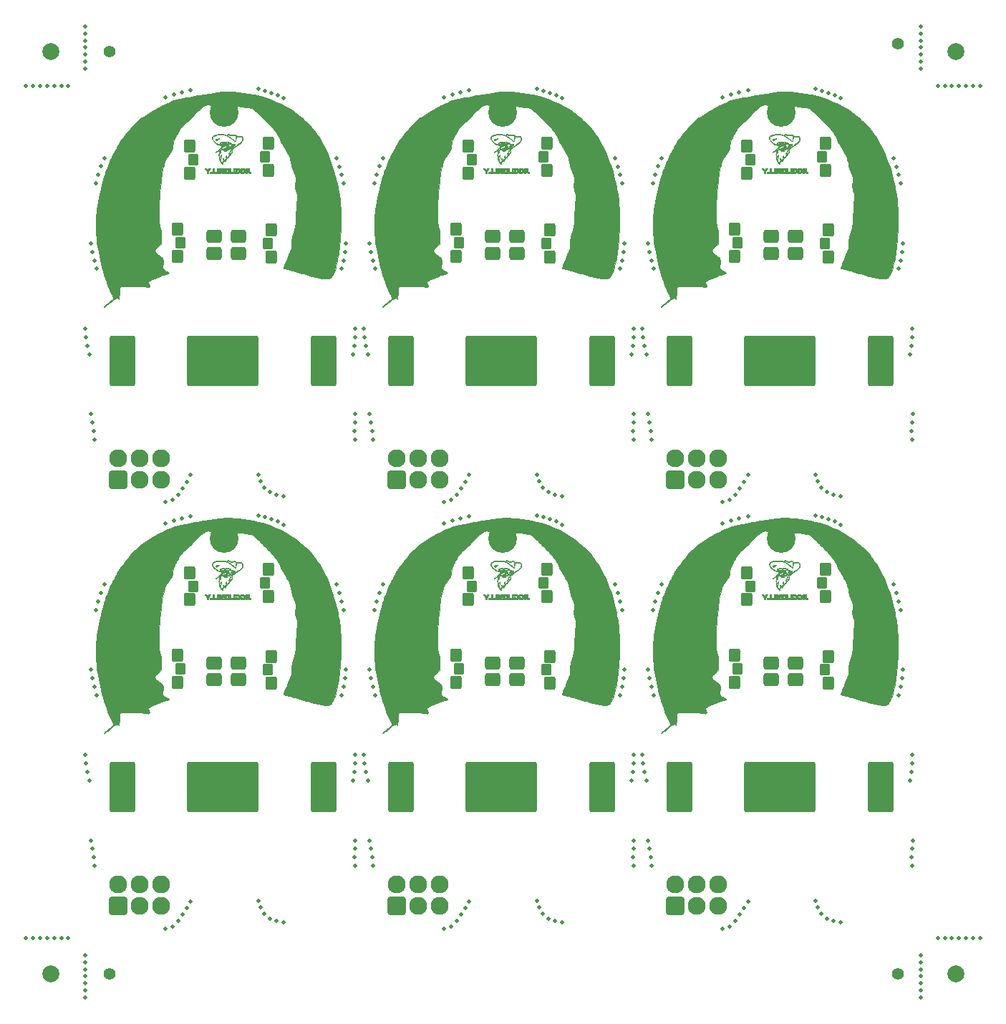
<source format=gbs>
G04 #@! TF.GenerationSoftware,KiCad,Pcbnew,8.0.4*
G04 #@! TF.CreationDate,2024-07-22T02:56:23-05:00*
G04 #@! TF.ProjectId,keanu-homeboy-panel,6b65616e-752d-4686-9f6d-65626f792d70,rev?*
G04 #@! TF.SameCoordinates,Original*
G04 #@! TF.FileFunction,Soldermask,Bot*
G04 #@! TF.FilePolarity,Negative*
%FSLAX46Y46*%
G04 Gerber Fmt 4.6, Leading zero omitted, Abs format (unit mm)*
G04 Created by KiCad (PCBNEW 8.0.4) date 2024-07-22 02:56:23*
%MOMM*%
%LPD*%
G01*
G04 APERTURE LIST*
G04 Aperture macros list*
%AMRoundRect*
0 Rectangle with rounded corners*
0 $1 Rounding radius*
0 $2 $3 $4 $5 $6 $7 $8 $9 X,Y pos of 4 corners*
0 Add a 4 corners polygon primitive as box body*
4,1,4,$2,$3,$4,$5,$6,$7,$8,$9,$2,$3,0*
0 Add four circle primitives for the rounded corners*
1,1,$1+$1,$2,$3*
1,1,$1+$1,$4,$5*
1,1,$1+$1,$6,$7*
1,1,$1+$1,$8,$9*
0 Add four rect primitives between the rounded corners*
20,1,$1+$1,$2,$3,$4,$5,0*
20,1,$1+$1,$4,$5,$6,$7,0*
20,1,$1+$1,$6,$7,$8,$9,0*
20,1,$1+$1,$8,$9,$2,$3,0*%
G04 Aperture macros list end*
%ADD10C,0.010000*%
%ADD11RoundRect,0.333333X-0.566667X0.466667X-0.566667X-0.466667X0.566667X-0.466667X0.566667X0.466667X0*%
%ADD12RoundRect,0.200000X-0.450000X0.600000X-0.450000X-0.600000X0.450000X-0.600000X0.450000X0.600000X0*%
%ADD13RoundRect,0.200000X-0.400000X0.500000X-0.400000X-0.500000X0.400000X-0.500000X0.400000X0.500000X0*%
%ADD14RoundRect,0.200000X0.450000X-0.600000X0.450000X0.600000X-0.450000X0.600000X-0.450000X-0.600000X0*%
%ADD15RoundRect,0.200000X0.400000X-0.500000X0.400000X0.500000X-0.400000X0.500000X-0.400000X-0.500000X0*%
%ADD16RoundRect,0.200000X-1.300000X-2.780000X1.300000X-2.780000X1.300000X2.780000X-1.300000X2.780000X0*%
%ADD17RoundRect,0.200000X-4.000000X-2.780000X4.000000X-2.780000X4.000000X2.780000X-4.000000X2.780000X0*%
%ADD18C,1.400000*%
%ADD19C,3.400000*%
%ADD20C,0.500000*%
%ADD21O,2.127200X2.127200*%
%ADD22RoundRect,0.200000X-0.863600X0.863600X-0.863600X-0.863600X0.863600X-0.863600X0.863600X0.863600X0*%
%ADD23C,2.127200*%
%ADD24C,2.000000*%
G04 APERTURE END LIST*
D10*
X118245088Y-37331656D02*
X118060938Y-37339118D01*
X118060938Y-36753806D01*
X118251914Y-36753806D01*
X118245088Y-37331656D01*
G36*
X118245088Y-37331656D02*
G01*
X118060938Y-37339118D01*
X118060938Y-36753806D01*
X118251914Y-36753806D01*
X118245088Y-37331656D01*
G37*
X114346188Y-37331656D02*
X113844538Y-37338542D01*
X113844538Y-37160206D01*
X114162038Y-37160206D01*
X114162038Y-36753806D01*
X114353014Y-36753806D01*
X114346188Y-37331656D01*
G36*
X114346188Y-37331656D02*
G01*
X113844538Y-37338542D01*
X113844538Y-37160206D01*
X114162038Y-37160206D01*
X114162038Y-36753806D01*
X114353014Y-36753806D01*
X114346188Y-37331656D01*
G37*
X116822688Y-37331656D02*
X116321038Y-37338542D01*
X116321038Y-37160206D01*
X116638538Y-37160206D01*
X116638538Y-36753806D01*
X116829514Y-36753806D01*
X116822688Y-37331656D01*
G36*
X116822688Y-37331656D02*
G01*
X116321038Y-37338542D01*
X116321038Y-37160206D01*
X116638538Y-37160206D01*
X116638538Y-36753806D01*
X116829514Y-36753806D01*
X116822688Y-37331656D01*
G37*
X115628841Y-34053280D02*
X115644638Y-34070645D01*
X115645571Y-34083592D01*
X115631701Y-34102117D01*
X115607003Y-34110283D01*
X115583830Y-34105283D01*
X115577783Y-34099013D01*
X115577748Y-34079462D01*
X115593524Y-34061109D01*
X115616396Y-34051758D01*
X115628841Y-34053280D01*
G36*
X115628841Y-34053280D02*
G01*
X115644638Y-34070645D01*
X115645571Y-34083592D01*
X115631701Y-34102117D01*
X115607003Y-34110283D01*
X115583830Y-34105283D01*
X115577783Y-34099013D01*
X115577748Y-34079462D01*
X115593524Y-34061109D01*
X115616396Y-34051758D01*
X115628841Y-34053280D01*
G37*
X116304265Y-34628047D02*
X116311044Y-34638193D01*
X116318404Y-34668237D01*
X116313644Y-34700626D01*
X116299644Y-34725832D01*
X116281928Y-34734506D01*
X116262030Y-34725730D01*
X116257538Y-34705581D01*
X116264796Y-34673332D01*
X116278392Y-34646884D01*
X116294204Y-34627458D01*
X116304265Y-34628047D01*
G36*
X116304265Y-34628047D02*
G01*
X116311044Y-34638193D01*
X116318404Y-34668237D01*
X116313644Y-34700626D01*
X116299644Y-34725832D01*
X116281928Y-34734506D01*
X116262030Y-34725730D01*
X116257538Y-34705581D01*
X116264796Y-34673332D01*
X116278392Y-34646884D01*
X116294204Y-34627458D01*
X116304265Y-34628047D01*
G37*
X116110647Y-34112818D02*
X116112978Y-34117861D01*
X116113941Y-34142880D01*
X116093105Y-34160409D01*
X116059579Y-34170212D01*
X116022055Y-34170175D01*
X116005845Y-34159435D01*
X115999595Y-34138073D01*
X116017486Y-34119816D01*
X116058334Y-34105765D01*
X116064877Y-34104383D01*
X116095417Y-34102063D01*
X116110647Y-34112818D01*
G36*
X116110647Y-34112818D02*
G01*
X116112978Y-34117861D01*
X116113941Y-34142880D01*
X116093105Y-34160409D01*
X116059579Y-34170212D01*
X116022055Y-34170175D01*
X116005845Y-34159435D01*
X115999595Y-34138073D01*
X116017486Y-34119816D01*
X116058334Y-34105765D01*
X116064877Y-34104383D01*
X116095417Y-34102063D01*
X116110647Y-34112818D01*
G37*
X115405784Y-35621677D02*
X115406638Y-35639730D01*
X115400879Y-35678758D01*
X115386288Y-35711129D01*
X115366893Y-35731513D01*
X115346723Y-35734581D01*
X115338904Y-35729339D01*
X115330377Y-35704816D01*
X115336139Y-35670073D01*
X115354457Y-35634596D01*
X115356759Y-35631568D01*
X115382119Y-35604779D01*
X115398199Y-35601439D01*
X115405784Y-35621677D01*
G36*
X115405784Y-35621677D02*
G01*
X115406638Y-35639730D01*
X115400879Y-35678758D01*
X115386288Y-35711129D01*
X115366893Y-35731513D01*
X115346723Y-35734581D01*
X115338904Y-35729339D01*
X115330377Y-35704816D01*
X115336139Y-35670073D01*
X115354457Y-35634596D01*
X115356759Y-35631568D01*
X115382119Y-35604779D01*
X115398199Y-35601439D01*
X115405784Y-35621677D01*
G37*
X115101838Y-37338006D02*
X115015054Y-37338006D01*
X114970242Y-37336849D01*
X114936041Y-37333815D01*
X114919826Y-37329560D01*
X114919804Y-37329539D01*
X114917354Y-37314910D01*
X114915183Y-37278624D01*
X114913398Y-37224424D01*
X114912107Y-37156051D01*
X114911421Y-37077248D01*
X114911338Y-37037439D01*
X114911338Y-36753806D01*
X115101838Y-36753806D01*
X115101838Y-37338006D01*
G36*
X115101838Y-37338006D02*
G01*
X115015054Y-37338006D01*
X114970242Y-37336849D01*
X114936041Y-37333815D01*
X114919826Y-37329560D01*
X114919804Y-37329539D01*
X114917354Y-37314910D01*
X114915183Y-37278624D01*
X114913398Y-37224424D01*
X114912107Y-37156051D01*
X114911421Y-37077248D01*
X114911338Y-37037439D01*
X114911338Y-36753806D01*
X115101838Y-36753806D01*
X115101838Y-37338006D01*
G37*
X114873238Y-37338006D02*
X114627704Y-37338006D01*
X114551177Y-37337587D01*
X114483501Y-37336420D01*
X114428724Y-37334641D01*
X114390891Y-37332383D01*
X114374050Y-37329783D01*
X114373704Y-37329539D01*
X114369297Y-37313298D01*
X114366235Y-37279398D01*
X114365238Y-37240639D01*
X114365238Y-37160206D01*
X114682738Y-37160206D01*
X114682738Y-36753806D01*
X114873238Y-36753806D01*
X114873238Y-37338006D01*
G36*
X114873238Y-37338006D02*
G01*
X114627704Y-37338006D01*
X114551177Y-37337587D01*
X114483501Y-37336420D01*
X114428724Y-37334641D01*
X114390891Y-37332383D01*
X114374050Y-37329783D01*
X114373704Y-37329539D01*
X114369297Y-37313298D01*
X114366235Y-37279398D01*
X114365238Y-37240639D01*
X114365238Y-37160206D01*
X114682738Y-37160206D01*
X114682738Y-36753806D01*
X114873238Y-36753806D01*
X114873238Y-37338006D01*
G37*
X114689679Y-34725336D02*
X114692302Y-34737446D01*
X114674932Y-34760416D01*
X114654163Y-34780861D01*
X114605945Y-34823345D01*
X114564229Y-34855063D01*
X114532452Y-34873738D01*
X114514053Y-34877091D01*
X114511871Y-34875149D01*
X114515501Y-34859223D01*
X114534132Y-34832910D01*
X114562614Y-34801281D01*
X114595794Y-34769410D01*
X114628522Y-34742370D01*
X114655647Y-34725233D01*
X114667581Y-34721806D01*
X114689679Y-34725336D01*
G36*
X114689679Y-34725336D02*
G01*
X114692302Y-34737446D01*
X114674932Y-34760416D01*
X114654163Y-34780861D01*
X114605945Y-34823345D01*
X114564229Y-34855063D01*
X114532452Y-34873738D01*
X114514053Y-34877091D01*
X114511871Y-34875149D01*
X114515501Y-34859223D01*
X114534132Y-34832910D01*
X114562614Y-34801281D01*
X114595794Y-34769410D01*
X114628522Y-34742370D01*
X114655647Y-34725233D01*
X114667581Y-34721806D01*
X114689679Y-34725336D01*
G37*
X115770794Y-35239043D02*
X115773575Y-35264328D01*
X115770140Y-35302360D01*
X115761106Y-35347373D01*
X115747091Y-35393598D01*
X115742702Y-35405116D01*
X115724747Y-35442350D01*
X115710709Y-35456448D01*
X115701891Y-35447050D01*
X115699513Y-35417131D01*
X115704058Y-35377473D01*
X115714753Y-35331843D01*
X115729122Y-35287665D01*
X115744687Y-35252367D01*
X115758971Y-35233377D01*
X115761181Y-35232274D01*
X115770794Y-35239043D01*
G36*
X115770794Y-35239043D02*
G01*
X115773575Y-35264328D01*
X115770140Y-35302360D01*
X115761106Y-35347373D01*
X115747091Y-35393598D01*
X115742702Y-35405116D01*
X115724747Y-35442350D01*
X115710709Y-35456448D01*
X115701891Y-35447050D01*
X115699513Y-35417131D01*
X115704058Y-35377473D01*
X115714753Y-35331843D01*
X115729122Y-35287665D01*
X115744687Y-35252367D01*
X115758971Y-35233377D01*
X115761181Y-35232274D01*
X115770794Y-35239043D01*
G37*
X115096726Y-34695484D02*
X115105660Y-34727858D01*
X115108425Y-34753941D01*
X115107839Y-34801996D01*
X115096113Y-34839509D01*
X115083139Y-34861506D01*
X115062013Y-34897047D01*
X115046991Y-34928980D01*
X115045102Y-34934531D01*
X115033510Y-34959832D01*
X115022971Y-34962504D01*
X115016455Y-34945245D01*
X115016935Y-34910751D01*
X115017131Y-34909131D01*
X115024892Y-34860181D01*
X115035881Y-34806782D01*
X115048227Y-34756650D01*
X115060056Y-34717504D01*
X115068125Y-34698910D01*
X115083831Y-34685311D01*
X115096726Y-34695484D01*
G36*
X115096726Y-34695484D02*
G01*
X115105660Y-34727858D01*
X115108425Y-34753941D01*
X115107839Y-34801996D01*
X115096113Y-34839509D01*
X115083139Y-34861506D01*
X115062013Y-34897047D01*
X115046991Y-34928980D01*
X115045102Y-34934531D01*
X115033510Y-34959832D01*
X115022971Y-34962504D01*
X115016455Y-34945245D01*
X115016935Y-34910751D01*
X115017131Y-34909131D01*
X115024892Y-34860181D01*
X115035881Y-34806782D01*
X115048227Y-34756650D01*
X115060056Y-34717504D01*
X115068125Y-34698910D01*
X115083831Y-34685311D01*
X115096726Y-34695484D01*
G37*
X114878786Y-33252408D02*
X114885938Y-33259255D01*
X114876643Y-33272651D01*
X114851717Y-33297854D01*
X114815599Y-33331103D01*
X114772727Y-33368636D01*
X114727539Y-33406691D01*
X114684473Y-33441507D01*
X114647968Y-33469322D01*
X114622461Y-33486374D01*
X114613803Y-33489906D01*
X114596380Y-33480356D01*
X114593838Y-33471297D01*
X114603842Y-33445959D01*
X114630554Y-33411561D01*
X114669025Y-33372314D01*
X114714306Y-33332431D01*
X114761447Y-33296120D01*
X114805499Y-33267594D01*
X114841513Y-33251064D01*
X114855585Y-33248606D01*
X114878786Y-33252408D01*
G36*
X114878786Y-33252408D02*
G01*
X114885938Y-33259255D01*
X114876643Y-33272651D01*
X114851717Y-33297854D01*
X114815599Y-33331103D01*
X114772727Y-33368636D01*
X114727539Y-33406691D01*
X114684473Y-33441507D01*
X114647968Y-33469322D01*
X114622461Y-33486374D01*
X114613803Y-33489906D01*
X114596380Y-33480356D01*
X114593838Y-33471297D01*
X114603842Y-33445959D01*
X114630554Y-33411561D01*
X114669025Y-33372314D01*
X114714306Y-33332431D01*
X114761447Y-33296120D01*
X114805499Y-33267594D01*
X114841513Y-33251064D01*
X114855585Y-33248606D01*
X114878786Y-33252408D01*
G37*
X115492558Y-34599154D02*
X115510554Y-34613856D01*
X115554802Y-34639305D01*
X115607637Y-34648323D01*
X115686442Y-34649546D01*
X115753102Y-34645863D01*
X115802663Y-34637685D01*
X115822543Y-34630581D01*
X115850223Y-34621903D01*
X115862082Y-34632941D01*
X115859089Y-34662795D01*
X115842620Y-34689671D01*
X115807622Y-34707993D01*
X115752096Y-34718399D01*
X115674617Y-34721527D01*
X115597342Y-34716872D01*
X115538773Y-34702857D01*
X115526041Y-34697611D01*
X115484084Y-34672742D01*
X115462800Y-34642894D01*
X115457438Y-34606467D01*
X115459986Y-34587428D01*
X115470340Y-34584803D01*
X115492558Y-34599154D01*
G36*
X115492558Y-34599154D02*
G01*
X115510554Y-34613856D01*
X115554802Y-34639305D01*
X115607637Y-34648323D01*
X115686442Y-34649546D01*
X115753102Y-34645863D01*
X115802663Y-34637685D01*
X115822543Y-34630581D01*
X115850223Y-34621903D01*
X115862082Y-34632941D01*
X115859089Y-34662795D01*
X115842620Y-34689671D01*
X115807622Y-34707993D01*
X115752096Y-34718399D01*
X115674617Y-34721527D01*
X115597342Y-34716872D01*
X115538773Y-34702857D01*
X115526041Y-34697611D01*
X115484084Y-34672742D01*
X115462800Y-34642894D01*
X115457438Y-34606467D01*
X115459986Y-34587428D01*
X115470340Y-34584803D01*
X115492558Y-34599154D01*
G37*
X114693248Y-33287630D02*
X114695438Y-33297668D01*
X114685713Y-33320980D01*
X114660754Y-33351996D01*
X114626884Y-33384986D01*
X114590427Y-33414219D01*
X114557705Y-33433967D01*
X114539348Y-33439106D01*
X114512465Y-33435880D01*
X114500704Y-33430639D01*
X114494022Y-33412466D01*
X114492238Y-33392539D01*
X114496455Y-33371721D01*
X114514062Y-33363766D01*
X114532765Y-33362906D01*
X114558936Y-33361869D01*
X114562860Y-33356671D01*
X114549875Y-33345782D01*
X114533370Y-33325773D01*
X114538796Y-33310044D01*
X114562689Y-33302250D01*
X114589766Y-33303665D01*
X114623611Y-33305091D01*
X114639500Y-33294226D01*
X114640310Y-33292365D01*
X114656058Y-33276394D01*
X114677504Y-33275181D01*
X114693248Y-33287630D01*
G36*
X114693248Y-33287630D02*
G01*
X114695438Y-33297668D01*
X114685713Y-33320980D01*
X114660754Y-33351996D01*
X114626884Y-33384986D01*
X114590427Y-33414219D01*
X114557705Y-33433967D01*
X114539348Y-33439106D01*
X114512465Y-33435880D01*
X114500704Y-33430639D01*
X114494022Y-33412466D01*
X114492238Y-33392539D01*
X114496455Y-33371721D01*
X114514062Y-33363766D01*
X114532765Y-33362906D01*
X114558936Y-33361869D01*
X114562860Y-33356671D01*
X114549875Y-33345782D01*
X114533370Y-33325773D01*
X114538796Y-33310044D01*
X114562689Y-33302250D01*
X114589766Y-33303665D01*
X114623611Y-33305091D01*
X114639500Y-33294226D01*
X114640310Y-33292365D01*
X114656058Y-33276394D01*
X114677504Y-33275181D01*
X114693248Y-33287630D01*
G37*
X113823991Y-36858581D02*
X113784746Y-36914757D01*
X113743358Y-36973874D01*
X113706868Y-37025880D01*
X113696116Y-37041168D01*
X113669678Y-37079672D01*
X113653501Y-37108856D01*
X113645066Y-37137338D01*
X113641852Y-37173738D01*
X113641338Y-37226675D01*
X113641338Y-37338006D01*
X113450838Y-37338006D01*
X113450838Y-37119535D01*
X113330188Y-36943655D01*
X113290254Y-36885045D01*
X113255900Y-36833871D01*
X113229496Y-36793721D01*
X113213408Y-36768186D01*
X113209538Y-36760790D01*
X113221278Y-36757698D01*
X113252669Y-36755358D01*
X113297962Y-36754123D01*
X113320663Y-36754019D01*
X113431788Y-36754233D01*
X113548208Y-36932361D01*
X113607574Y-36843083D01*
X113666940Y-36753806D01*
X113897087Y-36753806D01*
X113823991Y-36858581D01*
G36*
X113823991Y-36858581D02*
G01*
X113784746Y-36914757D01*
X113743358Y-36973874D01*
X113706868Y-37025880D01*
X113696116Y-37041168D01*
X113669678Y-37079672D01*
X113653501Y-37108856D01*
X113645066Y-37137338D01*
X113641852Y-37173738D01*
X113641338Y-37226675D01*
X113641338Y-37338006D01*
X113450838Y-37338006D01*
X113450838Y-37119535D01*
X113330188Y-36943655D01*
X113290254Y-36885045D01*
X113255900Y-36833871D01*
X113229496Y-36793721D01*
X113213408Y-36768186D01*
X113209538Y-36760790D01*
X113221278Y-36757698D01*
X113252669Y-36755358D01*
X113297962Y-36754123D01*
X113320663Y-36754019D01*
X113431788Y-36754233D01*
X113548208Y-36932361D01*
X113607574Y-36843083D01*
X113666940Y-36753806D01*
X113897087Y-36753806D01*
X113823991Y-36858581D01*
G37*
X116227710Y-34669868D02*
X116231319Y-34700591D01*
X116231153Y-34744525D01*
X116227244Y-34795722D01*
X116219624Y-34848234D01*
X116219248Y-34850247D01*
X116202267Y-34907537D01*
X116173723Y-34950137D01*
X116167240Y-34956756D01*
X116137115Y-34990863D01*
X116105102Y-35034142D01*
X116091509Y-35055181D01*
X116064032Y-35095167D01*
X116043838Y-35113283D01*
X116031898Y-35108995D01*
X116028938Y-35089743D01*
X116035509Y-35061161D01*
X116052787Y-35018752D01*
X116077122Y-34969638D01*
X116104860Y-34920945D01*
X116132350Y-34879796D01*
X116144035Y-34865216D01*
X116177119Y-34808273D01*
X116187897Y-34763616D01*
X116196229Y-34709590D01*
X116204110Y-34676817D01*
X116212797Y-34661209D01*
X116220293Y-34658306D01*
X116227710Y-34669868D01*
G36*
X116227710Y-34669868D02*
G01*
X116231319Y-34700591D01*
X116231153Y-34744525D01*
X116227244Y-34795722D01*
X116219624Y-34848234D01*
X116219248Y-34850247D01*
X116202267Y-34907537D01*
X116173723Y-34950137D01*
X116167240Y-34956756D01*
X116137115Y-34990863D01*
X116105102Y-35034142D01*
X116091509Y-35055181D01*
X116064032Y-35095167D01*
X116043838Y-35113283D01*
X116031898Y-35108995D01*
X116028938Y-35089743D01*
X116035509Y-35061161D01*
X116052787Y-35018752D01*
X116077122Y-34969638D01*
X116104860Y-34920945D01*
X116132350Y-34879796D01*
X116144035Y-34865216D01*
X116177119Y-34808273D01*
X116187897Y-34763616D01*
X116196229Y-34709590D01*
X116204110Y-34676817D01*
X116212797Y-34661209D01*
X116220293Y-34658306D01*
X116227710Y-34669868D01*
G37*
X115188502Y-35197626D02*
X115190738Y-35221339D01*
X115194039Y-35252073D01*
X115202134Y-35269292D01*
X115203619Y-35270083D01*
X115207027Y-35283271D01*
X115207723Y-35315354D01*
X115206174Y-35360022D01*
X115202847Y-35410970D01*
X115198208Y-35461891D01*
X115192726Y-35506478D01*
X115186866Y-35538423D01*
X115182924Y-35549673D01*
X115165136Y-35559618D01*
X115148404Y-35551539D01*
X115143833Y-35535160D01*
X115140758Y-35501538D01*
X115139938Y-35468989D01*
X115137567Y-35423225D01*
X115130797Y-35398542D01*
X115125461Y-35394906D01*
X115118167Y-35383779D01*
X115116258Y-35355215D01*
X115119038Y-35316439D01*
X115125811Y-35274674D01*
X115135880Y-35237146D01*
X115142133Y-35221816D01*
X115162031Y-35190525D01*
X115178297Y-35182454D01*
X115188502Y-35197626D01*
G36*
X115188502Y-35197626D02*
G01*
X115190738Y-35221339D01*
X115194039Y-35252073D01*
X115202134Y-35269292D01*
X115203619Y-35270083D01*
X115207027Y-35283271D01*
X115207723Y-35315354D01*
X115206174Y-35360022D01*
X115202847Y-35410970D01*
X115198208Y-35461891D01*
X115192726Y-35506478D01*
X115186866Y-35538423D01*
X115182924Y-35549673D01*
X115165136Y-35559618D01*
X115148404Y-35551539D01*
X115143833Y-35535160D01*
X115140758Y-35501538D01*
X115139938Y-35468989D01*
X115137567Y-35423225D01*
X115130797Y-35398542D01*
X115125461Y-35394906D01*
X115118167Y-35383779D01*
X115116258Y-35355215D01*
X115119038Y-35316439D01*
X115125811Y-35274674D01*
X115135880Y-35237146D01*
X115142133Y-35221816D01*
X115162031Y-35190525D01*
X115178297Y-35182454D01*
X115188502Y-35197626D01*
G37*
X118482298Y-36944793D02*
X118484276Y-37023171D01*
X118487337Y-37079722D01*
X118492979Y-37118016D01*
X118502701Y-37141622D01*
X118518002Y-37154109D01*
X118540383Y-37159047D01*
X118571341Y-37160005D01*
X118572693Y-37160011D01*
X118620898Y-37160206D01*
X118613388Y-37331656D01*
X118568938Y-37333421D01*
X118527116Y-37332519D01*
X118478783Y-37328080D01*
X118467338Y-37326488D01*
X118410708Y-37313744D01*
X118368124Y-37292268D01*
X118328449Y-37256462D01*
X118314891Y-37239926D01*
X118305640Y-37221090D01*
X118299592Y-37194536D01*
X118295640Y-37154846D01*
X118292679Y-37096604D01*
X118291926Y-37077496D01*
X118288823Y-37020033D01*
X118284578Y-36973229D01*
X118279764Y-36942097D01*
X118275239Y-36931606D01*
X118269768Y-36919981D01*
X118265803Y-36889389D01*
X118264146Y-36846252D01*
X118264138Y-36842706D01*
X118264138Y-36753806D01*
X118478208Y-36753806D01*
X118482298Y-36944793D01*
G36*
X118482298Y-36944793D02*
G01*
X118484276Y-37023171D01*
X118487337Y-37079722D01*
X118492979Y-37118016D01*
X118502701Y-37141622D01*
X118518002Y-37154109D01*
X118540383Y-37159047D01*
X118571341Y-37160005D01*
X118572693Y-37160011D01*
X118620898Y-37160206D01*
X118613388Y-37331656D01*
X118568938Y-37333421D01*
X118527116Y-37332519D01*
X118478783Y-37328080D01*
X118467338Y-37326488D01*
X118410708Y-37313744D01*
X118368124Y-37292268D01*
X118328449Y-37256462D01*
X118314891Y-37239926D01*
X118305640Y-37221090D01*
X118299592Y-37194536D01*
X118295640Y-37154846D01*
X118292679Y-37096604D01*
X118291926Y-37077496D01*
X118288823Y-37020033D01*
X118284578Y-36973229D01*
X118279764Y-36942097D01*
X118275239Y-36931606D01*
X118269768Y-36919981D01*
X118265803Y-36889389D01*
X118264146Y-36846252D01*
X118264138Y-36842706D01*
X118264138Y-36753806D01*
X118478208Y-36753806D01*
X118482298Y-36944793D01*
G37*
X115749538Y-37160206D02*
X116105138Y-37160206D01*
X116105138Y-37128456D01*
X116103950Y-37112306D01*
X116096822Y-37102840D01*
X116078403Y-37098273D01*
X116043343Y-37096822D01*
X116009888Y-37096706D01*
X115914638Y-37096706D01*
X115914638Y-36995106D01*
X116009888Y-36995106D01*
X116058336Y-36994710D01*
X116086735Y-36992334D01*
X116100435Y-36986194D01*
X116104787Y-36974507D01*
X116105138Y-36963356D01*
X116105138Y-36931606D01*
X115800338Y-36931606D01*
X115800338Y-36753806D01*
X116295638Y-36753806D01*
X116295638Y-37338006D01*
X115803513Y-37336545D01*
X115692322Y-37335993D01*
X115587620Y-37335049D01*
X115492477Y-37333772D01*
X115409963Y-37332222D01*
X115343148Y-37330458D01*
X115295103Y-37328538D01*
X115268896Y-37326523D01*
X115266938Y-37326196D01*
X115200138Y-37304187D01*
X115155002Y-37269073D01*
X115131288Y-37220608D01*
X115127238Y-37183754D01*
X115132867Y-37158112D01*
X115343138Y-37158112D01*
X115349391Y-37184220D01*
X115370504Y-37200663D01*
X115410002Y-37209037D01*
X115459977Y-37211006D01*
X115546338Y-37211006D01*
X115546338Y-37109406D01*
X115469303Y-37109406D01*
X115405007Y-37113475D01*
X115363829Y-37125937D01*
X115344781Y-37147172D01*
X115343138Y-37158112D01*
X115132867Y-37158112D01*
X115138006Y-37134703D01*
X115166178Y-37090644D01*
X115205550Y-37059935D01*
X115224343Y-37052925D01*
X115258023Y-37044471D01*
X115213281Y-37014068D01*
X115176449Y-36984112D01*
X115158076Y-36952721D01*
X115157473Y-36947946D01*
X115370023Y-36947946D01*
X115386444Y-36967658D01*
X115424975Y-36979355D01*
X115471693Y-36982406D01*
X115546338Y-36982406D01*
X115546338Y-36892293D01*
X115468283Y-36896074D01*
X115417631Y-36901082D01*
X115387756Y-36910844D01*
X115376944Y-36921016D01*
X115370023Y-36947946D01*
X115157473Y-36947946D01*
X115152675Y-36909987D01*
X115152638Y-36904536D01*
X115164015Y-36846591D01*
X115196918Y-36801304D01*
X115241307Y-36774430D01*
X115266467Y-36766531D01*
X115299192Y-36760826D01*
X115343538Y-36757014D01*
X115403556Y-36754798D01*
X115483301Y-36753877D01*
X115521195Y-36753806D01*
X115749538Y-36753806D01*
X115749538Y-37160206D01*
G36*
X115749538Y-37160206D02*
G01*
X116105138Y-37160206D01*
X116105138Y-37128456D01*
X116103950Y-37112306D01*
X116096822Y-37102840D01*
X116078403Y-37098273D01*
X116043343Y-37096822D01*
X116009888Y-37096706D01*
X115914638Y-37096706D01*
X115914638Y-36995106D01*
X116009888Y-36995106D01*
X116058336Y-36994710D01*
X116086735Y-36992334D01*
X116100435Y-36986194D01*
X116104787Y-36974507D01*
X116105138Y-36963356D01*
X116105138Y-36931606D01*
X115800338Y-36931606D01*
X115800338Y-36753806D01*
X116295638Y-36753806D01*
X116295638Y-37338006D01*
X115803513Y-37336545D01*
X115692322Y-37335993D01*
X115587620Y-37335049D01*
X115492477Y-37333772D01*
X115409963Y-37332222D01*
X115343148Y-37330458D01*
X115295103Y-37328538D01*
X115268896Y-37326523D01*
X115266938Y-37326196D01*
X115200138Y-37304187D01*
X115155002Y-37269073D01*
X115131288Y-37220608D01*
X115127238Y-37183754D01*
X115132867Y-37158112D01*
X115343138Y-37158112D01*
X115349391Y-37184220D01*
X115370504Y-37200663D01*
X115410002Y-37209037D01*
X115459977Y-37211006D01*
X115546338Y-37211006D01*
X115546338Y-37109406D01*
X115469303Y-37109406D01*
X115405007Y-37113475D01*
X115363829Y-37125937D01*
X115344781Y-37147172D01*
X115343138Y-37158112D01*
X115132867Y-37158112D01*
X115138006Y-37134703D01*
X115166178Y-37090644D01*
X115205550Y-37059935D01*
X115224343Y-37052925D01*
X115258023Y-37044471D01*
X115213281Y-37014068D01*
X115176449Y-36984112D01*
X115158076Y-36952721D01*
X115157473Y-36947946D01*
X115370023Y-36947946D01*
X115386444Y-36967658D01*
X115424975Y-36979355D01*
X115471693Y-36982406D01*
X115546338Y-36982406D01*
X115546338Y-36892293D01*
X115468283Y-36896074D01*
X115417631Y-36901082D01*
X115387756Y-36910844D01*
X115376944Y-36921016D01*
X115370023Y-36947946D01*
X115157473Y-36947946D01*
X115152675Y-36909987D01*
X115152638Y-36904536D01*
X115164015Y-36846591D01*
X115196918Y-36801304D01*
X115241307Y-36774430D01*
X115266467Y-36766531D01*
X115299192Y-36760826D01*
X115343538Y-36757014D01*
X115403556Y-36754798D01*
X115483301Y-36753877D01*
X115521195Y-36753806D01*
X115749538Y-36753806D01*
X115749538Y-37160206D01*
G37*
X117632313Y-36755790D02*
X117705391Y-36757895D01*
X117758723Y-36760706D01*
X117797962Y-36765107D01*
X117828759Y-36771980D01*
X117856769Y-36782208D01*
X117884679Y-36795215D01*
X117954677Y-36840881D01*
X117992629Y-36883078D01*
X118011096Y-36912265D01*
X118022056Y-36939294D01*
X118027423Y-36972414D01*
X118029111Y-37019871D01*
X118029188Y-37040612D01*
X118028345Y-37094561D01*
X118024490Y-37131471D01*
X118015636Y-37159684D01*
X117999792Y-37187539D01*
X117991088Y-37200399D01*
X117945096Y-37250357D01*
X117880432Y-37291675D01*
X117877073Y-37293368D01*
X117844749Y-37308740D01*
X117816008Y-37319484D01*
X117784949Y-37326606D01*
X117745675Y-37331111D01*
X117692285Y-37334002D01*
X117626248Y-37336084D01*
X117451338Y-37340888D01*
X117450082Y-37202922D01*
X117449418Y-37142870D01*
X117448343Y-37105579D01*
X117446262Y-37088411D01*
X117442575Y-37088726D01*
X117436687Y-37103886D01*
X117431409Y-37120412D01*
X117395708Y-37197244D01*
X117341624Y-37256900D01*
X117274896Y-37297809D01*
X117242882Y-37311462D01*
X117212033Y-37321053D01*
X117176424Y-37327497D01*
X117130132Y-37331712D01*
X117067231Y-37334612D01*
X117029063Y-37335816D01*
X116854438Y-37340888D01*
X116854438Y-37045906D01*
X117032238Y-37045906D01*
X117032238Y-37160206D01*
X117081142Y-37160206D01*
X117148726Y-37152217D01*
X117197115Y-37128793D01*
X117225481Y-37090744D01*
X117232998Y-37038881D01*
X117229971Y-37014399D01*
X117220039Y-36983108D01*
X117201415Y-36960533D01*
X117170552Y-36945393D01*
X117123905Y-36936403D01*
X117057927Y-36932282D01*
X117001118Y-36931606D01*
X116854438Y-36931606D01*
X116854438Y-36751424D01*
X117035413Y-36755790D01*
X117108491Y-36757895D01*
X117161823Y-36760706D01*
X117201062Y-36765107D01*
X117231859Y-36771980D01*
X117259869Y-36782208D01*
X117287779Y-36795215D01*
X117357138Y-36841047D01*
X117405817Y-36899453D01*
X117432328Y-36968484D01*
X117435467Y-36988467D01*
X117441941Y-37045906D01*
X117629138Y-37045906D01*
X117629138Y-37160206D01*
X117678042Y-37160206D01*
X117745626Y-37152217D01*
X117794015Y-37128793D01*
X117822381Y-37090744D01*
X117829898Y-37038881D01*
X117826871Y-37014399D01*
X117816939Y-36983108D01*
X117798315Y-36960533D01*
X117767452Y-36945393D01*
X117720805Y-36936403D01*
X117654827Y-36932282D01*
X117598018Y-36931606D01*
X117451338Y-36931606D01*
X117451338Y-36751424D01*
X117632313Y-36755790D01*
G36*
X117632313Y-36755790D02*
G01*
X117705391Y-36757895D01*
X117758723Y-36760706D01*
X117797962Y-36765107D01*
X117828759Y-36771980D01*
X117856769Y-36782208D01*
X117884679Y-36795215D01*
X117954677Y-36840881D01*
X117992629Y-36883078D01*
X118011096Y-36912265D01*
X118022056Y-36939294D01*
X118027423Y-36972414D01*
X118029111Y-37019871D01*
X118029188Y-37040612D01*
X118028345Y-37094561D01*
X118024490Y-37131471D01*
X118015636Y-37159684D01*
X117999792Y-37187539D01*
X117991088Y-37200399D01*
X117945096Y-37250357D01*
X117880432Y-37291675D01*
X117877073Y-37293368D01*
X117844749Y-37308740D01*
X117816008Y-37319484D01*
X117784949Y-37326606D01*
X117745675Y-37331111D01*
X117692285Y-37334002D01*
X117626248Y-37336084D01*
X117451338Y-37340888D01*
X117450082Y-37202922D01*
X117449418Y-37142870D01*
X117448343Y-37105579D01*
X117446262Y-37088411D01*
X117442575Y-37088726D01*
X117436687Y-37103886D01*
X117431409Y-37120412D01*
X117395708Y-37197244D01*
X117341624Y-37256900D01*
X117274896Y-37297809D01*
X117242882Y-37311462D01*
X117212033Y-37321053D01*
X117176424Y-37327497D01*
X117130132Y-37331712D01*
X117067231Y-37334612D01*
X117029063Y-37335816D01*
X116854438Y-37340888D01*
X116854438Y-37045906D01*
X117032238Y-37045906D01*
X117032238Y-37160206D01*
X117081142Y-37160206D01*
X117148726Y-37152217D01*
X117197115Y-37128793D01*
X117225481Y-37090744D01*
X117232998Y-37038881D01*
X117229971Y-37014399D01*
X117220039Y-36983108D01*
X117201415Y-36960533D01*
X117170552Y-36945393D01*
X117123905Y-36936403D01*
X117057927Y-36932282D01*
X117001118Y-36931606D01*
X116854438Y-36931606D01*
X116854438Y-36751424D01*
X117035413Y-36755790D01*
X117108491Y-36757895D01*
X117161823Y-36760706D01*
X117201062Y-36765107D01*
X117231859Y-36771980D01*
X117259869Y-36782208D01*
X117287779Y-36795215D01*
X117357138Y-36841047D01*
X117405817Y-36899453D01*
X117432328Y-36968484D01*
X117435467Y-36988467D01*
X117441941Y-37045906D01*
X117629138Y-37045906D01*
X117629138Y-37160206D01*
X117678042Y-37160206D01*
X117745626Y-37152217D01*
X117794015Y-37128793D01*
X117822381Y-37090744D01*
X117829898Y-37038881D01*
X117826871Y-37014399D01*
X117816939Y-36983108D01*
X117798315Y-36960533D01*
X117767452Y-36945393D01*
X117720805Y-36936403D01*
X117654827Y-36932282D01*
X117598018Y-36931606D01*
X117451338Y-36931606D01*
X117451338Y-36751424D01*
X117632313Y-36755790D01*
G37*
X115994129Y-27703927D02*
X116177305Y-27709097D01*
X116373047Y-27718380D01*
X116584036Y-27731841D01*
X116812950Y-27749547D01*
X117062471Y-27771562D01*
X117235438Y-27788064D01*
X117830590Y-27855944D01*
X118408251Y-27941633D01*
X118969420Y-28045525D01*
X119515096Y-28168016D01*
X120046278Y-28309498D01*
X120563965Y-28470368D01*
X121069156Y-28651020D01*
X121562850Y-28851847D01*
X122046047Y-29073246D01*
X122519746Y-29315609D01*
X122984946Y-29579333D01*
X123442646Y-29864811D01*
X123893845Y-30172438D01*
X124339542Y-30502609D01*
X124571695Y-30685128D01*
X124803417Y-30874105D01*
X125015582Y-31054142D01*
X125211080Y-31228185D01*
X125392803Y-31399175D01*
X125563642Y-31570059D01*
X125726489Y-31743778D01*
X125884235Y-31923278D01*
X126039771Y-32111502D01*
X126195988Y-32311395D01*
X126284667Y-32429289D01*
X126554935Y-32810996D01*
X126815682Y-33215384D01*
X127066488Y-33641419D01*
X127306927Y-34088068D01*
X127536578Y-34554297D01*
X127755016Y-35039071D01*
X127961820Y-35541358D01*
X128156566Y-36060122D01*
X128338831Y-36594331D01*
X128508192Y-37142949D01*
X128664225Y-37704944D01*
X128806508Y-38279281D01*
X128934618Y-38864927D01*
X128950755Y-38944556D01*
X129011440Y-39255585D01*
X129064888Y-39549323D01*
X129111658Y-39830451D01*
X129152309Y-40103651D01*
X129187401Y-40373606D01*
X129217494Y-40644997D01*
X129243146Y-40922505D01*
X129264917Y-41210814D01*
X129283366Y-41514604D01*
X129299053Y-41838558D01*
X129300477Y-41871906D01*
X129303877Y-41971123D01*
X129306719Y-42092053D01*
X129309004Y-42231014D01*
X129310731Y-42384323D01*
X129311902Y-42548301D01*
X129312517Y-42719264D01*
X129312577Y-42893532D01*
X129312082Y-43067423D01*
X129311032Y-43237255D01*
X129309429Y-43399347D01*
X129307272Y-43550017D01*
X129304563Y-43685584D01*
X129301302Y-43802366D01*
X129300184Y-43834056D01*
X129282436Y-44240506D01*
X129259983Y-44639790D01*
X129233001Y-45030997D01*
X129201665Y-45413217D01*
X129166153Y-45785538D01*
X129126640Y-46147051D01*
X129083302Y-46496844D01*
X129036315Y-46834007D01*
X128985857Y-47157629D01*
X128932102Y-47466800D01*
X128875228Y-47760608D01*
X128815410Y-48038143D01*
X128752825Y-48298495D01*
X128687649Y-48540752D01*
X128620058Y-48764005D01*
X128550228Y-48967341D01*
X128478336Y-49149852D01*
X128404557Y-49310625D01*
X128329069Y-49448751D01*
X128252046Y-49563318D01*
X128174298Y-49652796D01*
X128109645Y-49705849D01*
X128029069Y-49756215D01*
X127941943Y-49798906D01*
X127857640Y-49828938D01*
X127830974Y-49835444D01*
X127767590Y-49843291D01*
X127682689Y-49845508D01*
X127579445Y-49842426D01*
X127461031Y-49834375D01*
X127330620Y-49821687D01*
X127191386Y-49804691D01*
X127046503Y-49783718D01*
X126899145Y-49759100D01*
X126752484Y-49731167D01*
X126676027Y-49715110D01*
X126479530Y-49671246D01*
X126281954Y-49624709D01*
X126080401Y-49574713D01*
X125871971Y-49520474D01*
X125653766Y-49461207D01*
X125422889Y-49396127D01*
X125176441Y-49324450D01*
X124911522Y-49245390D01*
X124671288Y-49172300D01*
X124403495Y-49090733D01*
X124158444Y-49017215D01*
X123934900Y-48951408D01*
X123731630Y-48892970D01*
X123547401Y-48841560D01*
X123380981Y-48796839D01*
X123231134Y-48758465D01*
X123096629Y-48726098D01*
X122976232Y-48699398D01*
X122908838Y-48685679D01*
X122790939Y-48661952D01*
X122696287Y-48641379D01*
X122623002Y-48623402D01*
X122569205Y-48607460D01*
X122533016Y-48592996D01*
X122512555Y-48579451D01*
X122505942Y-48566265D01*
X122505938Y-48565917D01*
X122508503Y-48550666D01*
X122516661Y-48524361D01*
X122531101Y-48485327D01*
X122552513Y-48431891D01*
X122581586Y-48362381D01*
X122619012Y-48275121D01*
X122665479Y-48168439D01*
X122721677Y-48040662D01*
X122734056Y-48012630D01*
X122809204Y-47839071D01*
X122871743Y-47687045D01*
X122921831Y-47556126D01*
X122959626Y-47445890D01*
X122985288Y-47355910D01*
X122994053Y-47316135D01*
X123008367Y-47255320D01*
X123029977Y-47186313D01*
X123059940Y-47106523D01*
X123099313Y-47013355D01*
X123149151Y-46904216D01*
X123210511Y-46776513D01*
X123230176Y-46736518D01*
X123268489Y-46657781D01*
X123304695Y-46581256D01*
X123336585Y-46511774D01*
X123361950Y-46454167D01*
X123378581Y-46413266D01*
X123380975Y-46406626D01*
X123429554Y-46237760D01*
X123462536Y-46056137D01*
X123480370Y-45858720D01*
X123484080Y-45710981D01*
X123485942Y-45579833D01*
X123490880Y-45442644D01*
X123498486Y-45305567D01*
X123508353Y-45174751D01*
X123520072Y-45056348D01*
X123533236Y-44956510D01*
X123534728Y-44947086D01*
X123555500Y-44830980D01*
X123579598Y-44722728D01*
X123609015Y-44615239D01*
X123645740Y-44501420D01*
X123691766Y-44374181D01*
X123706391Y-44335706D01*
X123748770Y-44220775D01*
X123786772Y-44107583D01*
X123820711Y-43993955D01*
X123850903Y-43877715D01*
X123877663Y-43756688D01*
X123901306Y-43628699D01*
X123922146Y-43491573D01*
X123940499Y-43343135D01*
X123956681Y-43181210D01*
X123971005Y-43003622D01*
X123983787Y-42808197D01*
X123995342Y-42592760D01*
X124005985Y-42355134D01*
X124010812Y-42233856D01*
X124020303Y-41993803D01*
X124029471Y-41776870D01*
X124038464Y-41580778D01*
X124047429Y-41403250D01*
X124056515Y-41242011D01*
X124065870Y-41094782D01*
X124075641Y-40959286D01*
X124085977Y-40833248D01*
X124097025Y-40714389D01*
X124108933Y-40600433D01*
X124121850Y-40489102D01*
X124126740Y-40449506D01*
X124143644Y-40297001D01*
X124152937Y-40163772D01*
X124154124Y-40044714D01*
X124146713Y-39934720D01*
X124130208Y-39828683D01*
X124104116Y-39721497D01*
X124067942Y-39608056D01*
X124037214Y-39524430D01*
X123993663Y-39399978D01*
X123960225Y-39278398D01*
X123936484Y-39155434D01*
X123922024Y-39026830D01*
X123916429Y-38888333D01*
X123919282Y-38735687D01*
X123930166Y-38564637D01*
X123936342Y-38493706D01*
X123943737Y-38401128D01*
X123950042Y-38298248D01*
X123954723Y-38195611D01*
X123957247Y-38103761D01*
X123957527Y-38074606D01*
X123956416Y-37978538D01*
X123951674Y-37893064D01*
X123942164Y-37813691D01*
X123926751Y-37735929D01*
X123904301Y-37655286D01*
X123873676Y-37567271D01*
X123833743Y-37467394D01*
X123783365Y-37351164D01*
X123763265Y-37306256D01*
X123684931Y-37125838D01*
X123620645Y-36963193D01*
X123569536Y-36815534D01*
X123530734Y-36680076D01*
X123503368Y-36554033D01*
X123486568Y-36434620D01*
X123484720Y-36415015D01*
X123463542Y-36252644D01*
X123427074Y-36077310D01*
X123374769Y-35886614D01*
X123337386Y-35769302D01*
X123266171Y-35569129D01*
X123184431Y-35363048D01*
X123094519Y-35155995D01*
X122998786Y-34952905D01*
X122899585Y-34758713D01*
X122799266Y-34578354D01*
X122700183Y-34416763D01*
X122673756Y-34376707D01*
X122643292Y-34331355D01*
X122603289Y-34271843D01*
X122558392Y-34205081D01*
X122513249Y-34137980D01*
X122501682Y-34120791D01*
X122431722Y-34010286D01*
X122362515Y-33888938D01*
X122297795Y-33764013D01*
X122241296Y-33642778D01*
X122196748Y-33532499D01*
X122190612Y-33515306D01*
X122142326Y-33387371D01*
X122086185Y-33258780D01*
X122021288Y-33128336D01*
X121946736Y-32994841D01*
X121861630Y-32857098D01*
X121765069Y-32713911D01*
X121656155Y-32564081D01*
X121533988Y-32406413D01*
X121397668Y-32239708D01*
X121246296Y-32062770D01*
X121078972Y-31874402D01*
X120894796Y-31673405D01*
X120692868Y-31458584D01*
X120472649Y-31229111D01*
X120391233Y-31145586D01*
X120298652Y-31051580D01*
X120197264Y-30949418D01*
X120089427Y-30841428D01*
X119977502Y-30729934D01*
X119863847Y-30617264D01*
X119750822Y-30505744D01*
X119640785Y-30397699D01*
X119536096Y-30295455D01*
X119439114Y-30201340D01*
X119352198Y-30117679D01*
X119277708Y-30046798D01*
X119218002Y-29991023D01*
X119203938Y-29978142D01*
X119087117Y-29875626D01*
X118982855Y-29792574D01*
X118889139Y-29727647D01*
X118803951Y-29679508D01*
X118725279Y-29646817D01*
X118689152Y-29636197D01*
X118656479Y-29629518D01*
X118602736Y-29620406D01*
X118532070Y-29609481D01*
X118448628Y-29597363D01*
X118356556Y-29584670D01*
X118260001Y-29572023D01*
X118257788Y-29571741D01*
X117966868Y-29534256D01*
X117699999Y-29498886D01*
X117455940Y-29465401D01*
X117233450Y-29433573D01*
X117031288Y-29403172D01*
X116848215Y-29373968D01*
X116682988Y-29345732D01*
X116534367Y-29318235D01*
X116401112Y-29291247D01*
X116281981Y-29264539D01*
X116175735Y-29237881D01*
X116081131Y-29211044D01*
X115996929Y-29183798D01*
X115921889Y-29155915D01*
X115855722Y-29127602D01*
X115805533Y-29102740D01*
X115743344Y-29069299D01*
X115678531Y-29032417D01*
X115639822Y-29009270D01*
X115547295Y-28956153D01*
X115466931Y-28918695D01*
X115392670Y-28894861D01*
X115318447Y-28882619D01*
X115253702Y-28879806D01*
X115166999Y-28885186D01*
X115081691Y-28902336D01*
X114994101Y-28932768D01*
X114900552Y-28977994D01*
X114797367Y-29039525D01*
X114692537Y-29110580D01*
X114570583Y-29192414D01*
X114461265Y-29255595D01*
X114361417Y-29301359D01*
X114267875Y-29330939D01*
X114177472Y-29345571D01*
X114087558Y-29346520D01*
X114004901Y-29337353D01*
X113934332Y-29321231D01*
X113911213Y-29313091D01*
X113857532Y-29291454D01*
X113799619Y-29268123D01*
X113777863Y-29259362D01*
X113682838Y-29234526D01*
X113577138Y-29231490D01*
X113462088Y-29249664D01*
X113339010Y-29288461D01*
X113209229Y-29347292D01*
X113074069Y-29425569D01*
X112934854Y-29522704D01*
X112792908Y-29638108D01*
X112669287Y-29751880D01*
X112642222Y-29778780D01*
X112599785Y-29821775D01*
X112544165Y-29878611D01*
X112477555Y-29947034D01*
X112402144Y-30024788D01*
X112320122Y-30109621D01*
X112233681Y-30199277D01*
X112153026Y-30283156D01*
X111992833Y-30449182D01*
X111847022Y-30598516D01*
X111713150Y-30733495D01*
X111588771Y-30856454D01*
X111471443Y-30969727D01*
X111358720Y-31075651D01*
X111248159Y-31176560D01*
X111137314Y-31274791D01*
X111023743Y-31372678D01*
X110930086Y-31451636D01*
X110795067Y-31567808D01*
X110677785Y-31676558D01*
X110573750Y-31782753D01*
X110478472Y-31891262D01*
X110387459Y-32006952D01*
X110296220Y-32134690D01*
X110285726Y-32150056D01*
X110257016Y-32194735D01*
X110218686Y-32258118D01*
X110172373Y-32337212D01*
X110119718Y-32429025D01*
X110062358Y-32530564D01*
X110001932Y-32638836D01*
X109940080Y-32750850D01*
X109878441Y-32863613D01*
X109818654Y-32974132D01*
X109762357Y-33079416D01*
X109711190Y-33176472D01*
X109666791Y-33262307D01*
X109630800Y-33333929D01*
X109604855Y-33388345D01*
X109594720Y-33411670D01*
X109529998Y-33599798D01*
X109482628Y-33799992D01*
X109454413Y-34004237D01*
X109450750Y-34052061D01*
X109441276Y-34163586D01*
X109427071Y-34264736D01*
X109406634Y-34359374D01*
X109378466Y-34451363D01*
X109341066Y-34544566D01*
X109292935Y-34642846D01*
X109232572Y-34750064D01*
X109158477Y-34870085D01*
X109095342Y-34967264D01*
X109044352Y-35043749D01*
X108988298Y-35126454D01*
X108929661Y-35211848D01*
X108870919Y-35296398D01*
X108814552Y-35376572D01*
X108763040Y-35448838D01*
X108718860Y-35509663D01*
X108684494Y-35555517D01*
X108666871Y-35577691D01*
X108632287Y-35628412D01*
X108595204Y-35701130D01*
X108555375Y-35796484D01*
X108512551Y-35915111D01*
X108466484Y-36057650D01*
X108421816Y-36207706D01*
X108364927Y-36412641D01*
X108313825Y-36613262D01*
X108267573Y-36814229D01*
X108225235Y-37020202D01*
X108185872Y-37235841D01*
X108148549Y-37465806D01*
X108112328Y-37714757D01*
X108098799Y-37814256D01*
X108024976Y-38401079D01*
X107960523Y-38985939D01*
X107905664Y-39565733D01*
X107860626Y-40137361D01*
X107825633Y-40697724D01*
X107800910Y-41243720D01*
X107786683Y-41772251D01*
X107783023Y-42164006D01*
X107784059Y-42411244D01*
X107787853Y-42634213D01*
X107794483Y-42833900D01*
X107804025Y-43011294D01*
X107816557Y-43167384D01*
X107832157Y-43303156D01*
X107850901Y-43419600D01*
X107872866Y-43517705D01*
X107894371Y-43588100D01*
X107924265Y-43673859D01*
X107950221Y-43752354D01*
X107972534Y-43826121D01*
X107991497Y-43897694D01*
X108007405Y-43969606D01*
X108020552Y-44044393D01*
X108031231Y-44124589D01*
X108039738Y-44212728D01*
X108046365Y-44311345D01*
X108051407Y-44422973D01*
X108055159Y-44550148D01*
X108057914Y-44695404D01*
X108059966Y-44861275D01*
X108061436Y-45027856D01*
X108066895Y-45726356D01*
X107835170Y-45923206D01*
X107712767Y-46028159D01*
X107609596Y-46118787D01*
X107524623Y-46196069D01*
X107456809Y-46260987D01*
X107405118Y-46314521D01*
X107368515Y-46357654D01*
X107352870Y-46379717D01*
X107325307Y-46437628D01*
X107317105Y-46496988D01*
X107328935Y-46559786D01*
X107361469Y-46628009D01*
X107415376Y-46703647D01*
X107490631Y-46787963D01*
X107561091Y-46858602D01*
X107631718Y-46923731D01*
X107707418Y-46987393D01*
X107793102Y-47053631D01*
X107893678Y-47126488D01*
X107946957Y-47163796D01*
X108049252Y-47238490D01*
X108129823Y-47305845D01*
X108190579Y-47367820D01*
X108233432Y-47426379D01*
X108260291Y-47483481D01*
X108261267Y-47486392D01*
X108279525Y-47565905D01*
X108289224Y-47667801D01*
X108290378Y-47792522D01*
X108282999Y-47940508D01*
X108275956Y-48025056D01*
X108263436Y-48165947D01*
X108254316Y-48283524D01*
X108248530Y-48379632D01*
X108246014Y-48456118D01*
X108246703Y-48514830D01*
X108250529Y-48557613D01*
X108256203Y-48582843D01*
X108271380Y-48618956D01*
X108293727Y-48653623D01*
X108325528Y-48688621D01*
X108369065Y-48725725D01*
X108426623Y-48766712D01*
X108500484Y-48813360D01*
X108592932Y-48867443D01*
X108696238Y-48925227D01*
X108785212Y-48975189D01*
X108853525Y-49015927D01*
X108903425Y-49049189D01*
X108937157Y-49076726D01*
X108956969Y-49100285D01*
X108965108Y-49121617D01*
X108965261Y-49134631D01*
X108953595Y-49159632D01*
X108923654Y-49185571D01*
X108874454Y-49212815D01*
X108805009Y-49241734D01*
X108714336Y-49272697D01*
X108601448Y-49306072D01*
X108465362Y-49342228D01*
X108307338Y-49381000D01*
X108183656Y-49414851D01*
X108040215Y-49462156D01*
X107878426Y-49522335D01*
X107699700Y-49594810D01*
X107505447Y-49679001D01*
X107297081Y-49774328D01*
X107076012Y-49880212D01*
X106998494Y-49918371D01*
X106866261Y-49984530D01*
X106755734Y-50041288D01*
X106665393Y-50089529D01*
X106593720Y-50130140D01*
X106539196Y-50164003D01*
X106500302Y-50192006D01*
X106475519Y-50215031D01*
X106465695Y-50228772D01*
X106459040Y-50255138D01*
X106469062Y-50283247D01*
X106497849Y-50316759D01*
X106533979Y-50348435D01*
X106585933Y-50402103D01*
X106629338Y-50467946D01*
X106660041Y-50538048D01*
X106673886Y-50604488D01*
X106674268Y-50615856D01*
X106667250Y-50703237D01*
X106646732Y-50770925D01*
X106613688Y-50818104D01*
X106569093Y-50843960D01*
X106513921Y-50847679D01*
X106449147Y-50828446D01*
X106430679Y-50819494D01*
X106398459Y-50806399D01*
X106353393Y-50794404D01*
X106294069Y-50783378D01*
X106219072Y-50773192D01*
X106126987Y-50763715D01*
X106016401Y-50754816D01*
X105885898Y-50746366D01*
X105734066Y-50738235D01*
X105559490Y-50730293D01*
X105386338Y-50723371D01*
X105290200Y-50720304D01*
X105176958Y-50717668D01*
X105049578Y-50715463D01*
X104911026Y-50713688D01*
X104764266Y-50712343D01*
X104612266Y-50711428D01*
X104457991Y-50710942D01*
X104304407Y-50710886D01*
X104154480Y-50711259D01*
X104011175Y-50712060D01*
X103877459Y-50713290D01*
X103756298Y-50714947D01*
X103650657Y-50717033D01*
X103563502Y-50719546D01*
X103497800Y-50722487D01*
X103481338Y-50723550D01*
X103391922Y-50730736D01*
X103324500Y-50738243D01*
X103275671Y-50746926D01*
X103242035Y-50757637D01*
X103220190Y-50771231D01*
X103206737Y-50788561D01*
X103204523Y-50793053D01*
X103186364Y-50843931D01*
X103170246Y-50912948D01*
X103156052Y-51001214D01*
X103143667Y-51109837D01*
X103132974Y-51239926D01*
X103123858Y-51392591D01*
X103116202Y-51568940D01*
X103112772Y-51669956D01*
X103109270Y-51771558D01*
X103105303Y-51868508D01*
X103101077Y-51956914D01*
X103096799Y-52032885D01*
X103092677Y-52092529D01*
X103088916Y-52131955D01*
X103087791Y-52139856D01*
X103081090Y-52180451D01*
X103076458Y-52209301D01*
X103075011Y-52219231D01*
X103068158Y-52224502D01*
X103055856Y-52217337D01*
X103049538Y-52204671D01*
X103039061Y-52181910D01*
X103012405Y-52154699D01*
X102976731Y-52128604D01*
X102939198Y-52109196D01*
X102918940Y-52103110D01*
X102856947Y-52100143D01*
X102785942Y-52113269D01*
X102705057Y-52143013D01*
X102613424Y-52189896D01*
X102510174Y-52254443D01*
X102394439Y-52337177D01*
X102265351Y-52438623D01*
X102122042Y-52559302D01*
X102033538Y-52637005D01*
X101944363Y-52714762D01*
X101848654Y-52795476D01*
X101750744Y-52875687D01*
X101654971Y-52951934D01*
X101565670Y-53020756D01*
X101487176Y-53078692D01*
X101433868Y-53115682D01*
X101375279Y-53152512D01*
X101325370Y-53179785D01*
X101287321Y-53196080D01*
X101264312Y-53199974D01*
X101258838Y-53193985D01*
X101268674Y-53172558D01*
X101297409Y-53136603D01*
X101343874Y-53087170D01*
X101406907Y-53025310D01*
X101485340Y-52952071D01*
X101578009Y-52868504D01*
X101683749Y-52775658D01*
X101801394Y-52674583D01*
X101929779Y-52566330D01*
X102067738Y-52451948D01*
X102214106Y-52332486D01*
X102224038Y-52324445D01*
X102286765Y-52273659D01*
X102342982Y-52228091D01*
X102389625Y-52190229D01*
X102423632Y-52162561D01*
X102441939Y-52147573D01*
X102443990Y-52145854D01*
X102441123Y-52132684D01*
X102428018Y-52099729D01*
X102405979Y-52049831D01*
X102376307Y-51985832D01*
X102340303Y-51910574D01*
X102299269Y-51826899D01*
X102282114Y-51792457D01*
X102218922Y-51665710D01*
X102165179Y-51556747D01*
X102118675Y-51460788D01*
X102077200Y-51373049D01*
X102038546Y-51288750D01*
X102000501Y-51203109D01*
X101960856Y-51111345D01*
X101917401Y-51008674D01*
X101893129Y-50950737D01*
X101745135Y-50581750D01*
X101600080Y-50190919D01*
X101458909Y-49781723D01*
X101322564Y-49357640D01*
X101191988Y-48922147D01*
X101068126Y-48478724D01*
X100951919Y-48030848D01*
X100844312Y-47581998D01*
X100746246Y-47135650D01*
X100658667Y-46695284D01*
X100582515Y-46264377D01*
X100529453Y-45921864D01*
X100481307Y-45567860D01*
X100441815Y-45230051D01*
X100410495Y-44901711D01*
X100386866Y-44576112D01*
X100370445Y-44246529D01*
X100360752Y-43906234D01*
X100357305Y-43548500D01*
X100357285Y-43516556D01*
X100359237Y-43210534D01*
X100365345Y-42923792D01*
X100376021Y-42650485D01*
X100391672Y-42384770D01*
X100412710Y-42120803D01*
X100439543Y-41852742D01*
X100472582Y-41574743D01*
X100512236Y-41280962D01*
X100515799Y-41255956D01*
X100534196Y-41129597D01*
X100552420Y-41009696D01*
X100570970Y-40893788D01*
X100590344Y-40779409D01*
X100611039Y-40664095D01*
X100633555Y-40545381D01*
X100658390Y-40420804D01*
X100686041Y-40287900D01*
X100717007Y-40144204D01*
X100751786Y-39987253D01*
X100790876Y-39814582D01*
X100834776Y-39623728D01*
X100883983Y-39412226D01*
X100917667Y-39268406D01*
X100969301Y-39048924D01*
X101015981Y-38851923D01*
X101058351Y-38675105D01*
X101097055Y-38516173D01*
X101132734Y-38372833D01*
X101166034Y-38242787D01*
X101197596Y-38123739D01*
X101228065Y-38013393D01*
X101258084Y-37909454D01*
X101288296Y-37809623D01*
X101319344Y-37711607D01*
X101351872Y-37613107D01*
X101386523Y-37511829D01*
X101423941Y-37405475D01*
X101464768Y-37291749D01*
X101494088Y-37211006D01*
X101577992Y-36986291D01*
X101670204Y-36749433D01*
X101769160Y-36503978D01*
X101873297Y-36253474D01*
X101981051Y-36001466D01*
X102090859Y-35751503D01*
X102201158Y-35507130D01*
X102310385Y-35271895D01*
X102416976Y-35049344D01*
X102519368Y-34843025D01*
X102615998Y-34656483D01*
X102638801Y-34613856D01*
X102776880Y-34366529D01*
X102928064Y-34112189D01*
X103090698Y-33852967D01*
X103263124Y-33590993D01*
X103443687Y-33328398D01*
X103630729Y-33067312D01*
X103822593Y-32809866D01*
X104017624Y-32558192D01*
X104214164Y-32314418D01*
X104410556Y-32080676D01*
X104605145Y-31859097D01*
X104796272Y-31651811D01*
X104982282Y-31460949D01*
X105161518Y-31288641D01*
X105332324Y-31137018D01*
X105360938Y-31113007D01*
X105554506Y-30958203D01*
X105769205Y-30797648D01*
X106002435Y-30632793D01*
X106251596Y-30465090D01*
X106514089Y-30295989D01*
X106787314Y-30126940D01*
X107068672Y-29959394D01*
X107355563Y-29794802D01*
X107645389Y-29634614D01*
X107935549Y-29480282D01*
X108223444Y-29333255D01*
X108506475Y-29194984D01*
X108782042Y-29066920D01*
X109047547Y-28950514D01*
X109300388Y-28847216D01*
X109537968Y-28758477D01*
X109647188Y-28721027D01*
X109719319Y-28697814D01*
X109792394Y-28675915D01*
X109869166Y-28654697D01*
X109952390Y-28633532D01*
X110044818Y-28611788D01*
X110149204Y-28588834D01*
X110268302Y-28564041D01*
X110404865Y-28536776D01*
X110561647Y-28506411D01*
X110694938Y-28481075D01*
X111049609Y-28414528D01*
X111399817Y-28349705D01*
X111744249Y-28286825D01*
X112081594Y-28226105D01*
X112410539Y-28167763D01*
X112729772Y-28112018D01*
X113037982Y-28059086D01*
X113333857Y-28009187D01*
X113616083Y-27962537D01*
X113883350Y-27919355D01*
X114134345Y-27879858D01*
X114367757Y-27844264D01*
X114582272Y-27812792D01*
X114776580Y-27785659D01*
X114949368Y-27763082D01*
X115099325Y-27745281D01*
X115172948Y-27737468D01*
X115333490Y-27723060D01*
X115493200Y-27712436D01*
X115654756Y-27705662D01*
X115820839Y-27702804D01*
X115994129Y-27703927D01*
G36*
X115994129Y-27703927D02*
G01*
X116177305Y-27709097D01*
X116373047Y-27718380D01*
X116584036Y-27731841D01*
X116812950Y-27749547D01*
X117062471Y-27771562D01*
X117235438Y-27788064D01*
X117830590Y-27855944D01*
X118408251Y-27941633D01*
X118969420Y-28045525D01*
X119515096Y-28168016D01*
X120046278Y-28309498D01*
X120563965Y-28470368D01*
X121069156Y-28651020D01*
X121562850Y-28851847D01*
X122046047Y-29073246D01*
X122519746Y-29315609D01*
X122984946Y-29579333D01*
X123442646Y-29864811D01*
X123893845Y-30172438D01*
X124339542Y-30502609D01*
X124571695Y-30685128D01*
X124803417Y-30874105D01*
X125015582Y-31054142D01*
X125211080Y-31228185D01*
X125392803Y-31399175D01*
X125563642Y-31570059D01*
X125726489Y-31743778D01*
X125884235Y-31923278D01*
X126039771Y-32111502D01*
X126195988Y-32311395D01*
X126284667Y-32429289D01*
X126554935Y-32810996D01*
X126815682Y-33215384D01*
X127066488Y-33641419D01*
X127306927Y-34088068D01*
X127536578Y-34554297D01*
X127755016Y-35039071D01*
X127961820Y-35541358D01*
X128156566Y-36060122D01*
X128338831Y-36594331D01*
X128508192Y-37142949D01*
X128664225Y-37704944D01*
X128806508Y-38279281D01*
X128934618Y-38864927D01*
X128950755Y-38944556D01*
X129011440Y-39255585D01*
X129064888Y-39549323D01*
X129111658Y-39830451D01*
X129152309Y-40103651D01*
X129187401Y-40373606D01*
X129217494Y-40644997D01*
X129243146Y-40922505D01*
X129264917Y-41210814D01*
X129283366Y-41514604D01*
X129299053Y-41838558D01*
X129300477Y-41871906D01*
X129303877Y-41971123D01*
X129306719Y-42092053D01*
X129309004Y-42231014D01*
X129310731Y-42384323D01*
X129311902Y-42548301D01*
X129312517Y-42719264D01*
X129312577Y-42893532D01*
X129312082Y-43067423D01*
X129311032Y-43237255D01*
X129309429Y-43399347D01*
X129307272Y-43550017D01*
X129304563Y-43685584D01*
X129301302Y-43802366D01*
X129300184Y-43834056D01*
X129282436Y-44240506D01*
X129259983Y-44639790D01*
X129233001Y-45030997D01*
X129201665Y-45413217D01*
X129166153Y-45785538D01*
X129126640Y-46147051D01*
X129083302Y-46496844D01*
X129036315Y-46834007D01*
X128985857Y-47157629D01*
X128932102Y-47466800D01*
X128875228Y-47760608D01*
X128815410Y-48038143D01*
X128752825Y-48298495D01*
X128687649Y-48540752D01*
X128620058Y-48764005D01*
X128550228Y-48967341D01*
X128478336Y-49149852D01*
X128404557Y-49310625D01*
X128329069Y-49448751D01*
X128252046Y-49563318D01*
X128174298Y-49652796D01*
X128109645Y-49705849D01*
X128029069Y-49756215D01*
X127941943Y-49798906D01*
X127857640Y-49828938D01*
X127830974Y-49835444D01*
X127767590Y-49843291D01*
X127682689Y-49845508D01*
X127579445Y-49842426D01*
X127461031Y-49834375D01*
X127330620Y-49821687D01*
X127191386Y-49804691D01*
X127046503Y-49783718D01*
X126899145Y-49759100D01*
X126752484Y-49731167D01*
X126676027Y-49715110D01*
X126479530Y-49671246D01*
X126281954Y-49624709D01*
X126080401Y-49574713D01*
X125871971Y-49520474D01*
X125653766Y-49461207D01*
X125422889Y-49396127D01*
X125176441Y-49324450D01*
X124911522Y-49245390D01*
X124671288Y-49172300D01*
X124403495Y-49090733D01*
X124158444Y-49017215D01*
X123934900Y-48951408D01*
X123731630Y-48892970D01*
X123547401Y-48841560D01*
X123380981Y-48796839D01*
X123231134Y-48758465D01*
X123096629Y-48726098D01*
X122976232Y-48699398D01*
X122908838Y-48685679D01*
X122790939Y-48661952D01*
X122696287Y-48641379D01*
X122623002Y-48623402D01*
X122569205Y-48607460D01*
X122533016Y-48592996D01*
X122512555Y-48579451D01*
X122505942Y-48566265D01*
X122505938Y-48565917D01*
X122508503Y-48550666D01*
X122516661Y-48524361D01*
X122531101Y-48485327D01*
X122552513Y-48431891D01*
X122581586Y-48362381D01*
X122619012Y-48275121D01*
X122665479Y-48168439D01*
X122721677Y-48040662D01*
X122734056Y-48012630D01*
X122809204Y-47839071D01*
X122871743Y-47687045D01*
X122921831Y-47556126D01*
X122959626Y-47445890D01*
X122985288Y-47355910D01*
X122994053Y-47316135D01*
X123008367Y-47255320D01*
X123029977Y-47186313D01*
X123059940Y-47106523D01*
X123099313Y-47013355D01*
X123149151Y-46904216D01*
X123210511Y-46776513D01*
X123230176Y-46736518D01*
X123268489Y-46657781D01*
X123304695Y-46581256D01*
X123336585Y-46511774D01*
X123361950Y-46454167D01*
X123378581Y-46413266D01*
X123380975Y-46406626D01*
X123429554Y-46237760D01*
X123462536Y-46056137D01*
X123480370Y-45858720D01*
X123484080Y-45710981D01*
X123485942Y-45579833D01*
X123490880Y-45442644D01*
X123498486Y-45305567D01*
X123508353Y-45174751D01*
X123520072Y-45056348D01*
X123533236Y-44956510D01*
X123534728Y-44947086D01*
X123555500Y-44830980D01*
X123579598Y-44722728D01*
X123609015Y-44615239D01*
X123645740Y-44501420D01*
X123691766Y-44374181D01*
X123706391Y-44335706D01*
X123748770Y-44220775D01*
X123786772Y-44107583D01*
X123820711Y-43993955D01*
X123850903Y-43877715D01*
X123877663Y-43756688D01*
X123901306Y-43628699D01*
X123922146Y-43491573D01*
X123940499Y-43343135D01*
X123956681Y-43181210D01*
X123971005Y-43003622D01*
X123983787Y-42808197D01*
X123995342Y-42592760D01*
X124005985Y-42355134D01*
X124010812Y-42233856D01*
X124020303Y-41993803D01*
X124029471Y-41776870D01*
X124038464Y-41580778D01*
X124047429Y-41403250D01*
X124056515Y-41242011D01*
X124065870Y-41094782D01*
X124075641Y-40959286D01*
X124085977Y-40833248D01*
X124097025Y-40714389D01*
X124108933Y-40600433D01*
X124121850Y-40489102D01*
X124126740Y-40449506D01*
X124143644Y-40297001D01*
X124152937Y-40163772D01*
X124154124Y-40044714D01*
X124146713Y-39934720D01*
X124130208Y-39828683D01*
X124104116Y-39721497D01*
X124067942Y-39608056D01*
X124037214Y-39524430D01*
X123993663Y-39399978D01*
X123960225Y-39278398D01*
X123936484Y-39155434D01*
X123922024Y-39026830D01*
X123916429Y-38888333D01*
X123919282Y-38735687D01*
X123930166Y-38564637D01*
X123936342Y-38493706D01*
X123943737Y-38401128D01*
X123950042Y-38298248D01*
X123954723Y-38195611D01*
X123957247Y-38103761D01*
X123957527Y-38074606D01*
X123956416Y-37978538D01*
X123951674Y-37893064D01*
X123942164Y-37813691D01*
X123926751Y-37735929D01*
X123904301Y-37655286D01*
X123873676Y-37567271D01*
X123833743Y-37467394D01*
X123783365Y-37351164D01*
X123763265Y-37306256D01*
X123684931Y-37125838D01*
X123620645Y-36963193D01*
X123569536Y-36815534D01*
X123530734Y-36680076D01*
X123503368Y-36554033D01*
X123486568Y-36434620D01*
X123484720Y-36415015D01*
X123463542Y-36252644D01*
X123427074Y-36077310D01*
X123374769Y-35886614D01*
X123337386Y-35769302D01*
X123266171Y-35569129D01*
X123184431Y-35363048D01*
X123094519Y-35155995D01*
X122998786Y-34952905D01*
X122899585Y-34758713D01*
X122799266Y-34578354D01*
X122700183Y-34416763D01*
X122673756Y-34376707D01*
X122643292Y-34331355D01*
X122603289Y-34271843D01*
X122558392Y-34205081D01*
X122513249Y-34137980D01*
X122501682Y-34120791D01*
X122431722Y-34010286D01*
X122362515Y-33888938D01*
X122297795Y-33764013D01*
X122241296Y-33642778D01*
X122196748Y-33532499D01*
X122190612Y-33515306D01*
X122142326Y-33387371D01*
X122086185Y-33258780D01*
X122021288Y-33128336D01*
X121946736Y-32994841D01*
X121861630Y-32857098D01*
X121765069Y-32713911D01*
X121656155Y-32564081D01*
X121533988Y-32406413D01*
X121397668Y-32239708D01*
X121246296Y-32062770D01*
X121078972Y-31874402D01*
X120894796Y-31673405D01*
X120692868Y-31458584D01*
X120472649Y-31229111D01*
X120391233Y-31145586D01*
X120298652Y-31051580D01*
X120197264Y-30949418D01*
X120089427Y-30841428D01*
X119977502Y-30729934D01*
X119863847Y-30617264D01*
X119750822Y-30505744D01*
X119640785Y-30397699D01*
X119536096Y-30295455D01*
X119439114Y-30201340D01*
X119352198Y-30117679D01*
X119277708Y-30046798D01*
X119218002Y-29991023D01*
X119203938Y-29978142D01*
X119087117Y-29875626D01*
X118982855Y-29792574D01*
X118889139Y-29727647D01*
X118803951Y-29679508D01*
X118725279Y-29646817D01*
X118689152Y-29636197D01*
X118656479Y-29629518D01*
X118602736Y-29620406D01*
X118532070Y-29609481D01*
X118448628Y-29597363D01*
X118356556Y-29584670D01*
X118260001Y-29572023D01*
X118257788Y-29571741D01*
X117966868Y-29534256D01*
X117699999Y-29498886D01*
X117455940Y-29465401D01*
X117233450Y-29433573D01*
X117031288Y-29403172D01*
X116848215Y-29373968D01*
X116682988Y-29345732D01*
X116534367Y-29318235D01*
X116401112Y-29291247D01*
X116281981Y-29264539D01*
X116175735Y-29237881D01*
X116081131Y-29211044D01*
X115996929Y-29183798D01*
X115921889Y-29155915D01*
X115855722Y-29127602D01*
X115805533Y-29102740D01*
X115743344Y-29069299D01*
X115678531Y-29032417D01*
X115639822Y-29009270D01*
X115547295Y-28956153D01*
X115466931Y-28918695D01*
X115392670Y-28894861D01*
X115318447Y-28882619D01*
X115253702Y-28879806D01*
X115166999Y-28885186D01*
X115081691Y-28902336D01*
X114994101Y-28932768D01*
X114900552Y-28977994D01*
X114797367Y-29039525D01*
X114692537Y-29110580D01*
X114570583Y-29192414D01*
X114461265Y-29255595D01*
X114361417Y-29301359D01*
X114267875Y-29330939D01*
X114177472Y-29345571D01*
X114087558Y-29346520D01*
X114004901Y-29337353D01*
X113934332Y-29321231D01*
X113911213Y-29313091D01*
X113857532Y-29291454D01*
X113799619Y-29268123D01*
X113777863Y-29259362D01*
X113682838Y-29234526D01*
X113577138Y-29231490D01*
X113462088Y-29249664D01*
X113339010Y-29288461D01*
X113209229Y-29347292D01*
X113074069Y-29425569D01*
X112934854Y-29522704D01*
X112792908Y-29638108D01*
X112669287Y-29751880D01*
X112642222Y-29778780D01*
X112599785Y-29821775D01*
X112544165Y-29878611D01*
X112477555Y-29947034D01*
X112402144Y-30024788D01*
X112320122Y-30109621D01*
X112233681Y-30199277D01*
X112153026Y-30283156D01*
X111992833Y-30449182D01*
X111847022Y-30598516D01*
X111713150Y-30733495D01*
X111588771Y-30856454D01*
X111471443Y-30969727D01*
X111358720Y-31075651D01*
X111248159Y-31176560D01*
X111137314Y-31274791D01*
X111023743Y-31372678D01*
X110930086Y-31451636D01*
X110795067Y-31567808D01*
X110677785Y-31676558D01*
X110573750Y-31782753D01*
X110478472Y-31891262D01*
X110387459Y-32006952D01*
X110296220Y-32134690D01*
X110285726Y-32150056D01*
X110257016Y-32194735D01*
X110218686Y-32258118D01*
X110172373Y-32337212D01*
X110119718Y-32429025D01*
X110062358Y-32530564D01*
X110001932Y-32638836D01*
X109940080Y-32750850D01*
X109878441Y-32863613D01*
X109818654Y-32974132D01*
X109762357Y-33079416D01*
X109711190Y-33176472D01*
X109666791Y-33262307D01*
X109630800Y-33333929D01*
X109604855Y-33388345D01*
X109594720Y-33411670D01*
X109529998Y-33599798D01*
X109482628Y-33799992D01*
X109454413Y-34004237D01*
X109450750Y-34052061D01*
X109441276Y-34163586D01*
X109427071Y-34264736D01*
X109406634Y-34359374D01*
X109378466Y-34451363D01*
X109341066Y-34544566D01*
X109292935Y-34642846D01*
X109232572Y-34750064D01*
X109158477Y-34870085D01*
X109095342Y-34967264D01*
X109044352Y-35043749D01*
X108988298Y-35126454D01*
X108929661Y-35211848D01*
X108870919Y-35296398D01*
X108814552Y-35376572D01*
X108763040Y-35448838D01*
X108718860Y-35509663D01*
X108684494Y-35555517D01*
X108666871Y-35577691D01*
X108632287Y-35628412D01*
X108595204Y-35701130D01*
X108555375Y-35796484D01*
X108512551Y-35915111D01*
X108466484Y-36057650D01*
X108421816Y-36207706D01*
X108364927Y-36412641D01*
X108313825Y-36613262D01*
X108267573Y-36814229D01*
X108225235Y-37020202D01*
X108185872Y-37235841D01*
X108148549Y-37465806D01*
X108112328Y-37714757D01*
X108098799Y-37814256D01*
X108024976Y-38401079D01*
X107960523Y-38985939D01*
X107905664Y-39565733D01*
X107860626Y-40137361D01*
X107825633Y-40697724D01*
X107800910Y-41243720D01*
X107786683Y-41772251D01*
X107783023Y-42164006D01*
X107784059Y-42411244D01*
X107787853Y-42634213D01*
X107794483Y-42833900D01*
X107804025Y-43011294D01*
X107816557Y-43167384D01*
X107832157Y-43303156D01*
X107850901Y-43419600D01*
X107872866Y-43517705D01*
X107894371Y-43588100D01*
X107924265Y-43673859D01*
X107950221Y-43752354D01*
X107972534Y-43826121D01*
X107991497Y-43897694D01*
X108007405Y-43969606D01*
X108020552Y-44044393D01*
X108031231Y-44124589D01*
X108039738Y-44212728D01*
X108046365Y-44311345D01*
X108051407Y-44422973D01*
X108055159Y-44550148D01*
X108057914Y-44695404D01*
X108059966Y-44861275D01*
X108061436Y-45027856D01*
X108066895Y-45726356D01*
X107835170Y-45923206D01*
X107712767Y-46028159D01*
X107609596Y-46118787D01*
X107524623Y-46196069D01*
X107456809Y-46260987D01*
X107405118Y-46314521D01*
X107368515Y-46357654D01*
X107352870Y-46379717D01*
X107325307Y-46437628D01*
X107317105Y-46496988D01*
X107328935Y-46559786D01*
X107361469Y-46628009D01*
X107415376Y-46703647D01*
X107490631Y-46787963D01*
X107561091Y-46858602D01*
X107631718Y-46923731D01*
X107707418Y-46987393D01*
X107793102Y-47053631D01*
X107893678Y-47126488D01*
X107946957Y-47163796D01*
X108049252Y-47238490D01*
X108129823Y-47305845D01*
X108190579Y-47367820D01*
X108233432Y-47426379D01*
X108260291Y-47483481D01*
X108261267Y-47486392D01*
X108279525Y-47565905D01*
X108289224Y-47667801D01*
X108290378Y-47792522D01*
X108282999Y-47940508D01*
X108275956Y-48025056D01*
X108263436Y-48165947D01*
X108254316Y-48283524D01*
X108248530Y-48379632D01*
X108246014Y-48456118D01*
X108246703Y-48514830D01*
X108250529Y-48557613D01*
X108256203Y-48582843D01*
X108271380Y-48618956D01*
X108293727Y-48653623D01*
X108325528Y-48688621D01*
X108369065Y-48725725D01*
X108426623Y-48766712D01*
X108500484Y-48813360D01*
X108592932Y-48867443D01*
X108696238Y-48925227D01*
X108785212Y-48975189D01*
X108853525Y-49015927D01*
X108903425Y-49049189D01*
X108937157Y-49076726D01*
X108956969Y-49100285D01*
X108965108Y-49121617D01*
X108965261Y-49134631D01*
X108953595Y-49159632D01*
X108923654Y-49185571D01*
X108874454Y-49212815D01*
X108805009Y-49241734D01*
X108714336Y-49272697D01*
X108601448Y-49306072D01*
X108465362Y-49342228D01*
X108307338Y-49381000D01*
X108183656Y-49414851D01*
X108040215Y-49462156D01*
X107878426Y-49522335D01*
X107699700Y-49594810D01*
X107505447Y-49679001D01*
X107297081Y-49774328D01*
X107076012Y-49880212D01*
X106998494Y-49918371D01*
X106866261Y-49984530D01*
X106755734Y-50041288D01*
X106665393Y-50089529D01*
X106593720Y-50130140D01*
X106539196Y-50164003D01*
X106500302Y-50192006D01*
X106475519Y-50215031D01*
X106465695Y-50228772D01*
X106459040Y-50255138D01*
X106469062Y-50283247D01*
X106497849Y-50316759D01*
X106533979Y-50348435D01*
X106585933Y-50402103D01*
X106629338Y-50467946D01*
X106660041Y-50538048D01*
X106673886Y-50604488D01*
X106674268Y-50615856D01*
X106667250Y-50703237D01*
X106646732Y-50770925D01*
X106613688Y-50818104D01*
X106569093Y-50843960D01*
X106513921Y-50847679D01*
X106449147Y-50828446D01*
X106430679Y-50819494D01*
X106398459Y-50806399D01*
X106353393Y-50794404D01*
X106294069Y-50783378D01*
X106219072Y-50773192D01*
X106126987Y-50763715D01*
X106016401Y-50754816D01*
X105885898Y-50746366D01*
X105734066Y-50738235D01*
X105559490Y-50730293D01*
X105386338Y-50723371D01*
X105290200Y-50720304D01*
X105176958Y-50717668D01*
X105049578Y-50715463D01*
X104911026Y-50713688D01*
X104764266Y-50712343D01*
X104612266Y-50711428D01*
X104457991Y-50710942D01*
X104304407Y-50710886D01*
X104154480Y-50711259D01*
X104011175Y-50712060D01*
X103877459Y-50713290D01*
X103756298Y-50714947D01*
X103650657Y-50717033D01*
X103563502Y-50719546D01*
X103497800Y-50722487D01*
X103481338Y-50723550D01*
X103391922Y-50730736D01*
X103324500Y-50738243D01*
X103275671Y-50746926D01*
X103242035Y-50757637D01*
X103220190Y-50771231D01*
X103206737Y-50788561D01*
X103204523Y-50793053D01*
X103186364Y-50843931D01*
X103170246Y-50912948D01*
X103156052Y-51001214D01*
X103143667Y-51109837D01*
X103132974Y-51239926D01*
X103123858Y-51392591D01*
X103116202Y-51568940D01*
X103112772Y-51669956D01*
X103109270Y-51771558D01*
X103105303Y-51868508D01*
X103101077Y-51956914D01*
X103096799Y-52032885D01*
X103092677Y-52092529D01*
X103088916Y-52131955D01*
X103087791Y-52139856D01*
X103081090Y-52180451D01*
X103076458Y-52209301D01*
X103075011Y-52219231D01*
X103068158Y-52224502D01*
X103055856Y-52217337D01*
X103049538Y-52204671D01*
X103039061Y-52181910D01*
X103012405Y-52154699D01*
X102976731Y-52128604D01*
X102939198Y-52109196D01*
X102918940Y-52103110D01*
X102856947Y-52100143D01*
X102785942Y-52113269D01*
X102705057Y-52143013D01*
X102613424Y-52189896D01*
X102510174Y-52254443D01*
X102394439Y-52337177D01*
X102265351Y-52438623D01*
X102122042Y-52559302D01*
X102033538Y-52637005D01*
X101944363Y-52714762D01*
X101848654Y-52795476D01*
X101750744Y-52875687D01*
X101654971Y-52951934D01*
X101565670Y-53020756D01*
X101487176Y-53078692D01*
X101433868Y-53115682D01*
X101375279Y-53152512D01*
X101325370Y-53179785D01*
X101287321Y-53196080D01*
X101264312Y-53199974D01*
X101258838Y-53193985D01*
X101268674Y-53172558D01*
X101297409Y-53136603D01*
X101343874Y-53087170D01*
X101406907Y-53025310D01*
X101485340Y-52952071D01*
X101578009Y-52868504D01*
X101683749Y-52775658D01*
X101801394Y-52674583D01*
X101929779Y-52566330D01*
X102067738Y-52451948D01*
X102214106Y-52332486D01*
X102224038Y-52324445D01*
X102286765Y-52273659D01*
X102342982Y-52228091D01*
X102389625Y-52190229D01*
X102423632Y-52162561D01*
X102441939Y-52147573D01*
X102443990Y-52145854D01*
X102441123Y-52132684D01*
X102428018Y-52099729D01*
X102405979Y-52049831D01*
X102376307Y-51985832D01*
X102340303Y-51910574D01*
X102299269Y-51826899D01*
X102282114Y-51792457D01*
X102218922Y-51665710D01*
X102165179Y-51556747D01*
X102118675Y-51460788D01*
X102077200Y-51373049D01*
X102038546Y-51288750D01*
X102000501Y-51203109D01*
X101960856Y-51111345D01*
X101917401Y-51008674D01*
X101893129Y-50950737D01*
X101745135Y-50581750D01*
X101600080Y-50190919D01*
X101458909Y-49781723D01*
X101322564Y-49357640D01*
X101191988Y-48922147D01*
X101068126Y-48478724D01*
X100951919Y-48030848D01*
X100844312Y-47581998D01*
X100746246Y-47135650D01*
X100658667Y-46695284D01*
X100582515Y-46264377D01*
X100529453Y-45921864D01*
X100481307Y-45567860D01*
X100441815Y-45230051D01*
X100410495Y-44901711D01*
X100386866Y-44576112D01*
X100370445Y-44246529D01*
X100360752Y-43906234D01*
X100357305Y-43548500D01*
X100357285Y-43516556D01*
X100359237Y-43210534D01*
X100365345Y-42923792D01*
X100376021Y-42650485D01*
X100391672Y-42384770D01*
X100412710Y-42120803D01*
X100439543Y-41852742D01*
X100472582Y-41574743D01*
X100512236Y-41280962D01*
X100515799Y-41255956D01*
X100534196Y-41129597D01*
X100552420Y-41009696D01*
X100570970Y-40893788D01*
X100590344Y-40779409D01*
X100611039Y-40664095D01*
X100633555Y-40545381D01*
X100658390Y-40420804D01*
X100686041Y-40287900D01*
X100717007Y-40144204D01*
X100751786Y-39987253D01*
X100790876Y-39814582D01*
X100834776Y-39623728D01*
X100883983Y-39412226D01*
X100917667Y-39268406D01*
X100969301Y-39048924D01*
X101015981Y-38851923D01*
X101058351Y-38675105D01*
X101097055Y-38516173D01*
X101132734Y-38372833D01*
X101166034Y-38242787D01*
X101197596Y-38123739D01*
X101228065Y-38013393D01*
X101258084Y-37909454D01*
X101288296Y-37809623D01*
X101319344Y-37711607D01*
X101351872Y-37613107D01*
X101386523Y-37511829D01*
X101423941Y-37405475D01*
X101464768Y-37291749D01*
X101494088Y-37211006D01*
X101577992Y-36986291D01*
X101670204Y-36749433D01*
X101769160Y-36503978D01*
X101873297Y-36253474D01*
X101981051Y-36001466D01*
X102090859Y-35751503D01*
X102201158Y-35507130D01*
X102310385Y-35271895D01*
X102416976Y-35049344D01*
X102519368Y-34843025D01*
X102615998Y-34656483D01*
X102638801Y-34613856D01*
X102776880Y-34366529D01*
X102928064Y-34112189D01*
X103090698Y-33852967D01*
X103263124Y-33590993D01*
X103443687Y-33328398D01*
X103630729Y-33067312D01*
X103822593Y-32809866D01*
X104017624Y-32558192D01*
X104214164Y-32314418D01*
X104410556Y-32080676D01*
X104605145Y-31859097D01*
X104796272Y-31651811D01*
X104982282Y-31460949D01*
X105161518Y-31288641D01*
X105332324Y-31137018D01*
X105360938Y-31113007D01*
X105554506Y-30958203D01*
X105769205Y-30797648D01*
X106002435Y-30632793D01*
X106251596Y-30465090D01*
X106514089Y-30295989D01*
X106787314Y-30126940D01*
X107068672Y-29959394D01*
X107355563Y-29794802D01*
X107645389Y-29634614D01*
X107935549Y-29480282D01*
X108223444Y-29333255D01*
X108506475Y-29194984D01*
X108782042Y-29066920D01*
X109047547Y-28950514D01*
X109300388Y-28847216D01*
X109537968Y-28758477D01*
X109647188Y-28721027D01*
X109719319Y-28697814D01*
X109792394Y-28675915D01*
X109869166Y-28654697D01*
X109952390Y-28633532D01*
X110044818Y-28611788D01*
X110149204Y-28588834D01*
X110268302Y-28564041D01*
X110404865Y-28536776D01*
X110561647Y-28506411D01*
X110694938Y-28481075D01*
X111049609Y-28414528D01*
X111399817Y-28349705D01*
X111744249Y-28286825D01*
X112081594Y-28226105D01*
X112410539Y-28167763D01*
X112729772Y-28112018D01*
X113037982Y-28059086D01*
X113333857Y-28009187D01*
X113616083Y-27962537D01*
X113883350Y-27919355D01*
X114134345Y-27879858D01*
X114367757Y-27844264D01*
X114582272Y-27812792D01*
X114776580Y-27785659D01*
X114949368Y-27763082D01*
X115099325Y-27745281D01*
X115172948Y-27737468D01*
X115333490Y-27723060D01*
X115493200Y-27712436D01*
X115654756Y-27705662D01*
X115820839Y-27702804D01*
X115994129Y-27703927D01*
G37*
X116000424Y-32707756D02*
X116041434Y-32721958D01*
X116092719Y-32742785D01*
X116135330Y-32761896D01*
X116227670Y-32800022D01*
X116311542Y-32822170D01*
X116394869Y-32829126D01*
X116485569Y-32821677D01*
X116571728Y-32805206D01*
X116628388Y-32793426D01*
X116680359Y-32784404D01*
X116719455Y-32779494D01*
X116730478Y-32778984D01*
X116782236Y-32786884D01*
X116832481Y-32807080D01*
X116873187Y-32835327D01*
X116896052Y-32866617D01*
X116913991Y-32895677D01*
X116936281Y-32911874D01*
X116956830Y-32914924D01*
X116998280Y-32918690D01*
X117056153Y-32922850D01*
X117125971Y-32927084D01*
X117203256Y-32931068D01*
X117203688Y-32931089D01*
X117283754Y-32935463D01*
X117358985Y-32940675D01*
X117424153Y-32946280D01*
X117474032Y-32951830D01*
X117502138Y-32956558D01*
X117587046Y-32987186D01*
X117651696Y-33032650D01*
X117696716Y-33093789D01*
X117722738Y-33171442D01*
X117730436Y-33260624D01*
X117724826Y-33338088D01*
X117706913Y-33410466D01*
X117674301Y-33484456D01*
X117624591Y-33566754D01*
X117616581Y-33578658D01*
X117585286Y-33623755D01*
X117555620Y-33663554D01*
X117525177Y-33700096D01*
X117491551Y-33735421D01*
X117452336Y-33771570D01*
X117405126Y-33810583D01*
X117347516Y-33854500D01*
X117277098Y-33905363D01*
X117191468Y-33965212D01*
X117088220Y-34036087D01*
X117032238Y-34074254D01*
X116924353Y-34147939D01*
X116835534Y-34209225D01*
X116763668Y-34259735D01*
X116706641Y-34301093D01*
X116662342Y-34334923D01*
X116628658Y-34362848D01*
X116603475Y-34386493D01*
X116584682Y-34407480D01*
X116570166Y-34427435D01*
X116567674Y-34431310D01*
X116535053Y-34470642D01*
X116498548Y-34488795D01*
X116496543Y-34489219D01*
X116456971Y-34497134D01*
X116472667Y-34855156D01*
X116408641Y-34931356D01*
X116381351Y-34964485D01*
X116341836Y-35013332D01*
X116293524Y-35073612D01*
X116239845Y-35141044D01*
X116184230Y-35211341D01*
X116169141Y-35230494D01*
X116115275Y-35297911D01*
X116063650Y-35360647D01*
X116017300Y-35415160D01*
X115979258Y-35457908D01*
X115952555Y-35485348D01*
X115946243Y-35490844D01*
X115877783Y-35548278D01*
X115823661Y-35603060D01*
X115778118Y-35662432D01*
X115735397Y-35733641D01*
X115702655Y-35797318D01*
X115670117Y-35861765D01*
X115645364Y-35906139D01*
X115626212Y-35933727D01*
X115610475Y-35947818D01*
X115600235Y-35951424D01*
X115574581Y-35946792D01*
X115552471Y-35921738D01*
X115549435Y-35916579D01*
X115525101Y-35886345D01*
X115499193Y-35880504D01*
X115469956Y-35899154D01*
X115450098Y-35922124D01*
X115422439Y-35951616D01*
X115394609Y-35971183D01*
X115387151Y-35974000D01*
X115366987Y-35983842D01*
X115353881Y-36004180D01*
X115346511Y-36039403D01*
X115343552Y-36093902D01*
X115343311Y-36119441D01*
X115340199Y-36178646D01*
X115330190Y-36215923D01*
X115311838Y-36231459D01*
X115283694Y-36225444D01*
X115244312Y-36198066D01*
X115192243Y-36149515D01*
X115183167Y-36140334D01*
X115120744Y-36071994D01*
X115076889Y-36011561D01*
X115048607Y-35953521D01*
X115032902Y-35892359D01*
X115028561Y-35855654D01*
X115024466Y-35814451D01*
X115020096Y-35785645D01*
X115016714Y-35775906D01*
X115002475Y-35781169D01*
X114987473Y-35788640D01*
X114965899Y-35794611D01*
X114957189Y-35790874D01*
X114953781Y-35775234D01*
X114948570Y-35738836D01*
X114942125Y-35686210D01*
X114935013Y-35621887D01*
X114930518Y-35578114D01*
X114922247Y-35502532D01*
X114912984Y-35429808D01*
X114903645Y-35366434D01*
X114895150Y-35318899D01*
X114891787Y-35304172D01*
X114881637Y-35259002D01*
X114875858Y-35215064D01*
X114874468Y-35166792D01*
X114877488Y-35108619D01*
X114884937Y-35034979D01*
X114892973Y-34969889D01*
X114900638Y-34901087D01*
X114906177Y-34832777D01*
X114908991Y-34773694D01*
X114908848Y-34738319D01*
X114904988Y-34659796D01*
X114816088Y-34695679D01*
X114771922Y-34712073D01*
X114736637Y-34722530D01*
X114716903Y-34725123D01*
X114715619Y-34724671D01*
X114712768Y-34720239D01*
X114716761Y-34711872D01*
X114730020Y-34697196D01*
X114754966Y-34673837D01*
X114794022Y-34639422D01*
X114849609Y-34591578D01*
X114863871Y-34579379D01*
X114881660Y-34561569D01*
X114987615Y-34561569D01*
X114992420Y-34571488D01*
X115013141Y-34562667D01*
X115031240Y-34549952D01*
X115063057Y-34535528D01*
X115090526Y-34531306D01*
X115132347Y-34528171D01*
X115153871Y-34515620D01*
X115159763Y-34488937D01*
X115157638Y-34463428D01*
X115159141Y-34401343D01*
X115170745Y-34355084D01*
X115187165Y-34304301D01*
X115191897Y-34275622D01*
X115184868Y-34269091D01*
X115166008Y-34284752D01*
X115135244Y-34322649D01*
X115092504Y-34382826D01*
X115069311Y-34417238D01*
X115025999Y-34484658D01*
X114998788Y-34532697D01*
X114987615Y-34561569D01*
X114881660Y-34561569D01*
X114898901Y-34544309D01*
X114943005Y-34492551D01*
X114992398Y-34429318D01*
X115043295Y-34359827D01*
X115091910Y-34289291D01*
X115134459Y-34222926D01*
X115167155Y-34165946D01*
X115174472Y-34151472D01*
X115189086Y-34117334D01*
X115192259Y-34093185D01*
X115181054Y-34076542D01*
X115152532Y-34064926D01*
X115103756Y-34055853D01*
X115053622Y-34049405D01*
X114963710Y-34034768D01*
X114878940Y-34011879D01*
X114794955Y-33978704D01*
X114707397Y-33933210D01*
X114611909Y-33873364D01*
X114504134Y-33797131D01*
X114489071Y-33785970D01*
X114417427Y-33726272D01*
X114344944Y-33654478D01*
X114275002Y-33575020D01*
X114210983Y-33492327D01*
X114156269Y-33410829D01*
X114114241Y-33334956D01*
X114088281Y-33269138D01*
X114085135Y-33256775D01*
X114077366Y-33211829D01*
X114078082Y-33173531D01*
X114078594Y-33171179D01*
X114149639Y-33171179D01*
X114161953Y-33258918D01*
X114196512Y-33350343D01*
X114250821Y-33443378D01*
X114322389Y-33535943D01*
X114408721Y-33625961D01*
X114507324Y-33711355D01*
X114615706Y-33790045D01*
X114731374Y-33859955D01*
X114851833Y-33919006D01*
X114974592Y-33965121D01*
X115097157Y-33996221D01*
X115149463Y-34004496D01*
X115190827Y-34008271D01*
X115211124Y-34003657D01*
X115214224Y-33987073D01*
X115204000Y-33954937D01*
X115203752Y-33954282D01*
X115185038Y-33928137D01*
X115158467Y-33921706D01*
X115121167Y-33916102D01*
X115093241Y-33902192D01*
X115078062Y-33884323D01*
X115078998Y-33866845D01*
X115099421Y-33854107D01*
X115105013Y-33852738D01*
X115127804Y-33850009D01*
X115170420Y-33846664D01*
X115227309Y-33843080D01*
X115292913Y-33839632D01*
X115311809Y-33838755D01*
X115402573Y-33834109D01*
X115470957Y-33829085D01*
X115519984Y-33823138D01*
X115552673Y-33815724D01*
X115572045Y-33806295D01*
X115581122Y-33794306D01*
X115582335Y-33789893D01*
X115576622Y-33764207D01*
X115554883Y-33735348D01*
X115523291Y-33707747D01*
X115488016Y-33685837D01*
X115455231Y-33674050D01*
X115431107Y-33676817D01*
X115428179Y-33679184D01*
X115407591Y-33687820D01*
X115372777Y-33692700D01*
X115359201Y-33693106D01*
X115317220Y-33697605D01*
X115281258Y-33708786D01*
X115274455Y-33712559D01*
X115245408Y-33725426D01*
X115202446Y-33737726D01*
X115171308Y-33743967D01*
X115109585Y-33758919D01*
X115070121Y-33781499D01*
X115050281Y-33814292D01*
X115047429Y-33859884D01*
X115047950Y-33865007D01*
X115050061Y-33901872D01*
X115044359Y-33921385D01*
X115031777Y-33929894D01*
X115007523Y-33928675D01*
X114989198Y-33908306D01*
X114978002Y-33874589D01*
X114975132Y-33833329D01*
X114981785Y-33790331D01*
X114995986Y-33756472D01*
X115023712Y-33723252D01*
X115063976Y-33700837D01*
X115122735Y-33686046D01*
X115130075Y-33684829D01*
X115172532Y-33675162D01*
X115209837Y-33662098D01*
X115215387Y-33659423D01*
X115252867Y-33646767D01*
X115287607Y-33642384D01*
X115320790Y-33636564D01*
X115343138Y-33623256D01*
X115371707Y-33607156D01*
X115414619Y-33604368D01*
X115465614Y-33613341D01*
X115518435Y-33632527D01*
X115566824Y-33660376D01*
X115596376Y-33685945D01*
X115625231Y-33716659D01*
X115666068Y-33675821D01*
X115715467Y-33640051D01*
X115776494Y-33615766D01*
X115841780Y-33604118D01*
X115903957Y-33606259D01*
X115955656Y-33623340D01*
X115964769Y-33629130D01*
X115999578Y-33647627D01*
X116043961Y-33663522D01*
X116057861Y-33667072D01*
X116122853Y-33685082D01*
X116163441Y-33704710D01*
X116180596Y-33726472D01*
X116181338Y-33732495D01*
X116174635Y-33757452D01*
X116155047Y-33760744D01*
X116132090Y-33748644D01*
X116103763Y-33737001D01*
X116061472Y-33728392D01*
X116032642Y-33725706D01*
X115986112Y-33721054D01*
X115956787Y-33710714D01*
X115938476Y-33694331D01*
X115900779Y-33666907D01*
X115850302Y-33658640D01*
X115791426Y-33669965D01*
X115771424Y-33677842D01*
X115720876Y-33707048D01*
X115689636Y-33740065D01*
X115679914Y-33773910D01*
X115685582Y-33793854D01*
X115705131Y-33814665D01*
X115721409Y-33820315D01*
X115772719Y-33821781D01*
X115828574Y-33824898D01*
X115881908Y-33829090D01*
X115925650Y-33833781D01*
X115952732Y-33838397D01*
X115955913Y-33839407D01*
X115974141Y-33841168D01*
X115978138Y-33835365D01*
X115989610Y-33830147D01*
X116019566Y-33827928D01*
X116061314Y-33828342D01*
X116108159Y-33831022D01*
X116153410Y-33835604D01*
X116190375Y-33841720D01*
X116210732Y-33848082D01*
X116226193Y-33860859D01*
X116219198Y-33877510D01*
X116217683Y-33879369D01*
X116202653Y-33889672D01*
X116175761Y-33894744D01*
X116131537Y-33895317D01*
X116105738Y-33894358D01*
X116009888Y-33889956D01*
X116008964Y-33969261D01*
X116008860Y-34012042D01*
X116010962Y-34033619D01*
X116016977Y-34038181D01*
X116028612Y-34029920D01*
X116032322Y-34026593D01*
X116049240Y-34012925D01*
X116054230Y-34018225D01*
X116052295Y-34041281D01*
X116035664Y-34083471D01*
X115998396Y-34112865D01*
X115942440Y-34128290D01*
X115904465Y-34130393D01*
X115834571Y-34122424D01*
X115778420Y-34100680D01*
X115740407Y-34067033D01*
X115734848Y-34058099D01*
X115726118Y-34028979D01*
X115721217Y-33986773D01*
X115720797Y-33962981D01*
X115720753Y-33961429D01*
X115763083Y-33961429D01*
X115769525Y-33965790D01*
X115785955Y-33957909D01*
X115817567Y-33948781D01*
X115841491Y-33960713D01*
X115851135Y-33990365D01*
X115851138Y-33990915D01*
X115843382Y-34018207D01*
X115819388Y-34030790D01*
X115795613Y-34040596D01*
X115787638Y-34050082D01*
X115798767Y-34057592D01*
X115826590Y-34060893D01*
X115862762Y-34060033D01*
X115898935Y-34055061D01*
X115919389Y-34049313D01*
X115956652Y-34024954D01*
X115972666Y-33991820D01*
X115967293Y-33955262D01*
X115940394Y-33920629D01*
X115923029Y-33908177D01*
X115876431Y-33887303D01*
X115837408Y-33888607D01*
X115800488Y-33912470D01*
X115795719Y-33917087D01*
X115772082Y-33944077D01*
X115763083Y-33961429D01*
X115720753Y-33961429D01*
X115719728Y-33925741D01*
X115715492Y-33901540D01*
X115711437Y-33896306D01*
X115695511Y-33888804D01*
X115669892Y-33870284D01*
X115664077Y-33865501D01*
X115627467Y-33834696D01*
X115609856Y-33862326D01*
X115598630Y-33890038D01*
X115588334Y-33932206D01*
X115583175Y-33964683D01*
X115565742Y-34030638D01*
X115533236Y-34077887D01*
X115488117Y-34104859D01*
X115432845Y-34109984D01*
X115378446Y-34095461D01*
X115328980Y-34064104D01*
X115299711Y-34018798D01*
X115289436Y-33957520D01*
X115289475Y-33946065D01*
X115288247Y-33916337D01*
X115350868Y-33916337D01*
X115353896Y-33931461D01*
X115367381Y-33934406D01*
X115398002Y-33945088D01*
X115414824Y-33973342D01*
X115415054Y-34009799D01*
X115413207Y-34038125D01*
X115424705Y-34050569D01*
X115429348Y-34051893D01*
X115471509Y-34049372D01*
X115507594Y-34025197D01*
X115519715Y-34008396D01*
X115533773Y-33966648D01*
X115523899Y-33933221D01*
X115490276Y-33908449D01*
X115460279Y-33898261D01*
X115406097Y-33889007D01*
X115370579Y-33894453D01*
X115351411Y-33914981D01*
X115350868Y-33916337D01*
X115288247Y-33916337D01*
X115287820Y-33906017D01*
X115281809Y-33886422D01*
X115273271Y-33888807D01*
X115264037Y-33914697D01*
X115262175Y-33923293D01*
X115257535Y-33959336D01*
X115254832Y-34007036D01*
X115253952Y-34060467D01*
X115254778Y-34113707D01*
X115257195Y-34160829D01*
X115261087Y-34195911D01*
X115266339Y-34213028D01*
X115267851Y-34213806D01*
X115286158Y-34207838D01*
X115317125Y-34192697D01*
X115334526Y-34182997D01*
X115374037Y-34163955D01*
X115423186Y-34145667D01*
X115474716Y-34130183D01*
X115521371Y-34119550D01*
X115555891Y-34115817D01*
X115566960Y-34117402D01*
X115583673Y-34129728D01*
X115575516Y-34143952D01*
X115542917Y-34159654D01*
X115514598Y-34168806D01*
X115460705Y-34190006D01*
X115400205Y-34222496D01*
X115339487Y-34261876D01*
X115284942Y-34303746D01*
X115242960Y-34343706D01*
X115224071Y-34368872D01*
X115207922Y-34399376D01*
X115204517Y-34417369D01*
X115213107Y-34431856D01*
X115218364Y-34437320D01*
X115243867Y-34451408D01*
X115283945Y-34462068D01*
X115304230Y-34464858D01*
X115348242Y-34466507D01*
X115380819Y-34458925D01*
X115415197Y-34438920D01*
X115416986Y-34437685D01*
X115447737Y-34417722D01*
X115469865Y-34405795D01*
X115474882Y-34404306D01*
X115490013Y-34397635D01*
X115518446Y-34380503D01*
X115541023Y-34365493D01*
X115598673Y-34329675D01*
X115645280Y-34310850D01*
X115687013Y-34307333D01*
X115724173Y-34315417D01*
X115762278Y-34323249D01*
X115799305Y-34323493D01*
X115827333Y-34316920D01*
X115838437Y-34304302D01*
X115838438Y-34304301D01*
X115827569Y-34294034D01*
X115801017Y-34283041D01*
X115797163Y-34281894D01*
X115763362Y-34264682D01*
X115751829Y-34241957D01*
X115752988Y-34221979D01*
X115768993Y-34214539D01*
X115786005Y-34213806D01*
X115815662Y-34217633D01*
X115832088Y-34226506D01*
X115849725Y-34235282D01*
X115881121Y-34238803D01*
X115915203Y-34237170D01*
X115940901Y-34230480D01*
X115947023Y-34225476D01*
X115965267Y-34217817D01*
X115989048Y-34220895D01*
X116028762Y-34227388D01*
X116056519Y-34228148D01*
X116083863Y-34232761D01*
X116103944Y-34254377D01*
X116110690Y-34266823D01*
X116122900Y-34303057D01*
X116115941Y-34322748D01*
X116090616Y-34325052D01*
X116063685Y-34316410D01*
X116021755Y-34302913D01*
X115976000Y-34293498D01*
X115973410Y-34293160D01*
X115943589Y-34291385D01*
X115921584Y-34298044D01*
X115898811Y-34317453D01*
X115877376Y-34341446D01*
X115847628Y-34371981D01*
X115818490Y-34389612D01*
X115783180Y-34395933D01*
X115734921Y-34392536D01*
X115690504Y-34385356D01*
X115656472Y-34381591D01*
X115628887Y-34386920D01*
X115596976Y-34404299D01*
X115580027Y-34415671D01*
X115538628Y-34445572D01*
X115519222Y-34463328D01*
X115521677Y-34469265D01*
X115545856Y-34463706D01*
X115562427Y-34458032D01*
X115591316Y-34451994D01*
X115640620Y-34446263D01*
X115705356Y-34441027D01*
X115780538Y-34436476D01*
X115861184Y-34432801D01*
X115942307Y-34430192D01*
X116018925Y-34428837D01*
X116086052Y-34428927D01*
X116138705Y-34430651D01*
X116171899Y-34434200D01*
X116174246Y-34434735D01*
X116199912Y-34447940D01*
X116206111Y-34464782D01*
X116192766Y-34477732D01*
X116174714Y-34480506D01*
X116149216Y-34485029D01*
X116107286Y-34497169D01*
X116055942Y-34514776D01*
X116026991Y-34525716D01*
X115887325Y-34568358D01*
X115747784Y-34587691D01*
X115611980Y-34583215D01*
X115611345Y-34583136D01*
X115549585Y-34572861D01*
X115509824Y-34559454D01*
X115488702Y-34541212D01*
X115482838Y-34518024D01*
X115482597Y-34516643D01*
X115561808Y-34516643D01*
X115565558Y-34529184D01*
X115579800Y-34529169D01*
X115597945Y-34519950D01*
X115600313Y-34512082D01*
X115590931Y-34502966D01*
X115748152Y-34502966D01*
X115748364Y-34521450D01*
X115750303Y-34526981D01*
X115760281Y-34544489D01*
X115777470Y-34548971D01*
X115806859Y-34543967D01*
X115838920Y-34535383D01*
X115858693Y-34527588D01*
X115860255Y-34526421D01*
X115856478Y-34517557D01*
X115836008Y-34507560D01*
X115807248Y-34499216D01*
X115778600Y-34495310D01*
X115767758Y-34495771D01*
X115748152Y-34502966D01*
X115590931Y-34502966D01*
X115588145Y-34500260D01*
X115570565Y-34504516D01*
X115561808Y-34516643D01*
X115482597Y-34516643D01*
X115480267Y-34503303D01*
X115467871Y-34503199D01*
X115447913Y-34511974D01*
X115424723Y-34519740D01*
X115381013Y-34531336D01*
X115321201Y-34545763D01*
X115249702Y-34562023D01*
X115170934Y-34579118D01*
X115089314Y-34596049D01*
X115009258Y-34611817D01*
X114990713Y-34615327D01*
X114973359Y-34621818D01*
X114964867Y-34637448D01*
X114962234Y-34669283D01*
X114962138Y-34682589D01*
X114965412Y-34726270D01*
X114975822Y-34748527D01*
X114981188Y-34751798D01*
X114995487Y-34765543D01*
X114998802Y-34793430D01*
X114990912Y-34838136D01*
X114971596Y-34902338D01*
X114967891Y-34913256D01*
X114946420Y-34989056D01*
X114932353Y-35066528D01*
X114926170Y-35139544D01*
X114928349Y-35201976D01*
X114939371Y-35247697D01*
X114941388Y-35251920D01*
X114955315Y-35296201D01*
X114962072Y-35358157D01*
X114962524Y-35378400D01*
X114963650Y-35423335D01*
X114966861Y-35445394D01*
X114972671Y-35447054D01*
X114975855Y-35442531D01*
X114992077Y-35421294D01*
X115003333Y-35422567D01*
X115009874Y-35447050D01*
X115011949Y-35495444D01*
X115010988Y-35540965D01*
X115009780Y-35592784D01*
X115010127Y-35633458D01*
X115011913Y-35657481D01*
X115013573Y-35661615D01*
X115027529Y-35653845D01*
X115034944Y-35647219D01*
X115057908Y-35638298D01*
X115067886Y-35639953D01*
X115076982Y-35648326D01*
X115081596Y-35667839D01*
X115082238Y-35703332D01*
X115079797Y-35753570D01*
X115079061Y-35827343D01*
X115088888Y-35888890D01*
X115111972Y-35944813D01*
X115151003Y-36001715D01*
X115206190Y-36063617D01*
X115285988Y-36146809D01*
X115293453Y-36030545D01*
X115299757Y-35962748D01*
X115308663Y-35918140D01*
X115320596Y-35894604D01*
X115320667Y-35894533D01*
X115336790Y-35882488D01*
X115351929Y-35887459D01*
X115366714Y-35901082D01*
X115384433Y-35915988D01*
X115396434Y-35916247D01*
X115404680Y-35898872D01*
X115411137Y-35860873D01*
X115414878Y-35827786D01*
X115415447Y-35823844D01*
X115583672Y-35823844D01*
X115589006Y-35851554D01*
X115592904Y-35856339D01*
X115601174Y-35862827D01*
X115608515Y-35859348D01*
X115618653Y-35841411D01*
X115634643Y-35806041D01*
X115651976Y-35766018D01*
X115658172Y-35746215D01*
X115652382Y-35743629D01*
X115633756Y-35755257D01*
X115622538Y-35763206D01*
X115595736Y-35791608D01*
X115583672Y-35823844D01*
X115415447Y-35823844D01*
X115421822Y-35779725D01*
X115429850Y-35755415D01*
X115438504Y-35755364D01*
X115447323Y-35780081D01*
X115449401Y-35789697D01*
X115457122Y-35814123D01*
X115468973Y-35822017D01*
X115487355Y-35812136D01*
X115514666Y-35783234D01*
X115551100Y-35736985D01*
X115582358Y-35697263D01*
X115609663Y-35665301D01*
X115628081Y-35646811D01*
X115630576Y-35645043D01*
X115654870Y-35640522D01*
X115669793Y-35658179D01*
X115673338Y-35684018D01*
X115674752Y-35700079D01*
X115680885Y-35700502D01*
X115694573Y-35683093D01*
X115714613Y-35652087D01*
X115765530Y-35572356D01*
X115805625Y-35512472D01*
X115836670Y-35470226D01*
X115860438Y-35443407D01*
X115878705Y-35429807D01*
X115893243Y-35427216D01*
X115894861Y-35427550D01*
X115913495Y-35426034D01*
X115936848Y-35410730D01*
X115968939Y-35378652D01*
X115985082Y-35360503D01*
X116056627Y-35276010D01*
X116124601Y-35191250D01*
X116184485Y-35112044D01*
X116231760Y-35044214D01*
X116237631Y-35035151D01*
X116265138Y-34995518D01*
X116291247Y-34963491D01*
X116308873Y-34947124D01*
X116328800Y-34923693D01*
X116333738Y-34904382D01*
X116343984Y-34878877D01*
X116358049Y-34870810D01*
X116388992Y-34851696D01*
X116408927Y-34812721D01*
X116418168Y-34752763D01*
X116417029Y-34670700D01*
X116416397Y-34661777D01*
X116411076Y-34603362D01*
X116405237Y-34567240D01*
X116398183Y-34550304D01*
X116391037Y-34548541D01*
X116374883Y-34544701D01*
X116366421Y-34519858D01*
X116365418Y-34477141D01*
X116371640Y-34419679D01*
X116375920Y-34397306D01*
X116423933Y-34397306D01*
X116428328Y-34413781D01*
X116438513Y-34421295D01*
X116461750Y-34427891D01*
X116479460Y-34420361D01*
X116487610Y-34413831D01*
X116506563Y-34394109D01*
X116531788Y-34363230D01*
X116541814Y-34349898D01*
X116568364Y-34320055D01*
X116608501Y-34282350D01*
X116654975Y-34243449D01*
X116671264Y-34230884D01*
X116716121Y-34196230D01*
X116744047Y-34171337D01*
X116758960Y-34151454D01*
X116764778Y-34131834D01*
X116765538Y-34116609D01*
X116758648Y-34064963D01*
X116740550Y-34017160D01*
X116715099Y-33981993D01*
X116702440Y-33972721D01*
X116669011Y-33967866D01*
X116627760Y-33979716D01*
X116585041Y-34003900D01*
X116547207Y-34036045D01*
X116520614Y-34071782D01*
X116511538Y-34104044D01*
X116511538Y-34130557D01*
X116530566Y-34103390D01*
X116556049Y-34079652D01*
X116592762Y-34060215D01*
X116634616Y-34046337D01*
X116675525Y-34039275D01*
X116709402Y-34040287D01*
X116730159Y-34050631D01*
X116733788Y-34061406D01*
X116721803Y-34077003D01*
X116689338Y-34084341D01*
X116649316Y-34094359D01*
X116625269Y-34118418D01*
X116614449Y-34160359D01*
X116613138Y-34190833D01*
X116608881Y-34237942D01*
X116594322Y-34269652D01*
X116586468Y-34278575D01*
X116561133Y-34296748D01*
X116545710Y-34293842D01*
X116541961Y-34272836D01*
X116551645Y-34236707D01*
X116555856Y-34226797D01*
X116570445Y-34192138D01*
X116572358Y-34173440D01*
X116559672Y-34163654D01*
X116536911Y-34157305D01*
X116521542Y-34155157D01*
X116509477Y-34160304D01*
X116497777Y-34176913D01*
X116483505Y-34209153D01*
X116463777Y-34261047D01*
X116441065Y-34324702D01*
X116427981Y-34368867D01*
X116423933Y-34397306D01*
X116375920Y-34397306D01*
X116384855Y-34350601D01*
X116404829Y-34273037D01*
X116413791Y-34243120D01*
X116429613Y-34189123D01*
X116443010Y-34137839D01*
X116451399Y-34099247D01*
X116452046Y-34095299D01*
X116455511Y-34065138D01*
X116452186Y-34055541D01*
X116441056Y-34061929D01*
X116427321Y-34085312D01*
X116422638Y-34112934D01*
X116417450Y-34160363D01*
X116403549Y-34194473D01*
X116383429Y-34210441D01*
X116372333Y-34210255D01*
X116344447Y-34213773D01*
X116329063Y-34224708D01*
X116313540Y-34252623D01*
X116298526Y-34297647D01*
X116286350Y-34351556D01*
X116280008Y-34397847D01*
X116269701Y-34430090D01*
X116250597Y-34440906D01*
X116228910Y-34429266D01*
X116216058Y-34408451D01*
X116195366Y-34380196D01*
X116174988Y-34372556D01*
X116154496Y-34362196D01*
X116144345Y-34338142D01*
X116147252Y-34310926D01*
X116155764Y-34298066D01*
X116171151Y-34292659D01*
X116190317Y-34308077D01*
X116193651Y-34312047D01*
X116210989Y-34330127D01*
X116220552Y-34328595D01*
X116224499Y-34320533D01*
X116229867Y-34294208D01*
X116232137Y-34258576D01*
X116232138Y-34258124D01*
X116238992Y-34221411D01*
X116256057Y-34191214D01*
X116278083Y-34176147D01*
X116282363Y-34175706D01*
X116293303Y-34165094D01*
X116299771Y-34148571D01*
X116308943Y-34130256D01*
X116328286Y-34126509D01*
X116346455Y-34129354D01*
X116386044Y-34137272D01*
X116377481Y-34080173D01*
X116375536Y-34041650D01*
X116460738Y-34041650D01*
X116487902Y-34014485D01*
X116505974Y-33987555D01*
X116507351Y-33967213D01*
X116490638Y-33949667D01*
X116480186Y-33947106D01*
X116466316Y-33955641D01*
X116460942Y-33983854D01*
X116460738Y-33994378D01*
X116460738Y-34041650D01*
X116375536Y-34041650D01*
X116375049Y-34032002D01*
X116384053Y-34004839D01*
X116388703Y-33994378D01*
X116398180Y-33973058D01*
X116387912Y-33943162D01*
X116354254Y-33916960D01*
X116328963Y-33905806D01*
X116275361Y-33879260D01*
X116233358Y-33845622D01*
X116205587Y-33808849D01*
X116194679Y-33772898D01*
X116203268Y-33741728D01*
X116212926Y-33731340D01*
X116239557Y-33721064D01*
X116261006Y-33732278D01*
X116270223Y-33761142D01*
X116270238Y-33762557D01*
X116274106Y-33786621D01*
X116281661Y-33794706D01*
X116297548Y-33801326D01*
X116327240Y-33818520D01*
X116357504Y-33838056D01*
X116422560Y-33872365D01*
X116499618Y-33898567D01*
X116578851Y-33914188D01*
X116650432Y-33916755D01*
X116664326Y-33915302D01*
X116712885Y-33914753D01*
X116750145Y-33930298D01*
X116779686Y-33964866D01*
X116805093Y-34021385D01*
X116809445Y-34033943D01*
X116835388Y-34111204D01*
X116939760Y-34045030D01*
X116999436Y-34007636D01*
X117069134Y-33964626D01*
X117137004Y-33923294D01*
X117160750Y-33909006D01*
X117263001Y-33839963D01*
X117361513Y-33758812D01*
X117452376Y-33669762D01*
X117531679Y-33577022D01*
X117595514Y-33484802D01*
X117639969Y-33397312D01*
X117642815Y-33389999D01*
X117662272Y-33321754D01*
X117670933Y-33252706D01*
X117668699Y-33189774D01*
X117655467Y-33139877D01*
X117646723Y-33124634D01*
X117605019Y-33085439D01*
X117542428Y-33054485D01*
X117458268Y-33031633D01*
X117351852Y-33016745D01*
X117222499Y-33009680D01*
X117083038Y-33009961D01*
X116924288Y-33013656D01*
X116909648Y-33215056D01*
X116901710Y-33320660D01*
X116894508Y-33403625D01*
X116887273Y-33466667D01*
X116879233Y-33512505D01*
X116869615Y-33543853D01*
X116857650Y-33563429D01*
X116842564Y-33573950D01*
X116823587Y-33578131D01*
X116806366Y-33578740D01*
X116775883Y-33575664D01*
X116743882Y-33565127D01*
X116707066Y-33545038D01*
X116662139Y-33513309D01*
X116605805Y-33467848D01*
X116534767Y-33406567D01*
X116534622Y-33406439D01*
X116447673Y-33330685D01*
X116374604Y-33268808D01*
X116310860Y-33217214D01*
X116251884Y-33172310D01*
X116193121Y-33130500D01*
X116136888Y-33092704D01*
X116020810Y-33022778D01*
X115895278Y-32958491D01*
X115766600Y-32902487D01*
X115641083Y-32857407D01*
X115633140Y-32855250D01*
X115851600Y-32855250D01*
X115862011Y-32863370D01*
X115890392Y-32879773D01*
X115931834Y-32901714D01*
X115961216Y-32916538D01*
X116127350Y-33009919D01*
X116298443Y-33127634D01*
X116473885Y-33269239D01*
X116605711Y-33388724D01*
X116651202Y-33430389D01*
X116696291Y-33469261D01*
X116733704Y-33499154D01*
X116745650Y-33507728D01*
X116779651Y-33526798D01*
X116804021Y-33529049D01*
X116821129Y-33512293D01*
X116833348Y-33474345D01*
X116842342Y-33418582D01*
X116846566Y-33372708D01*
X116850130Y-33309219D01*
X116852701Y-33235897D01*
X116853944Y-33160527D01*
X116854002Y-33147006D01*
X116852790Y-33049549D01*
X116847223Y-32975052D01*
X116835113Y-32921166D01*
X116814273Y-32885544D01*
X116782514Y-32865838D01*
X116737647Y-32859699D01*
X116677486Y-32864780D01*
X116603342Y-32878027D01*
X116502207Y-32896080D01*
X116418597Y-32904754D01*
X116346158Y-32903328D01*
X116278537Y-32891085D01*
X116209380Y-32867303D01*
X116132333Y-32831263D01*
X116115980Y-32822815D01*
X116049471Y-32792736D01*
X115995763Y-32780365D01*
X115949665Y-32785484D01*
X115905984Y-32807873D01*
X115898095Y-32813631D01*
X115870468Y-32835860D01*
X115853786Y-32851724D01*
X115851600Y-32855250D01*
X115633140Y-32855250D01*
X115525036Y-32825894D01*
X115478874Y-32817052D01*
X115437060Y-32812672D01*
X115374737Y-32809248D01*
X115296776Y-32806774D01*
X115208049Y-32805247D01*
X115113428Y-32804664D01*
X115017786Y-32805020D01*
X114925995Y-32806311D01*
X114842926Y-32808534D01*
X114773452Y-32811684D01*
X114722444Y-32815757D01*
X114708138Y-32817671D01*
X114584297Y-32845080D01*
X114465202Y-32885374D01*
X114356105Y-32936152D01*
X114262259Y-32995010D01*
X114196152Y-33051898D01*
X114168726Y-33082709D01*
X114154827Y-33109279D01*
X114150014Y-33142996D01*
X114149639Y-33171179D01*
X114078594Y-33171179D01*
X114087899Y-33128450D01*
X114091636Y-33115274D01*
X114106959Y-33071971D01*
X114127927Y-33034842D01*
X114159851Y-32995797D01*
X114191595Y-32962957D01*
X114264840Y-32900713D01*
X114350372Y-32848650D01*
X114450026Y-32806306D01*
X114565637Y-32773216D01*
X114699041Y-32748917D01*
X114852073Y-32732946D01*
X115026569Y-32724840D01*
X115139938Y-32723559D01*
X115242429Y-32724215D01*
X115326147Y-32726857D01*
X115397692Y-32732403D01*
X115463668Y-32741770D01*
X115530677Y-32755874D01*
X115605322Y-32775634D01*
X115685619Y-32799354D01*
X115793150Y-32832003D01*
X115821471Y-32799078D01*
X115860515Y-32761398D01*
X115905403Y-32729532D01*
X115948277Y-32708393D01*
X115975930Y-32702506D01*
X116000424Y-32707756D01*
G36*
X116000424Y-32707756D02*
G01*
X116041434Y-32721958D01*
X116092719Y-32742785D01*
X116135330Y-32761896D01*
X116227670Y-32800022D01*
X116311542Y-32822170D01*
X116394869Y-32829126D01*
X116485569Y-32821677D01*
X116571728Y-32805206D01*
X116628388Y-32793426D01*
X116680359Y-32784404D01*
X116719455Y-32779494D01*
X116730478Y-32778984D01*
X116782236Y-32786884D01*
X116832481Y-32807080D01*
X116873187Y-32835327D01*
X116896052Y-32866617D01*
X116913991Y-32895677D01*
X116936281Y-32911874D01*
X116956830Y-32914924D01*
X116998280Y-32918690D01*
X117056153Y-32922850D01*
X117125971Y-32927084D01*
X117203256Y-32931068D01*
X117203688Y-32931089D01*
X117283754Y-32935463D01*
X117358985Y-32940675D01*
X117424153Y-32946280D01*
X117474032Y-32951830D01*
X117502138Y-32956558D01*
X117587046Y-32987186D01*
X117651696Y-33032650D01*
X117696716Y-33093789D01*
X117722738Y-33171442D01*
X117730436Y-33260624D01*
X117724826Y-33338088D01*
X117706913Y-33410466D01*
X117674301Y-33484456D01*
X117624591Y-33566754D01*
X117616581Y-33578658D01*
X117585286Y-33623755D01*
X117555620Y-33663554D01*
X117525177Y-33700096D01*
X117491551Y-33735421D01*
X117452336Y-33771570D01*
X117405126Y-33810583D01*
X117347516Y-33854500D01*
X117277098Y-33905363D01*
X117191468Y-33965212D01*
X117088220Y-34036087D01*
X117032238Y-34074254D01*
X116924353Y-34147939D01*
X116835534Y-34209225D01*
X116763668Y-34259735D01*
X116706641Y-34301093D01*
X116662342Y-34334923D01*
X116628658Y-34362848D01*
X116603475Y-34386493D01*
X116584682Y-34407480D01*
X116570166Y-34427435D01*
X116567674Y-34431310D01*
X116535053Y-34470642D01*
X116498548Y-34488795D01*
X116496543Y-34489219D01*
X116456971Y-34497134D01*
X116472667Y-34855156D01*
X116408641Y-34931356D01*
X116381351Y-34964485D01*
X116341836Y-35013332D01*
X116293524Y-35073612D01*
X116239845Y-35141044D01*
X116184230Y-35211341D01*
X116169141Y-35230494D01*
X116115275Y-35297911D01*
X116063650Y-35360647D01*
X116017300Y-35415160D01*
X115979258Y-35457908D01*
X115952555Y-35485348D01*
X115946243Y-35490844D01*
X115877783Y-35548278D01*
X115823661Y-35603060D01*
X115778118Y-35662432D01*
X115735397Y-35733641D01*
X115702655Y-35797318D01*
X115670117Y-35861765D01*
X115645364Y-35906139D01*
X115626212Y-35933727D01*
X115610475Y-35947818D01*
X115600235Y-35951424D01*
X115574581Y-35946792D01*
X115552471Y-35921738D01*
X115549435Y-35916579D01*
X115525101Y-35886345D01*
X115499193Y-35880504D01*
X115469956Y-35899154D01*
X115450098Y-35922124D01*
X115422439Y-35951616D01*
X115394609Y-35971183D01*
X115387151Y-35974000D01*
X115366987Y-35983842D01*
X115353881Y-36004180D01*
X115346511Y-36039403D01*
X115343552Y-36093902D01*
X115343311Y-36119441D01*
X115340199Y-36178646D01*
X115330190Y-36215923D01*
X115311838Y-36231459D01*
X115283694Y-36225444D01*
X115244312Y-36198066D01*
X115192243Y-36149515D01*
X115183167Y-36140334D01*
X115120744Y-36071994D01*
X115076889Y-36011561D01*
X115048607Y-35953521D01*
X115032902Y-35892359D01*
X115028561Y-35855654D01*
X115024466Y-35814451D01*
X115020096Y-35785645D01*
X115016714Y-35775906D01*
X115002475Y-35781169D01*
X114987473Y-35788640D01*
X114965899Y-35794611D01*
X114957189Y-35790874D01*
X114953781Y-35775234D01*
X114948570Y-35738836D01*
X114942125Y-35686210D01*
X114935013Y-35621887D01*
X114930518Y-35578114D01*
X114922247Y-35502532D01*
X114912984Y-35429808D01*
X114903645Y-35366434D01*
X114895150Y-35318899D01*
X114891787Y-35304172D01*
X114881637Y-35259002D01*
X114875858Y-35215064D01*
X114874468Y-35166792D01*
X114877488Y-35108619D01*
X114884937Y-35034979D01*
X114892973Y-34969889D01*
X114900638Y-34901087D01*
X114906177Y-34832777D01*
X114908991Y-34773694D01*
X114908848Y-34738319D01*
X114904988Y-34659796D01*
X114816088Y-34695679D01*
X114771922Y-34712073D01*
X114736637Y-34722530D01*
X114716903Y-34725123D01*
X114715619Y-34724671D01*
X114712768Y-34720239D01*
X114716761Y-34711872D01*
X114730020Y-34697196D01*
X114754966Y-34673837D01*
X114794022Y-34639422D01*
X114849609Y-34591578D01*
X114863871Y-34579379D01*
X114881660Y-34561569D01*
X114987615Y-34561569D01*
X114992420Y-34571488D01*
X115013141Y-34562667D01*
X115031240Y-34549952D01*
X115063057Y-34535528D01*
X115090526Y-34531306D01*
X115132347Y-34528171D01*
X115153871Y-34515620D01*
X115159763Y-34488937D01*
X115157638Y-34463428D01*
X115159141Y-34401343D01*
X115170745Y-34355084D01*
X115187165Y-34304301D01*
X115191897Y-34275622D01*
X115184868Y-34269091D01*
X115166008Y-34284752D01*
X115135244Y-34322649D01*
X115092504Y-34382826D01*
X115069311Y-34417238D01*
X115025999Y-34484658D01*
X114998788Y-34532697D01*
X114987615Y-34561569D01*
X114881660Y-34561569D01*
X114898901Y-34544309D01*
X114943005Y-34492551D01*
X114992398Y-34429318D01*
X115043295Y-34359827D01*
X115091910Y-34289291D01*
X115134459Y-34222926D01*
X115167155Y-34165946D01*
X115174472Y-34151472D01*
X115189086Y-34117334D01*
X115192259Y-34093185D01*
X115181054Y-34076542D01*
X115152532Y-34064926D01*
X115103756Y-34055853D01*
X115053622Y-34049405D01*
X114963710Y-34034768D01*
X114878940Y-34011879D01*
X114794955Y-33978704D01*
X114707397Y-33933210D01*
X114611909Y-33873364D01*
X114504134Y-33797131D01*
X114489071Y-33785970D01*
X114417427Y-33726272D01*
X114344944Y-33654478D01*
X114275002Y-33575020D01*
X114210983Y-33492327D01*
X114156269Y-33410829D01*
X114114241Y-33334956D01*
X114088281Y-33269138D01*
X114085135Y-33256775D01*
X114077366Y-33211829D01*
X114078082Y-33173531D01*
X114078594Y-33171179D01*
X114149639Y-33171179D01*
X114161953Y-33258918D01*
X114196512Y-33350343D01*
X114250821Y-33443378D01*
X114322389Y-33535943D01*
X114408721Y-33625961D01*
X114507324Y-33711355D01*
X114615706Y-33790045D01*
X114731374Y-33859955D01*
X114851833Y-33919006D01*
X114974592Y-33965121D01*
X115097157Y-33996221D01*
X115149463Y-34004496D01*
X115190827Y-34008271D01*
X115211124Y-34003657D01*
X115214224Y-33987073D01*
X115204000Y-33954937D01*
X115203752Y-33954282D01*
X115185038Y-33928137D01*
X115158467Y-33921706D01*
X115121167Y-33916102D01*
X115093241Y-33902192D01*
X115078062Y-33884323D01*
X115078998Y-33866845D01*
X115099421Y-33854107D01*
X115105013Y-33852738D01*
X115127804Y-33850009D01*
X115170420Y-33846664D01*
X115227309Y-33843080D01*
X115292913Y-33839632D01*
X115311809Y-33838755D01*
X115402573Y-33834109D01*
X115470957Y-33829085D01*
X115519984Y-33823138D01*
X115552673Y-33815724D01*
X115572045Y-33806295D01*
X115581122Y-33794306D01*
X115582335Y-33789893D01*
X115576622Y-33764207D01*
X115554883Y-33735348D01*
X115523291Y-33707747D01*
X115488016Y-33685837D01*
X115455231Y-33674050D01*
X115431107Y-33676817D01*
X115428179Y-33679184D01*
X115407591Y-33687820D01*
X115372777Y-33692700D01*
X115359201Y-33693106D01*
X115317220Y-33697605D01*
X115281258Y-33708786D01*
X115274455Y-33712559D01*
X115245408Y-33725426D01*
X115202446Y-33737726D01*
X115171308Y-33743967D01*
X115109585Y-33758919D01*
X115070121Y-33781499D01*
X115050281Y-33814292D01*
X115047429Y-33859884D01*
X115047950Y-33865007D01*
X115050061Y-33901872D01*
X115044359Y-33921385D01*
X115031777Y-33929894D01*
X115007523Y-33928675D01*
X114989198Y-33908306D01*
X114978002Y-33874589D01*
X114975132Y-33833329D01*
X114981785Y-33790331D01*
X114995986Y-33756472D01*
X115023712Y-33723252D01*
X115063976Y-33700837D01*
X115122735Y-33686046D01*
X115130075Y-33684829D01*
X115172532Y-33675162D01*
X115209837Y-33662098D01*
X115215387Y-33659423D01*
X115252867Y-33646767D01*
X115287607Y-33642384D01*
X115320790Y-33636564D01*
X115343138Y-33623256D01*
X115371707Y-33607156D01*
X115414619Y-33604368D01*
X115465614Y-33613341D01*
X115518435Y-33632527D01*
X115566824Y-33660376D01*
X115596376Y-33685945D01*
X115625231Y-33716659D01*
X115666068Y-33675821D01*
X115715467Y-33640051D01*
X115776494Y-33615766D01*
X115841780Y-33604118D01*
X115903957Y-33606259D01*
X115955656Y-33623340D01*
X115964769Y-33629130D01*
X115999578Y-33647627D01*
X116043961Y-33663522D01*
X116057861Y-33667072D01*
X116122853Y-33685082D01*
X116163441Y-33704710D01*
X116180596Y-33726472D01*
X116181338Y-33732495D01*
X116174635Y-33757452D01*
X116155047Y-33760744D01*
X116132090Y-33748644D01*
X116103763Y-33737001D01*
X116061472Y-33728392D01*
X116032642Y-33725706D01*
X115986112Y-33721054D01*
X115956787Y-33710714D01*
X115938476Y-33694331D01*
X115900779Y-33666907D01*
X115850302Y-33658640D01*
X115791426Y-33669965D01*
X115771424Y-33677842D01*
X115720876Y-33707048D01*
X115689636Y-33740065D01*
X115679914Y-33773910D01*
X115685582Y-33793854D01*
X115705131Y-33814665D01*
X115721409Y-33820315D01*
X115772719Y-33821781D01*
X115828574Y-33824898D01*
X115881908Y-33829090D01*
X115925650Y-33833781D01*
X115952732Y-33838397D01*
X115955913Y-33839407D01*
X115974141Y-33841168D01*
X115978138Y-33835365D01*
X115989610Y-33830147D01*
X116019566Y-33827928D01*
X116061314Y-33828342D01*
X116108159Y-33831022D01*
X116153410Y-33835604D01*
X116190375Y-33841720D01*
X116210732Y-33848082D01*
X116226193Y-33860859D01*
X116219198Y-33877510D01*
X116217683Y-33879369D01*
X116202653Y-33889672D01*
X116175761Y-33894744D01*
X116131537Y-33895317D01*
X116105738Y-33894358D01*
X116009888Y-33889956D01*
X116008964Y-33969261D01*
X116008860Y-34012042D01*
X116010962Y-34033619D01*
X116016977Y-34038181D01*
X116028612Y-34029920D01*
X116032322Y-34026593D01*
X116049240Y-34012925D01*
X116054230Y-34018225D01*
X116052295Y-34041281D01*
X116035664Y-34083471D01*
X115998396Y-34112865D01*
X115942440Y-34128290D01*
X115904465Y-34130393D01*
X115834571Y-34122424D01*
X115778420Y-34100680D01*
X115740407Y-34067033D01*
X115734848Y-34058099D01*
X115726118Y-34028979D01*
X115721217Y-33986773D01*
X115720797Y-33962981D01*
X115720753Y-33961429D01*
X115763083Y-33961429D01*
X115769525Y-33965790D01*
X115785955Y-33957909D01*
X115817567Y-33948781D01*
X115841491Y-33960713D01*
X115851135Y-33990365D01*
X115851138Y-33990915D01*
X115843382Y-34018207D01*
X115819388Y-34030790D01*
X115795613Y-34040596D01*
X115787638Y-34050082D01*
X115798767Y-34057592D01*
X115826590Y-34060893D01*
X115862762Y-34060033D01*
X115898935Y-34055061D01*
X115919389Y-34049313D01*
X115956652Y-34024954D01*
X115972666Y-33991820D01*
X115967293Y-33955262D01*
X115940394Y-33920629D01*
X115923029Y-33908177D01*
X115876431Y-33887303D01*
X115837408Y-33888607D01*
X115800488Y-33912470D01*
X115795719Y-33917087D01*
X115772082Y-33944077D01*
X115763083Y-33961429D01*
X115720753Y-33961429D01*
X115719728Y-33925741D01*
X115715492Y-33901540D01*
X115711437Y-33896306D01*
X115695511Y-33888804D01*
X115669892Y-33870284D01*
X115664077Y-33865501D01*
X115627467Y-33834696D01*
X115609856Y-33862326D01*
X115598630Y-33890038D01*
X115588334Y-33932206D01*
X115583175Y-33964683D01*
X115565742Y-34030638D01*
X115533236Y-34077887D01*
X115488117Y-34104859D01*
X115432845Y-34109984D01*
X115378446Y-34095461D01*
X115328980Y-34064104D01*
X115299711Y-34018798D01*
X115289436Y-33957520D01*
X115289475Y-33946065D01*
X115288247Y-33916337D01*
X115350868Y-33916337D01*
X115353896Y-33931461D01*
X115367381Y-33934406D01*
X115398002Y-33945088D01*
X115414824Y-33973342D01*
X115415054Y-34009799D01*
X115413207Y-34038125D01*
X115424705Y-34050569D01*
X115429348Y-34051893D01*
X115471509Y-34049372D01*
X115507594Y-34025197D01*
X115519715Y-34008396D01*
X115533773Y-33966648D01*
X115523899Y-33933221D01*
X115490276Y-33908449D01*
X115460279Y-33898261D01*
X115406097Y-33889007D01*
X115370579Y-33894453D01*
X115351411Y-33914981D01*
X115350868Y-33916337D01*
X115288247Y-33916337D01*
X115287820Y-33906017D01*
X115281809Y-33886422D01*
X115273271Y-33888807D01*
X115264037Y-33914697D01*
X115262175Y-33923293D01*
X115257535Y-33959336D01*
X115254832Y-34007036D01*
X115253952Y-34060467D01*
X115254778Y-34113707D01*
X115257195Y-34160829D01*
X115261087Y-34195911D01*
X115266339Y-34213028D01*
X115267851Y-34213806D01*
X115286158Y-34207838D01*
X115317125Y-34192697D01*
X115334526Y-34182997D01*
X115374037Y-34163955D01*
X115423186Y-34145667D01*
X115474716Y-34130183D01*
X115521371Y-34119550D01*
X115555891Y-34115817D01*
X115566960Y-34117402D01*
X115583673Y-34129728D01*
X115575516Y-34143952D01*
X115542917Y-34159654D01*
X115514598Y-34168806D01*
X115460705Y-34190006D01*
X115400205Y-34222496D01*
X115339487Y-34261876D01*
X115284942Y-34303746D01*
X115242960Y-34343706D01*
X115224071Y-34368872D01*
X115207922Y-34399376D01*
X115204517Y-34417369D01*
X115213107Y-34431856D01*
X115218364Y-34437320D01*
X115243867Y-34451408D01*
X115283945Y-34462068D01*
X115304230Y-34464858D01*
X115348242Y-34466507D01*
X115380819Y-34458925D01*
X115415197Y-34438920D01*
X115416986Y-34437685D01*
X115447737Y-34417722D01*
X115469865Y-34405795D01*
X115474882Y-34404306D01*
X115490013Y-34397635D01*
X115518446Y-34380503D01*
X115541023Y-34365493D01*
X115598673Y-34329675D01*
X115645280Y-34310850D01*
X115687013Y-34307333D01*
X115724173Y-34315417D01*
X115762278Y-34323249D01*
X115799305Y-34323493D01*
X115827333Y-34316920D01*
X115838437Y-34304302D01*
X115838438Y-34304301D01*
X115827569Y-34294034D01*
X115801017Y-34283041D01*
X115797163Y-34281894D01*
X115763362Y-34264682D01*
X115751829Y-34241957D01*
X115752988Y-34221979D01*
X115768993Y-34214539D01*
X115786005Y-34213806D01*
X115815662Y-34217633D01*
X115832088Y-34226506D01*
X115849725Y-34235282D01*
X115881121Y-34238803D01*
X115915203Y-34237170D01*
X115940901Y-34230480D01*
X115947023Y-34225476D01*
X115965267Y-34217817D01*
X115989048Y-34220895D01*
X116028762Y-34227388D01*
X116056519Y-34228148D01*
X116083863Y-34232761D01*
X116103944Y-34254377D01*
X116110690Y-34266823D01*
X116122900Y-34303057D01*
X116115941Y-34322748D01*
X116090616Y-34325052D01*
X116063685Y-34316410D01*
X116021755Y-34302913D01*
X115976000Y-34293498D01*
X115973410Y-34293160D01*
X115943589Y-34291385D01*
X115921584Y-34298044D01*
X115898811Y-34317453D01*
X115877376Y-34341446D01*
X115847628Y-34371981D01*
X115818490Y-34389612D01*
X115783180Y-34395933D01*
X115734921Y-34392536D01*
X115690504Y-34385356D01*
X115656472Y-34381591D01*
X115628887Y-34386920D01*
X115596976Y-34404299D01*
X115580027Y-34415671D01*
X115538628Y-34445572D01*
X115519222Y-34463328D01*
X115521677Y-34469265D01*
X115545856Y-34463706D01*
X115562427Y-34458032D01*
X115591316Y-34451994D01*
X115640620Y-34446263D01*
X115705356Y-34441027D01*
X115780538Y-34436476D01*
X115861184Y-34432801D01*
X115942307Y-34430192D01*
X116018925Y-34428837D01*
X116086052Y-34428927D01*
X116138705Y-34430651D01*
X116171899Y-34434200D01*
X116174246Y-34434735D01*
X116199912Y-34447940D01*
X116206111Y-34464782D01*
X116192766Y-34477732D01*
X116174714Y-34480506D01*
X116149216Y-34485029D01*
X116107286Y-34497169D01*
X116055942Y-34514776D01*
X116026991Y-34525716D01*
X115887325Y-34568358D01*
X115747784Y-34587691D01*
X115611980Y-34583215D01*
X115611345Y-34583136D01*
X115549585Y-34572861D01*
X115509824Y-34559454D01*
X115488702Y-34541212D01*
X115482838Y-34518024D01*
X115482597Y-34516643D01*
X115561808Y-34516643D01*
X115565558Y-34529184D01*
X115579800Y-34529169D01*
X115597945Y-34519950D01*
X115600313Y-34512082D01*
X115590931Y-34502966D01*
X115748152Y-34502966D01*
X115748364Y-34521450D01*
X115750303Y-34526981D01*
X115760281Y-34544489D01*
X115777470Y-34548971D01*
X115806859Y-34543967D01*
X115838920Y-34535383D01*
X115858693Y-34527588D01*
X115860255Y-34526421D01*
X115856478Y-34517557D01*
X115836008Y-34507560D01*
X115807248Y-34499216D01*
X115778600Y-34495310D01*
X115767758Y-34495771D01*
X115748152Y-34502966D01*
X115590931Y-34502966D01*
X115588145Y-34500260D01*
X115570565Y-34504516D01*
X115561808Y-34516643D01*
X115482597Y-34516643D01*
X115480267Y-34503303D01*
X115467871Y-34503199D01*
X115447913Y-34511974D01*
X115424723Y-34519740D01*
X115381013Y-34531336D01*
X115321201Y-34545763D01*
X115249702Y-34562023D01*
X115170934Y-34579118D01*
X115089314Y-34596049D01*
X115009258Y-34611817D01*
X114990713Y-34615327D01*
X114973359Y-34621818D01*
X114964867Y-34637448D01*
X114962234Y-34669283D01*
X114962138Y-34682589D01*
X114965412Y-34726270D01*
X114975822Y-34748527D01*
X114981188Y-34751798D01*
X114995487Y-34765543D01*
X114998802Y-34793430D01*
X114990912Y-34838136D01*
X114971596Y-34902338D01*
X114967891Y-34913256D01*
X114946420Y-34989056D01*
X114932353Y-35066528D01*
X114926170Y-35139544D01*
X114928349Y-35201976D01*
X114939371Y-35247697D01*
X114941388Y-35251920D01*
X114955315Y-35296201D01*
X114962072Y-35358157D01*
X114962524Y-35378400D01*
X114963650Y-35423335D01*
X114966861Y-35445394D01*
X114972671Y-35447054D01*
X114975855Y-35442531D01*
X114992077Y-35421294D01*
X115003333Y-35422567D01*
X115009874Y-35447050D01*
X115011949Y-35495444D01*
X115010988Y-35540965D01*
X115009780Y-35592784D01*
X115010127Y-35633458D01*
X115011913Y-35657481D01*
X115013573Y-35661615D01*
X115027529Y-35653845D01*
X115034944Y-35647219D01*
X115057908Y-35638298D01*
X115067886Y-35639953D01*
X115076982Y-35648326D01*
X115081596Y-35667839D01*
X115082238Y-35703332D01*
X115079797Y-35753570D01*
X115079061Y-35827343D01*
X115088888Y-35888890D01*
X115111972Y-35944813D01*
X115151003Y-36001715D01*
X115206190Y-36063617D01*
X115285988Y-36146809D01*
X115293453Y-36030545D01*
X115299757Y-35962748D01*
X115308663Y-35918140D01*
X115320596Y-35894604D01*
X115320667Y-35894533D01*
X115336790Y-35882488D01*
X115351929Y-35887459D01*
X115366714Y-35901082D01*
X115384433Y-35915988D01*
X115396434Y-35916247D01*
X115404680Y-35898872D01*
X115411137Y-35860873D01*
X115414878Y-35827786D01*
X115415447Y-35823844D01*
X115583672Y-35823844D01*
X115589006Y-35851554D01*
X115592904Y-35856339D01*
X115601174Y-35862827D01*
X115608515Y-35859348D01*
X115618653Y-35841411D01*
X115634643Y-35806041D01*
X115651976Y-35766018D01*
X115658172Y-35746215D01*
X115652382Y-35743629D01*
X115633756Y-35755257D01*
X115622538Y-35763206D01*
X115595736Y-35791608D01*
X115583672Y-35823844D01*
X115415447Y-35823844D01*
X115421822Y-35779725D01*
X115429850Y-35755415D01*
X115438504Y-35755364D01*
X115447323Y-35780081D01*
X115449401Y-35789697D01*
X115457122Y-35814123D01*
X115468973Y-35822017D01*
X115487355Y-35812136D01*
X115514666Y-35783234D01*
X115551100Y-35736985D01*
X115582358Y-35697263D01*
X115609663Y-35665301D01*
X115628081Y-35646811D01*
X115630576Y-35645043D01*
X115654870Y-35640522D01*
X115669793Y-35658179D01*
X115673338Y-35684018D01*
X115674752Y-35700079D01*
X115680885Y-35700502D01*
X115694573Y-35683093D01*
X115714613Y-35652087D01*
X115765530Y-35572356D01*
X115805625Y-35512472D01*
X115836670Y-35470226D01*
X115860438Y-35443407D01*
X115878705Y-35429807D01*
X115893243Y-35427216D01*
X115894861Y-35427550D01*
X115913495Y-35426034D01*
X115936848Y-35410730D01*
X115968939Y-35378652D01*
X115985082Y-35360503D01*
X116056627Y-35276010D01*
X116124601Y-35191250D01*
X116184485Y-35112044D01*
X116231760Y-35044214D01*
X116237631Y-35035151D01*
X116265138Y-34995518D01*
X116291247Y-34963491D01*
X116308873Y-34947124D01*
X116328800Y-34923693D01*
X116333738Y-34904382D01*
X116343984Y-34878877D01*
X116358049Y-34870810D01*
X116388992Y-34851696D01*
X116408927Y-34812721D01*
X116418168Y-34752763D01*
X116417029Y-34670700D01*
X116416397Y-34661777D01*
X116411076Y-34603362D01*
X116405237Y-34567240D01*
X116398183Y-34550304D01*
X116391037Y-34548541D01*
X116374883Y-34544701D01*
X116366421Y-34519858D01*
X116365418Y-34477141D01*
X116371640Y-34419679D01*
X116375920Y-34397306D01*
X116423933Y-34397306D01*
X116428328Y-34413781D01*
X116438513Y-34421295D01*
X116461750Y-34427891D01*
X116479460Y-34420361D01*
X116487610Y-34413831D01*
X116506563Y-34394109D01*
X116531788Y-34363230D01*
X116541814Y-34349898D01*
X116568364Y-34320055D01*
X116608501Y-34282350D01*
X116654975Y-34243449D01*
X116671264Y-34230884D01*
X116716121Y-34196230D01*
X116744047Y-34171337D01*
X116758960Y-34151454D01*
X116764778Y-34131834D01*
X116765538Y-34116609D01*
X116758648Y-34064963D01*
X116740550Y-34017160D01*
X116715099Y-33981993D01*
X116702440Y-33972721D01*
X116669011Y-33967866D01*
X116627760Y-33979716D01*
X116585041Y-34003900D01*
X116547207Y-34036045D01*
X116520614Y-34071782D01*
X116511538Y-34104044D01*
X116511538Y-34130557D01*
X116530566Y-34103390D01*
X116556049Y-34079652D01*
X116592762Y-34060215D01*
X116634616Y-34046337D01*
X116675525Y-34039275D01*
X116709402Y-34040287D01*
X116730159Y-34050631D01*
X116733788Y-34061406D01*
X116721803Y-34077003D01*
X116689338Y-34084341D01*
X116649316Y-34094359D01*
X116625269Y-34118418D01*
X116614449Y-34160359D01*
X116613138Y-34190833D01*
X116608881Y-34237942D01*
X116594322Y-34269652D01*
X116586468Y-34278575D01*
X116561133Y-34296748D01*
X116545710Y-34293842D01*
X116541961Y-34272836D01*
X116551645Y-34236707D01*
X116555856Y-34226797D01*
X116570445Y-34192138D01*
X116572358Y-34173440D01*
X116559672Y-34163654D01*
X116536911Y-34157305D01*
X116521542Y-34155157D01*
X116509477Y-34160304D01*
X116497777Y-34176913D01*
X116483505Y-34209153D01*
X116463777Y-34261047D01*
X116441065Y-34324702D01*
X116427981Y-34368867D01*
X116423933Y-34397306D01*
X116375920Y-34397306D01*
X116384855Y-34350601D01*
X116404829Y-34273037D01*
X116413791Y-34243120D01*
X116429613Y-34189123D01*
X116443010Y-34137839D01*
X116451399Y-34099247D01*
X116452046Y-34095299D01*
X116455511Y-34065138D01*
X116452186Y-34055541D01*
X116441056Y-34061929D01*
X116427321Y-34085312D01*
X116422638Y-34112934D01*
X116417450Y-34160363D01*
X116403549Y-34194473D01*
X116383429Y-34210441D01*
X116372333Y-34210255D01*
X116344447Y-34213773D01*
X116329063Y-34224708D01*
X116313540Y-34252623D01*
X116298526Y-34297647D01*
X116286350Y-34351556D01*
X116280008Y-34397847D01*
X116269701Y-34430090D01*
X116250597Y-34440906D01*
X116228910Y-34429266D01*
X116216058Y-34408451D01*
X116195366Y-34380196D01*
X116174988Y-34372556D01*
X116154496Y-34362196D01*
X116144345Y-34338142D01*
X116147252Y-34310926D01*
X116155764Y-34298066D01*
X116171151Y-34292659D01*
X116190317Y-34308077D01*
X116193651Y-34312047D01*
X116210989Y-34330127D01*
X116220552Y-34328595D01*
X116224499Y-34320533D01*
X116229867Y-34294208D01*
X116232137Y-34258576D01*
X116232138Y-34258124D01*
X116238992Y-34221411D01*
X116256057Y-34191214D01*
X116278083Y-34176147D01*
X116282363Y-34175706D01*
X116293303Y-34165094D01*
X116299771Y-34148571D01*
X116308943Y-34130256D01*
X116328286Y-34126509D01*
X116346455Y-34129354D01*
X116386044Y-34137272D01*
X116377481Y-34080173D01*
X116375536Y-34041650D01*
X116460738Y-34041650D01*
X116487902Y-34014485D01*
X116505974Y-33987555D01*
X116507351Y-33967213D01*
X116490638Y-33949667D01*
X116480186Y-33947106D01*
X116466316Y-33955641D01*
X116460942Y-33983854D01*
X116460738Y-33994378D01*
X116460738Y-34041650D01*
X116375536Y-34041650D01*
X116375049Y-34032002D01*
X116384053Y-34004839D01*
X116388703Y-33994378D01*
X116398180Y-33973058D01*
X116387912Y-33943162D01*
X116354254Y-33916960D01*
X116328963Y-33905806D01*
X116275361Y-33879260D01*
X116233358Y-33845622D01*
X116205587Y-33808849D01*
X116194679Y-33772898D01*
X116203268Y-33741728D01*
X116212926Y-33731340D01*
X116239557Y-33721064D01*
X116261006Y-33732278D01*
X116270223Y-33761142D01*
X116270238Y-33762557D01*
X116274106Y-33786621D01*
X116281661Y-33794706D01*
X116297548Y-33801326D01*
X116327240Y-33818520D01*
X116357504Y-33838056D01*
X116422560Y-33872365D01*
X116499618Y-33898567D01*
X116578851Y-33914188D01*
X116650432Y-33916755D01*
X116664326Y-33915302D01*
X116712885Y-33914753D01*
X116750145Y-33930298D01*
X116779686Y-33964866D01*
X116805093Y-34021385D01*
X116809445Y-34033943D01*
X116835388Y-34111204D01*
X116939760Y-34045030D01*
X116999436Y-34007636D01*
X117069134Y-33964626D01*
X117137004Y-33923294D01*
X117160750Y-33909006D01*
X117263001Y-33839963D01*
X117361513Y-33758812D01*
X117452376Y-33669762D01*
X117531679Y-33577022D01*
X117595514Y-33484802D01*
X117639969Y-33397312D01*
X117642815Y-33389999D01*
X117662272Y-33321754D01*
X117670933Y-33252706D01*
X117668699Y-33189774D01*
X117655467Y-33139877D01*
X117646723Y-33124634D01*
X117605019Y-33085439D01*
X117542428Y-33054485D01*
X117458268Y-33031633D01*
X117351852Y-33016745D01*
X117222499Y-33009680D01*
X117083038Y-33009961D01*
X116924288Y-33013656D01*
X116909648Y-33215056D01*
X116901710Y-33320660D01*
X116894508Y-33403625D01*
X116887273Y-33466667D01*
X116879233Y-33512505D01*
X116869615Y-33543853D01*
X116857650Y-33563429D01*
X116842564Y-33573950D01*
X116823587Y-33578131D01*
X116806366Y-33578740D01*
X116775883Y-33575664D01*
X116743882Y-33565127D01*
X116707066Y-33545038D01*
X116662139Y-33513309D01*
X116605805Y-33467848D01*
X116534767Y-33406567D01*
X116534622Y-33406439D01*
X116447673Y-33330685D01*
X116374604Y-33268808D01*
X116310860Y-33217214D01*
X116251884Y-33172310D01*
X116193121Y-33130500D01*
X116136888Y-33092704D01*
X116020810Y-33022778D01*
X115895278Y-32958491D01*
X115766600Y-32902487D01*
X115641083Y-32857407D01*
X115633140Y-32855250D01*
X115851600Y-32855250D01*
X115862011Y-32863370D01*
X115890392Y-32879773D01*
X115931834Y-32901714D01*
X115961216Y-32916538D01*
X116127350Y-33009919D01*
X116298443Y-33127634D01*
X116473885Y-33269239D01*
X116605711Y-33388724D01*
X116651202Y-33430389D01*
X116696291Y-33469261D01*
X116733704Y-33499154D01*
X116745650Y-33507728D01*
X116779651Y-33526798D01*
X116804021Y-33529049D01*
X116821129Y-33512293D01*
X116833348Y-33474345D01*
X116842342Y-33418582D01*
X116846566Y-33372708D01*
X116850130Y-33309219D01*
X116852701Y-33235897D01*
X116853944Y-33160527D01*
X116854002Y-33147006D01*
X116852790Y-33049549D01*
X116847223Y-32975052D01*
X116835113Y-32921166D01*
X116814273Y-32885544D01*
X116782514Y-32865838D01*
X116737647Y-32859699D01*
X116677486Y-32864780D01*
X116603342Y-32878027D01*
X116502207Y-32896080D01*
X116418597Y-32904754D01*
X116346158Y-32903328D01*
X116278537Y-32891085D01*
X116209380Y-32867303D01*
X116132333Y-32831263D01*
X116115980Y-32822815D01*
X116049471Y-32792736D01*
X115995763Y-32780365D01*
X115949665Y-32785484D01*
X115905984Y-32807873D01*
X115898095Y-32813631D01*
X115870468Y-32835860D01*
X115853786Y-32851724D01*
X115851600Y-32855250D01*
X115633140Y-32855250D01*
X115525036Y-32825894D01*
X115478874Y-32817052D01*
X115437060Y-32812672D01*
X115374737Y-32809248D01*
X115296776Y-32806774D01*
X115208049Y-32805247D01*
X115113428Y-32804664D01*
X115017786Y-32805020D01*
X114925995Y-32806311D01*
X114842926Y-32808534D01*
X114773452Y-32811684D01*
X114722444Y-32815757D01*
X114708138Y-32817671D01*
X114584297Y-32845080D01*
X114465202Y-32885374D01*
X114356105Y-32936152D01*
X114262259Y-32995010D01*
X114196152Y-33051898D01*
X114168726Y-33082709D01*
X114154827Y-33109279D01*
X114150014Y-33142996D01*
X114149639Y-33171179D01*
X114078594Y-33171179D01*
X114087899Y-33128450D01*
X114091636Y-33115274D01*
X114106959Y-33071971D01*
X114127927Y-33034842D01*
X114159851Y-32995797D01*
X114191595Y-32962957D01*
X114264840Y-32900713D01*
X114350372Y-32848650D01*
X114450026Y-32806306D01*
X114565637Y-32773216D01*
X114699041Y-32748917D01*
X114852073Y-32732946D01*
X115026569Y-32724840D01*
X115139938Y-32723559D01*
X115242429Y-32724215D01*
X115326147Y-32726857D01*
X115397692Y-32732403D01*
X115463668Y-32741770D01*
X115530677Y-32755874D01*
X115605322Y-32775634D01*
X115685619Y-32799354D01*
X115793150Y-32832003D01*
X115821471Y-32799078D01*
X115860515Y-32761398D01*
X115905403Y-32729532D01*
X115948277Y-32708393D01*
X115975930Y-32702506D01*
X116000424Y-32707756D01*
G37*
X151181561Y-87736743D02*
X150997411Y-87744205D01*
X150997411Y-87158893D01*
X151188387Y-87158893D01*
X151181561Y-87736743D01*
G36*
X151181561Y-87736743D02*
G01*
X150997411Y-87744205D01*
X150997411Y-87158893D01*
X151188387Y-87158893D01*
X151181561Y-87736743D01*
G37*
X147282661Y-87736743D02*
X146781011Y-87743629D01*
X146781011Y-87565293D01*
X147098511Y-87565293D01*
X147098511Y-87158893D01*
X147289487Y-87158893D01*
X147282661Y-87736743D01*
G36*
X147282661Y-87736743D02*
G01*
X146781011Y-87743629D01*
X146781011Y-87565293D01*
X147098511Y-87565293D01*
X147098511Y-87158893D01*
X147289487Y-87158893D01*
X147282661Y-87736743D01*
G37*
X149759161Y-87736743D02*
X149257511Y-87743629D01*
X149257511Y-87565293D01*
X149575011Y-87565293D01*
X149575011Y-87158893D01*
X149765987Y-87158893D01*
X149759161Y-87736743D01*
G36*
X149759161Y-87736743D02*
G01*
X149257511Y-87743629D01*
X149257511Y-87565293D01*
X149575011Y-87565293D01*
X149575011Y-87158893D01*
X149765987Y-87158893D01*
X149759161Y-87736743D01*
G37*
X148565314Y-84458367D02*
X148581111Y-84475732D01*
X148582044Y-84488679D01*
X148568174Y-84507204D01*
X148543476Y-84515370D01*
X148520303Y-84510370D01*
X148514256Y-84504100D01*
X148514221Y-84484549D01*
X148529997Y-84466196D01*
X148552869Y-84456845D01*
X148565314Y-84458367D01*
G36*
X148565314Y-84458367D02*
G01*
X148581111Y-84475732D01*
X148582044Y-84488679D01*
X148568174Y-84507204D01*
X148543476Y-84515370D01*
X148520303Y-84510370D01*
X148514256Y-84504100D01*
X148514221Y-84484549D01*
X148529997Y-84466196D01*
X148552869Y-84456845D01*
X148565314Y-84458367D01*
G37*
X149240738Y-85033134D02*
X149247517Y-85043280D01*
X149254877Y-85073324D01*
X149250117Y-85105713D01*
X149236117Y-85130919D01*
X149218401Y-85139593D01*
X149198503Y-85130817D01*
X149194011Y-85110668D01*
X149201269Y-85078419D01*
X149214865Y-85051971D01*
X149230677Y-85032545D01*
X149240738Y-85033134D01*
G36*
X149240738Y-85033134D02*
G01*
X149247517Y-85043280D01*
X149254877Y-85073324D01*
X149250117Y-85105713D01*
X149236117Y-85130919D01*
X149218401Y-85139593D01*
X149198503Y-85130817D01*
X149194011Y-85110668D01*
X149201269Y-85078419D01*
X149214865Y-85051971D01*
X149230677Y-85032545D01*
X149240738Y-85033134D01*
G37*
X149047120Y-84517905D02*
X149049451Y-84522948D01*
X149050414Y-84547967D01*
X149029578Y-84565496D01*
X148996052Y-84575299D01*
X148958528Y-84575262D01*
X148942318Y-84564522D01*
X148936068Y-84543160D01*
X148953959Y-84524903D01*
X148994807Y-84510852D01*
X149001350Y-84509470D01*
X149031890Y-84507150D01*
X149047120Y-84517905D01*
G36*
X149047120Y-84517905D02*
G01*
X149049451Y-84522948D01*
X149050414Y-84547967D01*
X149029578Y-84565496D01*
X148996052Y-84575299D01*
X148958528Y-84575262D01*
X148942318Y-84564522D01*
X148936068Y-84543160D01*
X148953959Y-84524903D01*
X148994807Y-84510852D01*
X149001350Y-84509470D01*
X149031890Y-84507150D01*
X149047120Y-84517905D01*
G37*
X148342257Y-86026764D02*
X148343111Y-86044817D01*
X148337352Y-86083845D01*
X148322761Y-86116216D01*
X148303366Y-86136600D01*
X148283196Y-86139668D01*
X148275377Y-86134426D01*
X148266850Y-86109903D01*
X148272612Y-86075160D01*
X148290930Y-86039683D01*
X148293232Y-86036655D01*
X148318592Y-86009866D01*
X148334672Y-86006526D01*
X148342257Y-86026764D01*
G36*
X148342257Y-86026764D02*
G01*
X148343111Y-86044817D01*
X148337352Y-86083845D01*
X148322761Y-86116216D01*
X148303366Y-86136600D01*
X148283196Y-86139668D01*
X148275377Y-86134426D01*
X148266850Y-86109903D01*
X148272612Y-86075160D01*
X148290930Y-86039683D01*
X148293232Y-86036655D01*
X148318592Y-86009866D01*
X148334672Y-86006526D01*
X148342257Y-86026764D01*
G37*
X148038311Y-87743093D02*
X147951527Y-87743093D01*
X147906715Y-87741936D01*
X147872514Y-87738902D01*
X147856299Y-87734647D01*
X147856277Y-87734626D01*
X147853827Y-87719997D01*
X147851656Y-87683711D01*
X147849871Y-87629511D01*
X147848580Y-87561138D01*
X147847894Y-87482335D01*
X147847811Y-87442526D01*
X147847811Y-87158893D01*
X148038311Y-87158893D01*
X148038311Y-87743093D01*
G36*
X148038311Y-87743093D02*
G01*
X147951527Y-87743093D01*
X147906715Y-87741936D01*
X147872514Y-87738902D01*
X147856299Y-87734647D01*
X147856277Y-87734626D01*
X147853827Y-87719997D01*
X147851656Y-87683711D01*
X147849871Y-87629511D01*
X147848580Y-87561138D01*
X147847894Y-87482335D01*
X147847811Y-87442526D01*
X147847811Y-87158893D01*
X148038311Y-87158893D01*
X148038311Y-87743093D01*
G37*
X147809711Y-87743093D02*
X147564177Y-87743093D01*
X147487650Y-87742674D01*
X147419974Y-87741507D01*
X147365197Y-87739728D01*
X147327364Y-87737470D01*
X147310523Y-87734870D01*
X147310177Y-87734626D01*
X147305770Y-87718385D01*
X147302708Y-87684485D01*
X147301711Y-87645726D01*
X147301711Y-87565293D01*
X147619211Y-87565293D01*
X147619211Y-87158893D01*
X147809711Y-87158893D01*
X147809711Y-87743093D01*
G36*
X147809711Y-87743093D02*
G01*
X147564177Y-87743093D01*
X147487650Y-87742674D01*
X147419974Y-87741507D01*
X147365197Y-87739728D01*
X147327364Y-87737470D01*
X147310523Y-87734870D01*
X147310177Y-87734626D01*
X147305770Y-87718385D01*
X147302708Y-87684485D01*
X147301711Y-87645726D01*
X147301711Y-87565293D01*
X147619211Y-87565293D01*
X147619211Y-87158893D01*
X147809711Y-87158893D01*
X147809711Y-87743093D01*
G37*
X147626152Y-85130423D02*
X147628775Y-85142533D01*
X147611405Y-85165503D01*
X147590636Y-85185948D01*
X147542418Y-85228432D01*
X147500702Y-85260150D01*
X147468925Y-85278825D01*
X147450526Y-85282178D01*
X147448344Y-85280236D01*
X147451974Y-85264310D01*
X147470605Y-85237997D01*
X147499087Y-85206368D01*
X147532267Y-85174497D01*
X147564995Y-85147457D01*
X147592120Y-85130320D01*
X147604054Y-85126893D01*
X147626152Y-85130423D01*
G36*
X147626152Y-85130423D02*
G01*
X147628775Y-85142533D01*
X147611405Y-85165503D01*
X147590636Y-85185948D01*
X147542418Y-85228432D01*
X147500702Y-85260150D01*
X147468925Y-85278825D01*
X147450526Y-85282178D01*
X147448344Y-85280236D01*
X147451974Y-85264310D01*
X147470605Y-85237997D01*
X147499087Y-85206368D01*
X147532267Y-85174497D01*
X147564995Y-85147457D01*
X147592120Y-85130320D01*
X147604054Y-85126893D01*
X147626152Y-85130423D01*
G37*
X148707267Y-85644130D02*
X148710048Y-85669415D01*
X148706613Y-85707447D01*
X148697579Y-85752460D01*
X148683564Y-85798685D01*
X148679175Y-85810203D01*
X148661220Y-85847437D01*
X148647182Y-85861535D01*
X148638364Y-85852137D01*
X148635986Y-85822218D01*
X148640531Y-85782560D01*
X148651226Y-85736930D01*
X148665595Y-85692752D01*
X148681160Y-85657454D01*
X148695444Y-85638464D01*
X148697654Y-85637361D01*
X148707267Y-85644130D01*
G36*
X148707267Y-85644130D02*
G01*
X148710048Y-85669415D01*
X148706613Y-85707447D01*
X148697579Y-85752460D01*
X148683564Y-85798685D01*
X148679175Y-85810203D01*
X148661220Y-85847437D01*
X148647182Y-85861535D01*
X148638364Y-85852137D01*
X148635986Y-85822218D01*
X148640531Y-85782560D01*
X148651226Y-85736930D01*
X148665595Y-85692752D01*
X148681160Y-85657454D01*
X148695444Y-85638464D01*
X148697654Y-85637361D01*
X148707267Y-85644130D01*
G37*
X148033199Y-85100571D02*
X148042133Y-85132945D01*
X148044898Y-85159028D01*
X148044312Y-85207083D01*
X148032586Y-85244596D01*
X148019612Y-85266593D01*
X147998486Y-85302134D01*
X147983464Y-85334067D01*
X147981575Y-85339618D01*
X147969983Y-85364919D01*
X147959444Y-85367591D01*
X147952928Y-85350332D01*
X147953408Y-85315838D01*
X147953604Y-85314218D01*
X147961365Y-85265268D01*
X147972354Y-85211869D01*
X147984700Y-85161737D01*
X147996529Y-85122591D01*
X148004598Y-85103997D01*
X148020304Y-85090398D01*
X148033199Y-85100571D01*
G36*
X148033199Y-85100571D02*
G01*
X148042133Y-85132945D01*
X148044898Y-85159028D01*
X148044312Y-85207083D01*
X148032586Y-85244596D01*
X148019612Y-85266593D01*
X147998486Y-85302134D01*
X147983464Y-85334067D01*
X147981575Y-85339618D01*
X147969983Y-85364919D01*
X147959444Y-85367591D01*
X147952928Y-85350332D01*
X147953408Y-85315838D01*
X147953604Y-85314218D01*
X147961365Y-85265268D01*
X147972354Y-85211869D01*
X147984700Y-85161737D01*
X147996529Y-85122591D01*
X148004598Y-85103997D01*
X148020304Y-85090398D01*
X148033199Y-85100571D01*
G37*
X147815259Y-83657495D02*
X147822411Y-83664342D01*
X147813116Y-83677738D01*
X147788190Y-83702941D01*
X147752072Y-83736190D01*
X147709200Y-83773723D01*
X147664012Y-83811778D01*
X147620946Y-83846594D01*
X147584441Y-83874409D01*
X147558934Y-83891461D01*
X147550276Y-83894993D01*
X147532853Y-83885443D01*
X147530311Y-83876384D01*
X147540315Y-83851046D01*
X147567027Y-83816648D01*
X147605498Y-83777401D01*
X147650779Y-83737518D01*
X147697920Y-83701207D01*
X147741972Y-83672681D01*
X147777986Y-83656151D01*
X147792058Y-83653693D01*
X147815259Y-83657495D01*
G36*
X147815259Y-83657495D02*
G01*
X147822411Y-83664342D01*
X147813116Y-83677738D01*
X147788190Y-83702941D01*
X147752072Y-83736190D01*
X147709200Y-83773723D01*
X147664012Y-83811778D01*
X147620946Y-83846594D01*
X147584441Y-83874409D01*
X147558934Y-83891461D01*
X147550276Y-83894993D01*
X147532853Y-83885443D01*
X147530311Y-83876384D01*
X147540315Y-83851046D01*
X147567027Y-83816648D01*
X147605498Y-83777401D01*
X147650779Y-83737518D01*
X147697920Y-83701207D01*
X147741972Y-83672681D01*
X147777986Y-83656151D01*
X147792058Y-83653693D01*
X147815259Y-83657495D01*
G37*
X148429031Y-85004241D02*
X148447027Y-85018943D01*
X148491275Y-85044392D01*
X148544110Y-85053410D01*
X148622915Y-85054633D01*
X148689575Y-85050950D01*
X148739136Y-85042772D01*
X148759016Y-85035668D01*
X148786696Y-85026990D01*
X148798555Y-85038028D01*
X148795562Y-85067882D01*
X148779093Y-85094758D01*
X148744095Y-85113080D01*
X148688569Y-85123486D01*
X148611090Y-85126614D01*
X148533815Y-85121959D01*
X148475246Y-85107944D01*
X148462514Y-85102698D01*
X148420557Y-85077829D01*
X148399273Y-85047981D01*
X148393911Y-85011554D01*
X148396459Y-84992515D01*
X148406813Y-84989890D01*
X148429031Y-85004241D01*
G36*
X148429031Y-85004241D02*
G01*
X148447027Y-85018943D01*
X148491275Y-85044392D01*
X148544110Y-85053410D01*
X148622915Y-85054633D01*
X148689575Y-85050950D01*
X148739136Y-85042772D01*
X148759016Y-85035668D01*
X148786696Y-85026990D01*
X148798555Y-85038028D01*
X148795562Y-85067882D01*
X148779093Y-85094758D01*
X148744095Y-85113080D01*
X148688569Y-85123486D01*
X148611090Y-85126614D01*
X148533815Y-85121959D01*
X148475246Y-85107944D01*
X148462514Y-85102698D01*
X148420557Y-85077829D01*
X148399273Y-85047981D01*
X148393911Y-85011554D01*
X148396459Y-84992515D01*
X148406813Y-84989890D01*
X148429031Y-85004241D01*
G37*
X147629721Y-83692717D02*
X147631911Y-83702755D01*
X147622186Y-83726067D01*
X147597227Y-83757083D01*
X147563357Y-83790073D01*
X147526900Y-83819306D01*
X147494178Y-83839054D01*
X147475821Y-83844193D01*
X147448938Y-83840967D01*
X147437177Y-83835726D01*
X147430495Y-83817553D01*
X147428711Y-83797626D01*
X147432928Y-83776808D01*
X147450535Y-83768853D01*
X147469238Y-83767993D01*
X147495409Y-83766956D01*
X147499333Y-83761758D01*
X147486348Y-83750869D01*
X147469843Y-83730860D01*
X147475269Y-83715131D01*
X147499162Y-83707337D01*
X147526239Y-83708752D01*
X147560084Y-83710178D01*
X147575973Y-83699313D01*
X147576783Y-83697452D01*
X147592531Y-83681481D01*
X147613977Y-83680268D01*
X147629721Y-83692717D01*
G36*
X147629721Y-83692717D02*
G01*
X147631911Y-83702755D01*
X147622186Y-83726067D01*
X147597227Y-83757083D01*
X147563357Y-83790073D01*
X147526900Y-83819306D01*
X147494178Y-83839054D01*
X147475821Y-83844193D01*
X147448938Y-83840967D01*
X147437177Y-83835726D01*
X147430495Y-83817553D01*
X147428711Y-83797626D01*
X147432928Y-83776808D01*
X147450535Y-83768853D01*
X147469238Y-83767993D01*
X147495409Y-83766956D01*
X147499333Y-83761758D01*
X147486348Y-83750869D01*
X147469843Y-83730860D01*
X147475269Y-83715131D01*
X147499162Y-83707337D01*
X147526239Y-83708752D01*
X147560084Y-83710178D01*
X147575973Y-83699313D01*
X147576783Y-83697452D01*
X147592531Y-83681481D01*
X147613977Y-83680268D01*
X147629721Y-83692717D01*
G37*
X146760464Y-87263668D02*
X146721219Y-87319844D01*
X146679831Y-87378961D01*
X146643341Y-87430967D01*
X146632589Y-87446255D01*
X146606151Y-87484759D01*
X146589974Y-87513943D01*
X146581539Y-87542425D01*
X146578325Y-87578825D01*
X146577811Y-87631762D01*
X146577811Y-87743093D01*
X146387311Y-87743093D01*
X146387311Y-87524622D01*
X146266661Y-87348742D01*
X146226727Y-87290132D01*
X146192373Y-87238958D01*
X146165969Y-87198808D01*
X146149881Y-87173273D01*
X146146011Y-87165877D01*
X146157751Y-87162785D01*
X146189142Y-87160445D01*
X146234435Y-87159210D01*
X146257136Y-87159106D01*
X146368261Y-87159320D01*
X146484681Y-87337448D01*
X146544047Y-87248170D01*
X146603413Y-87158893D01*
X146833560Y-87158893D01*
X146760464Y-87263668D01*
G36*
X146760464Y-87263668D02*
G01*
X146721219Y-87319844D01*
X146679831Y-87378961D01*
X146643341Y-87430967D01*
X146632589Y-87446255D01*
X146606151Y-87484759D01*
X146589974Y-87513943D01*
X146581539Y-87542425D01*
X146578325Y-87578825D01*
X146577811Y-87631762D01*
X146577811Y-87743093D01*
X146387311Y-87743093D01*
X146387311Y-87524622D01*
X146266661Y-87348742D01*
X146226727Y-87290132D01*
X146192373Y-87238958D01*
X146165969Y-87198808D01*
X146149881Y-87173273D01*
X146146011Y-87165877D01*
X146157751Y-87162785D01*
X146189142Y-87160445D01*
X146234435Y-87159210D01*
X146257136Y-87159106D01*
X146368261Y-87159320D01*
X146484681Y-87337448D01*
X146544047Y-87248170D01*
X146603413Y-87158893D01*
X146833560Y-87158893D01*
X146760464Y-87263668D01*
G37*
X149164183Y-85074955D02*
X149167792Y-85105678D01*
X149167626Y-85149612D01*
X149163717Y-85200809D01*
X149156097Y-85253321D01*
X149155721Y-85255334D01*
X149138740Y-85312624D01*
X149110196Y-85355224D01*
X149103713Y-85361843D01*
X149073588Y-85395950D01*
X149041575Y-85439229D01*
X149027982Y-85460268D01*
X149000505Y-85500254D01*
X148980311Y-85518370D01*
X148968371Y-85514082D01*
X148965411Y-85494830D01*
X148971982Y-85466248D01*
X148989260Y-85423839D01*
X149013595Y-85374725D01*
X149041333Y-85326032D01*
X149068823Y-85284883D01*
X149080508Y-85270303D01*
X149113592Y-85213360D01*
X149124370Y-85168703D01*
X149132702Y-85114677D01*
X149140583Y-85081904D01*
X149149270Y-85066296D01*
X149156766Y-85063393D01*
X149164183Y-85074955D01*
G36*
X149164183Y-85074955D02*
G01*
X149167792Y-85105678D01*
X149167626Y-85149612D01*
X149163717Y-85200809D01*
X149156097Y-85253321D01*
X149155721Y-85255334D01*
X149138740Y-85312624D01*
X149110196Y-85355224D01*
X149103713Y-85361843D01*
X149073588Y-85395950D01*
X149041575Y-85439229D01*
X149027982Y-85460268D01*
X149000505Y-85500254D01*
X148980311Y-85518370D01*
X148968371Y-85514082D01*
X148965411Y-85494830D01*
X148971982Y-85466248D01*
X148989260Y-85423839D01*
X149013595Y-85374725D01*
X149041333Y-85326032D01*
X149068823Y-85284883D01*
X149080508Y-85270303D01*
X149113592Y-85213360D01*
X149124370Y-85168703D01*
X149132702Y-85114677D01*
X149140583Y-85081904D01*
X149149270Y-85066296D01*
X149156766Y-85063393D01*
X149164183Y-85074955D01*
G37*
X148124975Y-85602713D02*
X148127211Y-85626426D01*
X148130512Y-85657160D01*
X148138607Y-85674379D01*
X148140092Y-85675170D01*
X148143500Y-85688358D01*
X148144196Y-85720441D01*
X148142647Y-85765109D01*
X148139320Y-85816057D01*
X148134681Y-85866978D01*
X148129199Y-85911565D01*
X148123339Y-85943510D01*
X148119397Y-85954760D01*
X148101609Y-85964705D01*
X148084877Y-85956626D01*
X148080306Y-85940247D01*
X148077231Y-85906625D01*
X148076411Y-85874076D01*
X148074040Y-85828312D01*
X148067270Y-85803629D01*
X148061934Y-85799993D01*
X148054640Y-85788866D01*
X148052731Y-85760302D01*
X148055511Y-85721526D01*
X148062284Y-85679761D01*
X148072353Y-85642233D01*
X148078606Y-85626903D01*
X148098504Y-85595612D01*
X148114770Y-85587541D01*
X148124975Y-85602713D01*
G36*
X148124975Y-85602713D02*
G01*
X148127211Y-85626426D01*
X148130512Y-85657160D01*
X148138607Y-85674379D01*
X148140092Y-85675170D01*
X148143500Y-85688358D01*
X148144196Y-85720441D01*
X148142647Y-85765109D01*
X148139320Y-85816057D01*
X148134681Y-85866978D01*
X148129199Y-85911565D01*
X148123339Y-85943510D01*
X148119397Y-85954760D01*
X148101609Y-85964705D01*
X148084877Y-85956626D01*
X148080306Y-85940247D01*
X148077231Y-85906625D01*
X148076411Y-85874076D01*
X148074040Y-85828312D01*
X148067270Y-85803629D01*
X148061934Y-85799993D01*
X148054640Y-85788866D01*
X148052731Y-85760302D01*
X148055511Y-85721526D01*
X148062284Y-85679761D01*
X148072353Y-85642233D01*
X148078606Y-85626903D01*
X148098504Y-85595612D01*
X148114770Y-85587541D01*
X148124975Y-85602713D01*
G37*
X151418771Y-87349880D02*
X151420749Y-87428258D01*
X151423810Y-87484809D01*
X151429452Y-87523103D01*
X151439174Y-87546709D01*
X151454475Y-87559196D01*
X151476856Y-87564134D01*
X151507814Y-87565092D01*
X151509166Y-87565098D01*
X151557371Y-87565293D01*
X151549861Y-87736743D01*
X151505411Y-87738508D01*
X151463589Y-87737606D01*
X151415256Y-87733167D01*
X151403811Y-87731575D01*
X151347181Y-87718831D01*
X151304597Y-87697355D01*
X151264922Y-87661549D01*
X151251364Y-87645013D01*
X151242113Y-87626177D01*
X151236065Y-87599623D01*
X151232113Y-87559933D01*
X151229152Y-87501691D01*
X151228399Y-87482583D01*
X151225296Y-87425120D01*
X151221051Y-87378316D01*
X151216237Y-87347184D01*
X151211712Y-87336693D01*
X151206241Y-87325068D01*
X151202276Y-87294476D01*
X151200619Y-87251339D01*
X151200611Y-87247793D01*
X151200611Y-87158893D01*
X151414681Y-87158893D01*
X151418771Y-87349880D01*
G36*
X151418771Y-87349880D02*
G01*
X151420749Y-87428258D01*
X151423810Y-87484809D01*
X151429452Y-87523103D01*
X151439174Y-87546709D01*
X151454475Y-87559196D01*
X151476856Y-87564134D01*
X151507814Y-87565092D01*
X151509166Y-87565098D01*
X151557371Y-87565293D01*
X151549861Y-87736743D01*
X151505411Y-87738508D01*
X151463589Y-87737606D01*
X151415256Y-87733167D01*
X151403811Y-87731575D01*
X151347181Y-87718831D01*
X151304597Y-87697355D01*
X151264922Y-87661549D01*
X151251364Y-87645013D01*
X151242113Y-87626177D01*
X151236065Y-87599623D01*
X151232113Y-87559933D01*
X151229152Y-87501691D01*
X151228399Y-87482583D01*
X151225296Y-87425120D01*
X151221051Y-87378316D01*
X151216237Y-87347184D01*
X151211712Y-87336693D01*
X151206241Y-87325068D01*
X151202276Y-87294476D01*
X151200619Y-87251339D01*
X151200611Y-87247793D01*
X151200611Y-87158893D01*
X151414681Y-87158893D01*
X151418771Y-87349880D01*
G37*
X148686011Y-87565293D02*
X149041611Y-87565293D01*
X149041611Y-87533543D01*
X149040423Y-87517393D01*
X149033295Y-87507927D01*
X149014876Y-87503360D01*
X148979816Y-87501909D01*
X148946361Y-87501793D01*
X148851111Y-87501793D01*
X148851111Y-87400193D01*
X148946361Y-87400193D01*
X148994809Y-87399797D01*
X149023208Y-87397421D01*
X149036908Y-87391281D01*
X149041260Y-87379594D01*
X149041611Y-87368443D01*
X149041611Y-87336693D01*
X148736811Y-87336693D01*
X148736811Y-87158893D01*
X149232111Y-87158893D01*
X149232111Y-87743093D01*
X148739986Y-87741632D01*
X148628795Y-87741080D01*
X148524093Y-87740136D01*
X148428950Y-87738859D01*
X148346436Y-87737309D01*
X148279621Y-87735545D01*
X148231576Y-87733625D01*
X148205369Y-87731610D01*
X148203411Y-87731283D01*
X148136611Y-87709274D01*
X148091475Y-87674160D01*
X148067761Y-87625695D01*
X148063711Y-87588841D01*
X148069340Y-87563199D01*
X148279611Y-87563199D01*
X148285864Y-87589307D01*
X148306977Y-87605750D01*
X148346475Y-87614124D01*
X148396450Y-87616093D01*
X148482811Y-87616093D01*
X148482811Y-87514493D01*
X148405776Y-87514493D01*
X148341480Y-87518562D01*
X148300302Y-87531024D01*
X148281254Y-87552259D01*
X148279611Y-87563199D01*
X148069340Y-87563199D01*
X148074479Y-87539790D01*
X148102651Y-87495731D01*
X148142023Y-87465022D01*
X148160816Y-87458012D01*
X148194496Y-87449558D01*
X148149754Y-87419155D01*
X148112922Y-87389199D01*
X148094549Y-87357808D01*
X148093946Y-87353033D01*
X148306496Y-87353033D01*
X148322917Y-87372745D01*
X148361448Y-87384442D01*
X148408166Y-87387493D01*
X148482811Y-87387493D01*
X148482811Y-87297380D01*
X148404756Y-87301161D01*
X148354104Y-87306169D01*
X148324229Y-87315931D01*
X148313417Y-87326103D01*
X148306496Y-87353033D01*
X148093946Y-87353033D01*
X148089148Y-87315074D01*
X148089111Y-87309623D01*
X148100488Y-87251678D01*
X148133391Y-87206391D01*
X148177780Y-87179517D01*
X148202940Y-87171618D01*
X148235665Y-87165913D01*
X148280011Y-87162101D01*
X148340029Y-87159885D01*
X148419774Y-87158964D01*
X148457668Y-87158893D01*
X148686011Y-87158893D01*
X148686011Y-87565293D01*
G36*
X148686011Y-87565293D02*
G01*
X149041611Y-87565293D01*
X149041611Y-87533543D01*
X149040423Y-87517393D01*
X149033295Y-87507927D01*
X149014876Y-87503360D01*
X148979816Y-87501909D01*
X148946361Y-87501793D01*
X148851111Y-87501793D01*
X148851111Y-87400193D01*
X148946361Y-87400193D01*
X148994809Y-87399797D01*
X149023208Y-87397421D01*
X149036908Y-87391281D01*
X149041260Y-87379594D01*
X149041611Y-87368443D01*
X149041611Y-87336693D01*
X148736811Y-87336693D01*
X148736811Y-87158893D01*
X149232111Y-87158893D01*
X149232111Y-87743093D01*
X148739986Y-87741632D01*
X148628795Y-87741080D01*
X148524093Y-87740136D01*
X148428950Y-87738859D01*
X148346436Y-87737309D01*
X148279621Y-87735545D01*
X148231576Y-87733625D01*
X148205369Y-87731610D01*
X148203411Y-87731283D01*
X148136611Y-87709274D01*
X148091475Y-87674160D01*
X148067761Y-87625695D01*
X148063711Y-87588841D01*
X148069340Y-87563199D01*
X148279611Y-87563199D01*
X148285864Y-87589307D01*
X148306977Y-87605750D01*
X148346475Y-87614124D01*
X148396450Y-87616093D01*
X148482811Y-87616093D01*
X148482811Y-87514493D01*
X148405776Y-87514493D01*
X148341480Y-87518562D01*
X148300302Y-87531024D01*
X148281254Y-87552259D01*
X148279611Y-87563199D01*
X148069340Y-87563199D01*
X148074479Y-87539790D01*
X148102651Y-87495731D01*
X148142023Y-87465022D01*
X148160816Y-87458012D01*
X148194496Y-87449558D01*
X148149754Y-87419155D01*
X148112922Y-87389199D01*
X148094549Y-87357808D01*
X148093946Y-87353033D01*
X148306496Y-87353033D01*
X148322917Y-87372745D01*
X148361448Y-87384442D01*
X148408166Y-87387493D01*
X148482811Y-87387493D01*
X148482811Y-87297380D01*
X148404756Y-87301161D01*
X148354104Y-87306169D01*
X148324229Y-87315931D01*
X148313417Y-87326103D01*
X148306496Y-87353033D01*
X148093946Y-87353033D01*
X148089148Y-87315074D01*
X148089111Y-87309623D01*
X148100488Y-87251678D01*
X148133391Y-87206391D01*
X148177780Y-87179517D01*
X148202940Y-87171618D01*
X148235665Y-87165913D01*
X148280011Y-87162101D01*
X148340029Y-87159885D01*
X148419774Y-87158964D01*
X148457668Y-87158893D01*
X148686011Y-87158893D01*
X148686011Y-87565293D01*
G37*
X150568786Y-87160877D02*
X150641864Y-87162982D01*
X150695196Y-87165793D01*
X150734435Y-87170194D01*
X150765232Y-87177067D01*
X150793242Y-87187295D01*
X150821152Y-87200302D01*
X150891150Y-87245968D01*
X150929102Y-87288165D01*
X150947569Y-87317352D01*
X150958529Y-87344381D01*
X150963896Y-87377501D01*
X150965584Y-87424958D01*
X150965661Y-87445699D01*
X150964818Y-87499648D01*
X150960963Y-87536558D01*
X150952109Y-87564771D01*
X150936265Y-87592626D01*
X150927561Y-87605486D01*
X150881569Y-87655444D01*
X150816905Y-87696762D01*
X150813546Y-87698455D01*
X150781222Y-87713827D01*
X150752481Y-87724571D01*
X150721422Y-87731693D01*
X150682148Y-87736198D01*
X150628758Y-87739089D01*
X150562721Y-87741171D01*
X150387811Y-87745975D01*
X150386555Y-87608009D01*
X150385891Y-87547957D01*
X150384816Y-87510666D01*
X150382735Y-87493498D01*
X150379048Y-87493813D01*
X150373160Y-87508973D01*
X150367882Y-87525499D01*
X150332181Y-87602331D01*
X150278097Y-87661987D01*
X150211369Y-87702896D01*
X150179355Y-87716549D01*
X150148506Y-87726140D01*
X150112897Y-87732584D01*
X150066605Y-87736799D01*
X150003704Y-87739699D01*
X149965536Y-87740903D01*
X149790911Y-87745975D01*
X149790911Y-87450993D01*
X149968711Y-87450993D01*
X149968711Y-87565293D01*
X150017615Y-87565293D01*
X150085199Y-87557304D01*
X150133588Y-87533880D01*
X150161954Y-87495831D01*
X150169471Y-87443968D01*
X150166444Y-87419486D01*
X150156512Y-87388195D01*
X150137888Y-87365620D01*
X150107025Y-87350480D01*
X150060378Y-87341490D01*
X149994400Y-87337369D01*
X149937591Y-87336693D01*
X149790911Y-87336693D01*
X149790911Y-87156511D01*
X149971886Y-87160877D01*
X150044964Y-87162982D01*
X150098296Y-87165793D01*
X150137535Y-87170194D01*
X150168332Y-87177067D01*
X150196342Y-87187295D01*
X150224252Y-87200302D01*
X150293611Y-87246134D01*
X150342290Y-87304540D01*
X150368801Y-87373571D01*
X150371940Y-87393554D01*
X150378414Y-87450993D01*
X150565611Y-87450993D01*
X150565611Y-87565293D01*
X150614515Y-87565293D01*
X150682099Y-87557304D01*
X150730488Y-87533880D01*
X150758854Y-87495831D01*
X150766371Y-87443968D01*
X150763344Y-87419486D01*
X150753412Y-87388195D01*
X150734788Y-87365620D01*
X150703925Y-87350480D01*
X150657278Y-87341490D01*
X150591300Y-87337369D01*
X150534491Y-87336693D01*
X150387811Y-87336693D01*
X150387811Y-87156511D01*
X150568786Y-87160877D01*
G36*
X150568786Y-87160877D02*
G01*
X150641864Y-87162982D01*
X150695196Y-87165793D01*
X150734435Y-87170194D01*
X150765232Y-87177067D01*
X150793242Y-87187295D01*
X150821152Y-87200302D01*
X150891150Y-87245968D01*
X150929102Y-87288165D01*
X150947569Y-87317352D01*
X150958529Y-87344381D01*
X150963896Y-87377501D01*
X150965584Y-87424958D01*
X150965661Y-87445699D01*
X150964818Y-87499648D01*
X150960963Y-87536558D01*
X150952109Y-87564771D01*
X150936265Y-87592626D01*
X150927561Y-87605486D01*
X150881569Y-87655444D01*
X150816905Y-87696762D01*
X150813546Y-87698455D01*
X150781222Y-87713827D01*
X150752481Y-87724571D01*
X150721422Y-87731693D01*
X150682148Y-87736198D01*
X150628758Y-87739089D01*
X150562721Y-87741171D01*
X150387811Y-87745975D01*
X150386555Y-87608009D01*
X150385891Y-87547957D01*
X150384816Y-87510666D01*
X150382735Y-87493498D01*
X150379048Y-87493813D01*
X150373160Y-87508973D01*
X150367882Y-87525499D01*
X150332181Y-87602331D01*
X150278097Y-87661987D01*
X150211369Y-87702896D01*
X150179355Y-87716549D01*
X150148506Y-87726140D01*
X150112897Y-87732584D01*
X150066605Y-87736799D01*
X150003704Y-87739699D01*
X149965536Y-87740903D01*
X149790911Y-87745975D01*
X149790911Y-87450993D01*
X149968711Y-87450993D01*
X149968711Y-87565293D01*
X150017615Y-87565293D01*
X150085199Y-87557304D01*
X150133588Y-87533880D01*
X150161954Y-87495831D01*
X150169471Y-87443968D01*
X150166444Y-87419486D01*
X150156512Y-87388195D01*
X150137888Y-87365620D01*
X150107025Y-87350480D01*
X150060378Y-87341490D01*
X149994400Y-87337369D01*
X149937591Y-87336693D01*
X149790911Y-87336693D01*
X149790911Y-87156511D01*
X149971886Y-87160877D01*
X150044964Y-87162982D01*
X150098296Y-87165793D01*
X150137535Y-87170194D01*
X150168332Y-87177067D01*
X150196342Y-87187295D01*
X150224252Y-87200302D01*
X150293611Y-87246134D01*
X150342290Y-87304540D01*
X150368801Y-87373571D01*
X150371940Y-87393554D01*
X150378414Y-87450993D01*
X150565611Y-87450993D01*
X150565611Y-87565293D01*
X150614515Y-87565293D01*
X150682099Y-87557304D01*
X150730488Y-87533880D01*
X150758854Y-87495831D01*
X150766371Y-87443968D01*
X150763344Y-87419486D01*
X150753412Y-87388195D01*
X150734788Y-87365620D01*
X150703925Y-87350480D01*
X150657278Y-87341490D01*
X150591300Y-87337369D01*
X150534491Y-87336693D01*
X150387811Y-87336693D01*
X150387811Y-87156511D01*
X150568786Y-87160877D01*
G37*
X148930602Y-78109014D02*
X149113778Y-78114184D01*
X149309520Y-78123467D01*
X149520509Y-78136928D01*
X149749423Y-78154634D01*
X149998944Y-78176649D01*
X150171911Y-78193151D01*
X150767063Y-78261031D01*
X151344724Y-78346720D01*
X151905893Y-78450612D01*
X152451569Y-78573103D01*
X152982751Y-78714585D01*
X153500438Y-78875455D01*
X154005629Y-79056107D01*
X154499323Y-79256934D01*
X154982520Y-79478333D01*
X155456219Y-79720696D01*
X155921419Y-79984420D01*
X156379119Y-80269898D01*
X156830318Y-80577525D01*
X157276015Y-80907696D01*
X157508168Y-81090215D01*
X157739890Y-81279192D01*
X157952055Y-81459229D01*
X158147553Y-81633272D01*
X158329276Y-81804262D01*
X158500115Y-81975146D01*
X158662962Y-82148865D01*
X158820708Y-82328365D01*
X158976244Y-82516589D01*
X159132461Y-82716482D01*
X159221140Y-82834376D01*
X159491408Y-83216083D01*
X159752155Y-83620471D01*
X160002961Y-84046506D01*
X160243400Y-84493155D01*
X160473051Y-84959384D01*
X160691489Y-85444158D01*
X160898293Y-85946445D01*
X161093039Y-86465209D01*
X161275304Y-86999418D01*
X161444665Y-87548036D01*
X161600698Y-88110031D01*
X161742981Y-88684368D01*
X161871091Y-89270014D01*
X161887228Y-89349643D01*
X161947913Y-89660672D01*
X162001361Y-89954410D01*
X162048131Y-90235538D01*
X162088782Y-90508738D01*
X162123874Y-90778693D01*
X162153967Y-91050084D01*
X162179619Y-91327592D01*
X162201390Y-91615901D01*
X162219839Y-91919691D01*
X162235526Y-92243645D01*
X162236950Y-92276993D01*
X162240350Y-92376210D01*
X162243192Y-92497140D01*
X162245477Y-92636101D01*
X162247204Y-92789410D01*
X162248375Y-92953388D01*
X162248990Y-93124351D01*
X162249050Y-93298619D01*
X162248555Y-93472510D01*
X162247505Y-93642342D01*
X162245902Y-93804434D01*
X162243745Y-93955104D01*
X162241036Y-94090671D01*
X162237775Y-94207453D01*
X162236657Y-94239143D01*
X162218909Y-94645593D01*
X162196456Y-95044877D01*
X162169474Y-95436084D01*
X162138138Y-95818304D01*
X162102626Y-96190625D01*
X162063113Y-96552138D01*
X162019775Y-96901931D01*
X161972788Y-97239094D01*
X161922330Y-97562716D01*
X161868575Y-97871887D01*
X161811701Y-98165695D01*
X161751883Y-98443230D01*
X161689298Y-98703582D01*
X161624122Y-98945839D01*
X161556531Y-99169092D01*
X161486701Y-99372428D01*
X161414809Y-99554939D01*
X161341030Y-99715712D01*
X161265542Y-99853838D01*
X161188519Y-99968405D01*
X161110771Y-100057883D01*
X161046118Y-100110936D01*
X160965542Y-100161302D01*
X160878416Y-100203993D01*
X160794113Y-100234025D01*
X160767447Y-100240531D01*
X160704063Y-100248378D01*
X160619162Y-100250595D01*
X160515918Y-100247513D01*
X160397504Y-100239462D01*
X160267093Y-100226774D01*
X160127859Y-100209778D01*
X159982976Y-100188805D01*
X159835618Y-100164187D01*
X159688957Y-100136254D01*
X159612500Y-100120197D01*
X159416003Y-100076333D01*
X159218427Y-100029796D01*
X159016874Y-99979800D01*
X158808444Y-99925561D01*
X158590239Y-99866294D01*
X158359362Y-99801214D01*
X158112914Y-99729537D01*
X157847995Y-99650477D01*
X157607761Y-99577387D01*
X157339968Y-99495820D01*
X157094917Y-99422302D01*
X156871373Y-99356495D01*
X156668103Y-99298057D01*
X156483874Y-99246647D01*
X156317454Y-99201926D01*
X156167607Y-99163552D01*
X156033102Y-99131185D01*
X155912705Y-99104485D01*
X155845311Y-99090766D01*
X155727412Y-99067039D01*
X155632760Y-99046466D01*
X155559475Y-99028489D01*
X155505678Y-99012547D01*
X155469489Y-98998083D01*
X155449028Y-98984538D01*
X155442415Y-98971352D01*
X155442411Y-98971004D01*
X155444976Y-98955753D01*
X155453134Y-98929448D01*
X155467574Y-98890414D01*
X155488986Y-98836978D01*
X155518059Y-98767468D01*
X155555485Y-98680208D01*
X155601952Y-98573526D01*
X155658150Y-98445749D01*
X155670529Y-98417717D01*
X155745677Y-98244158D01*
X155808216Y-98092132D01*
X155858304Y-97961213D01*
X155896099Y-97850977D01*
X155921761Y-97760997D01*
X155930526Y-97721222D01*
X155944840Y-97660407D01*
X155966450Y-97591400D01*
X155996413Y-97511610D01*
X156035786Y-97418442D01*
X156085624Y-97309303D01*
X156146984Y-97181600D01*
X156166649Y-97141605D01*
X156204962Y-97062868D01*
X156241168Y-96986343D01*
X156273058Y-96916861D01*
X156298423Y-96859254D01*
X156315054Y-96818353D01*
X156317448Y-96811713D01*
X156366027Y-96642847D01*
X156399009Y-96461224D01*
X156416843Y-96263807D01*
X156420553Y-96116068D01*
X156422415Y-95984920D01*
X156427353Y-95847731D01*
X156434959Y-95710654D01*
X156444826Y-95579838D01*
X156456545Y-95461435D01*
X156469709Y-95361597D01*
X156471201Y-95352173D01*
X156491973Y-95236067D01*
X156516071Y-95127815D01*
X156545488Y-95020326D01*
X156582213Y-94906507D01*
X156628239Y-94779268D01*
X156642864Y-94740793D01*
X156685243Y-94625862D01*
X156723245Y-94512670D01*
X156757184Y-94399042D01*
X156787376Y-94282802D01*
X156814136Y-94161775D01*
X156837779Y-94033786D01*
X156858619Y-93896660D01*
X156876972Y-93748222D01*
X156893154Y-93586297D01*
X156907478Y-93408709D01*
X156920260Y-93213284D01*
X156931815Y-92997847D01*
X156942458Y-92760221D01*
X156947285Y-92638943D01*
X156956776Y-92398890D01*
X156965944Y-92181957D01*
X156974937Y-91985865D01*
X156983902Y-91808337D01*
X156992988Y-91647098D01*
X157002343Y-91499869D01*
X157012114Y-91364373D01*
X157022450Y-91238335D01*
X157033498Y-91119476D01*
X157045406Y-91005520D01*
X157058323Y-90894189D01*
X157063213Y-90854593D01*
X157080117Y-90702088D01*
X157089410Y-90568859D01*
X157090597Y-90449801D01*
X157083186Y-90339807D01*
X157066681Y-90233770D01*
X157040589Y-90126584D01*
X157004415Y-90013143D01*
X156973687Y-89929517D01*
X156930136Y-89805065D01*
X156896698Y-89683485D01*
X156872957Y-89560521D01*
X156858497Y-89431917D01*
X156852902Y-89293420D01*
X156855755Y-89140774D01*
X156866639Y-88969724D01*
X156872815Y-88898793D01*
X156880210Y-88806215D01*
X156886515Y-88703335D01*
X156891196Y-88600698D01*
X156893720Y-88508848D01*
X156894000Y-88479693D01*
X156892889Y-88383625D01*
X156888147Y-88298151D01*
X156878637Y-88218778D01*
X156863224Y-88141016D01*
X156840774Y-88060373D01*
X156810149Y-87972358D01*
X156770216Y-87872481D01*
X156719838Y-87756251D01*
X156699738Y-87711343D01*
X156621404Y-87530925D01*
X156557118Y-87368280D01*
X156506009Y-87220621D01*
X156467207Y-87085163D01*
X156439841Y-86959120D01*
X156423041Y-86839707D01*
X156421193Y-86820102D01*
X156400015Y-86657731D01*
X156363547Y-86482397D01*
X156311242Y-86291701D01*
X156273859Y-86174389D01*
X156202644Y-85974216D01*
X156120904Y-85768135D01*
X156030992Y-85561082D01*
X155935259Y-85357992D01*
X155836058Y-85163800D01*
X155735739Y-84983441D01*
X155636656Y-84821850D01*
X155610229Y-84781794D01*
X155579765Y-84736442D01*
X155539762Y-84676930D01*
X155494865Y-84610168D01*
X155449722Y-84543067D01*
X155438155Y-84525878D01*
X155368195Y-84415373D01*
X155298988Y-84294025D01*
X155234268Y-84169100D01*
X155177769Y-84047865D01*
X155133221Y-83937586D01*
X155127085Y-83920393D01*
X155078799Y-83792458D01*
X155022658Y-83663867D01*
X154957761Y-83533423D01*
X154883209Y-83399928D01*
X154798103Y-83262185D01*
X154701542Y-83118998D01*
X154592628Y-82969168D01*
X154470461Y-82811500D01*
X154334141Y-82644795D01*
X154182769Y-82467857D01*
X154015445Y-82279489D01*
X153831269Y-82078492D01*
X153629341Y-81863671D01*
X153409122Y-81634198D01*
X153327706Y-81550673D01*
X153235125Y-81456667D01*
X153133737Y-81354505D01*
X153025900Y-81246515D01*
X152913975Y-81135021D01*
X152800320Y-81022351D01*
X152687295Y-80910831D01*
X152577258Y-80802786D01*
X152472569Y-80700542D01*
X152375587Y-80606427D01*
X152288671Y-80522766D01*
X152214181Y-80451885D01*
X152154475Y-80396110D01*
X152140411Y-80383229D01*
X152023590Y-80280713D01*
X151919328Y-80197661D01*
X151825612Y-80132734D01*
X151740424Y-80084595D01*
X151661752Y-80051904D01*
X151625625Y-80041284D01*
X151592952Y-80034605D01*
X151539209Y-80025493D01*
X151468543Y-80014568D01*
X151385101Y-80002450D01*
X151293029Y-79989757D01*
X151196474Y-79977110D01*
X151194261Y-79976828D01*
X150903341Y-79939343D01*
X150636472Y-79903973D01*
X150392413Y-79870488D01*
X150169923Y-79838660D01*
X149967761Y-79808259D01*
X149784688Y-79779055D01*
X149619461Y-79750819D01*
X149470840Y-79723322D01*
X149337585Y-79696334D01*
X149218454Y-79669626D01*
X149112208Y-79642968D01*
X149017604Y-79616131D01*
X148933402Y-79588885D01*
X148858362Y-79561002D01*
X148792195Y-79532689D01*
X148742006Y-79507827D01*
X148679817Y-79474386D01*
X148615004Y-79437504D01*
X148576295Y-79414357D01*
X148483768Y-79361240D01*
X148403404Y-79323782D01*
X148329143Y-79299948D01*
X148254920Y-79287706D01*
X148190175Y-79284893D01*
X148103472Y-79290273D01*
X148018164Y-79307423D01*
X147930574Y-79337855D01*
X147837025Y-79383081D01*
X147733840Y-79444612D01*
X147629010Y-79515667D01*
X147507056Y-79597501D01*
X147397738Y-79660682D01*
X147297890Y-79706446D01*
X147204348Y-79736026D01*
X147113945Y-79750658D01*
X147024031Y-79751607D01*
X146941374Y-79742440D01*
X146870805Y-79726318D01*
X146847686Y-79718178D01*
X146794005Y-79696541D01*
X146736092Y-79673210D01*
X146714336Y-79664449D01*
X146619311Y-79639613D01*
X146513611Y-79636577D01*
X146398561Y-79654751D01*
X146275483Y-79693548D01*
X146145702Y-79752379D01*
X146010542Y-79830656D01*
X145871327Y-79927791D01*
X145729381Y-80043195D01*
X145605760Y-80156967D01*
X145578695Y-80183867D01*
X145536258Y-80226862D01*
X145480638Y-80283698D01*
X145414028Y-80352121D01*
X145338617Y-80429875D01*
X145256595Y-80514708D01*
X145170154Y-80604364D01*
X145089499Y-80688243D01*
X144929306Y-80854269D01*
X144783495Y-81003603D01*
X144649623Y-81138582D01*
X144525244Y-81261541D01*
X144407916Y-81374814D01*
X144295193Y-81480738D01*
X144184632Y-81581647D01*
X144073787Y-81679878D01*
X143960216Y-81777765D01*
X143866559Y-81856723D01*
X143731540Y-81972895D01*
X143614258Y-82081645D01*
X143510223Y-82187840D01*
X143414945Y-82296349D01*
X143323932Y-82412039D01*
X143232693Y-82539777D01*
X143222199Y-82555143D01*
X143193489Y-82599822D01*
X143155159Y-82663205D01*
X143108846Y-82742299D01*
X143056191Y-82834112D01*
X142998831Y-82935651D01*
X142938405Y-83043923D01*
X142876553Y-83155937D01*
X142814914Y-83268700D01*
X142755127Y-83379219D01*
X142698830Y-83484503D01*
X142647663Y-83581559D01*
X142603264Y-83667394D01*
X142567273Y-83739016D01*
X142541328Y-83793432D01*
X142531193Y-83816757D01*
X142466471Y-84004885D01*
X142419101Y-84205079D01*
X142390886Y-84409324D01*
X142387223Y-84457148D01*
X142377749Y-84568673D01*
X142363544Y-84669823D01*
X142343107Y-84764461D01*
X142314939Y-84856450D01*
X142277539Y-84949653D01*
X142229408Y-85047933D01*
X142169045Y-85155151D01*
X142094950Y-85275172D01*
X142031815Y-85372351D01*
X141980825Y-85448836D01*
X141924771Y-85531541D01*
X141866134Y-85616935D01*
X141807392Y-85701485D01*
X141751025Y-85781659D01*
X141699513Y-85853925D01*
X141655333Y-85914750D01*
X141620967Y-85960604D01*
X141603344Y-85982778D01*
X141568760Y-86033499D01*
X141531677Y-86106217D01*
X141491848Y-86201571D01*
X141449024Y-86320198D01*
X141402957Y-86462737D01*
X141358289Y-86612793D01*
X141301400Y-86817728D01*
X141250298Y-87018349D01*
X141204046Y-87219316D01*
X141161708Y-87425289D01*
X141122345Y-87640928D01*
X141085022Y-87870893D01*
X141048801Y-88119844D01*
X141035272Y-88219343D01*
X140961449Y-88806166D01*
X140896996Y-89391026D01*
X140842137Y-89970820D01*
X140797099Y-90542448D01*
X140762106Y-91102811D01*
X140737383Y-91648807D01*
X140723156Y-92177338D01*
X140719496Y-92569093D01*
X140720532Y-92816331D01*
X140724326Y-93039300D01*
X140730956Y-93238987D01*
X140740498Y-93416381D01*
X140753030Y-93572471D01*
X140768630Y-93708243D01*
X140787374Y-93824687D01*
X140809339Y-93922792D01*
X140830844Y-93993187D01*
X140860738Y-94078946D01*
X140886694Y-94157441D01*
X140909007Y-94231208D01*
X140927970Y-94302781D01*
X140943878Y-94374693D01*
X140957025Y-94449480D01*
X140967704Y-94529676D01*
X140976211Y-94617815D01*
X140982838Y-94716432D01*
X140987880Y-94828060D01*
X140991632Y-94955235D01*
X140994387Y-95100491D01*
X140996439Y-95266362D01*
X140997909Y-95432943D01*
X141003368Y-96131443D01*
X140771643Y-96328293D01*
X140649240Y-96433246D01*
X140546069Y-96523874D01*
X140461096Y-96601156D01*
X140393282Y-96666074D01*
X140341591Y-96719608D01*
X140304988Y-96762741D01*
X140289343Y-96784804D01*
X140261780Y-96842715D01*
X140253578Y-96902075D01*
X140265408Y-96964873D01*
X140297942Y-97033096D01*
X140351849Y-97108734D01*
X140427104Y-97193050D01*
X140497564Y-97263689D01*
X140568191Y-97328818D01*
X140643891Y-97392480D01*
X140729575Y-97458718D01*
X140830151Y-97531575D01*
X140883430Y-97568883D01*
X140985725Y-97643577D01*
X141066296Y-97710932D01*
X141127052Y-97772907D01*
X141169905Y-97831466D01*
X141196764Y-97888568D01*
X141197740Y-97891479D01*
X141215998Y-97970992D01*
X141225697Y-98072888D01*
X141226851Y-98197609D01*
X141219472Y-98345595D01*
X141212429Y-98430143D01*
X141199909Y-98571034D01*
X141190789Y-98688611D01*
X141185003Y-98784719D01*
X141182487Y-98861205D01*
X141183176Y-98919917D01*
X141187002Y-98962700D01*
X141192676Y-98987930D01*
X141207853Y-99024043D01*
X141230200Y-99058710D01*
X141262001Y-99093708D01*
X141305538Y-99130812D01*
X141363096Y-99171799D01*
X141436957Y-99218447D01*
X141529405Y-99272530D01*
X141632711Y-99330314D01*
X141721685Y-99380276D01*
X141789998Y-99421014D01*
X141839898Y-99454276D01*
X141873630Y-99481813D01*
X141893442Y-99505372D01*
X141901581Y-99526704D01*
X141901734Y-99539718D01*
X141890068Y-99564719D01*
X141860127Y-99590658D01*
X141810927Y-99617902D01*
X141741482Y-99646821D01*
X141650809Y-99677784D01*
X141537921Y-99711159D01*
X141401835Y-99747315D01*
X141243811Y-99786087D01*
X141120129Y-99819938D01*
X140976688Y-99867243D01*
X140814899Y-99927422D01*
X140636173Y-99999897D01*
X140441920Y-100084088D01*
X140233554Y-100179415D01*
X140012485Y-100285299D01*
X139934967Y-100323458D01*
X139802734Y-100389617D01*
X139692207Y-100446375D01*
X139601866Y-100494616D01*
X139530193Y-100535227D01*
X139475669Y-100569090D01*
X139436775Y-100597093D01*
X139411992Y-100620118D01*
X139402168Y-100633859D01*
X139395513Y-100660225D01*
X139405535Y-100688334D01*
X139434322Y-100721846D01*
X139470452Y-100753522D01*
X139522406Y-100807190D01*
X139565811Y-100873033D01*
X139596514Y-100943135D01*
X139610359Y-101009575D01*
X139610741Y-101020943D01*
X139603723Y-101108324D01*
X139583205Y-101176012D01*
X139550161Y-101223191D01*
X139505566Y-101249047D01*
X139450394Y-101252766D01*
X139385620Y-101233533D01*
X139367152Y-101224581D01*
X139334932Y-101211486D01*
X139289866Y-101199491D01*
X139230542Y-101188465D01*
X139155545Y-101178279D01*
X139063460Y-101168802D01*
X138952874Y-101159903D01*
X138822371Y-101151453D01*
X138670539Y-101143322D01*
X138495963Y-101135380D01*
X138322811Y-101128458D01*
X138226673Y-101125391D01*
X138113431Y-101122755D01*
X137986051Y-101120550D01*
X137847499Y-101118775D01*
X137700739Y-101117430D01*
X137548739Y-101116515D01*
X137394464Y-101116029D01*
X137240880Y-101115973D01*
X137090953Y-101116346D01*
X136947648Y-101117147D01*
X136813932Y-101118377D01*
X136692771Y-101120034D01*
X136587130Y-101122120D01*
X136499975Y-101124633D01*
X136434273Y-101127574D01*
X136417811Y-101128637D01*
X136328395Y-101135823D01*
X136260973Y-101143330D01*
X136212144Y-101152013D01*
X136178508Y-101162724D01*
X136156663Y-101176318D01*
X136143210Y-101193648D01*
X136140996Y-101198140D01*
X136122837Y-101249018D01*
X136106719Y-101318035D01*
X136092525Y-101406301D01*
X136080140Y-101514924D01*
X136069447Y-101645013D01*
X136060331Y-101797678D01*
X136052675Y-101974027D01*
X136049245Y-102075043D01*
X136045743Y-102176645D01*
X136041776Y-102273595D01*
X136037550Y-102362001D01*
X136033272Y-102437972D01*
X136029150Y-102497616D01*
X136025389Y-102537042D01*
X136024264Y-102544943D01*
X136017563Y-102585538D01*
X136012931Y-102614388D01*
X136011484Y-102624318D01*
X136004631Y-102629589D01*
X135992329Y-102622424D01*
X135986011Y-102609758D01*
X135975534Y-102586997D01*
X135948878Y-102559786D01*
X135913204Y-102533691D01*
X135875671Y-102514283D01*
X135855413Y-102508197D01*
X135793420Y-102505230D01*
X135722415Y-102518356D01*
X135641530Y-102548100D01*
X135549897Y-102594983D01*
X135446647Y-102659530D01*
X135330912Y-102742264D01*
X135201824Y-102843710D01*
X135058515Y-102964389D01*
X134970011Y-103042092D01*
X134880836Y-103119849D01*
X134785127Y-103200563D01*
X134687217Y-103280774D01*
X134591444Y-103357021D01*
X134502143Y-103425843D01*
X134423649Y-103483779D01*
X134370341Y-103520769D01*
X134311752Y-103557599D01*
X134261843Y-103584872D01*
X134223794Y-103601167D01*
X134200785Y-103605061D01*
X134195311Y-103599072D01*
X134205147Y-103577645D01*
X134233882Y-103541690D01*
X134280347Y-103492257D01*
X134343380Y-103430397D01*
X134421813Y-103357158D01*
X134514482Y-103273591D01*
X134620222Y-103180745D01*
X134737867Y-103079670D01*
X134866252Y-102971417D01*
X135004211Y-102857035D01*
X135150579Y-102737573D01*
X135160511Y-102729532D01*
X135223238Y-102678746D01*
X135279455Y-102633178D01*
X135326098Y-102595316D01*
X135360105Y-102567648D01*
X135378412Y-102552660D01*
X135380463Y-102550941D01*
X135377596Y-102537771D01*
X135364491Y-102504816D01*
X135342452Y-102454918D01*
X135312780Y-102390919D01*
X135276776Y-102315661D01*
X135235742Y-102231986D01*
X135218587Y-102197544D01*
X135155395Y-102070797D01*
X135101652Y-101961834D01*
X135055148Y-101865875D01*
X135013673Y-101778136D01*
X134975019Y-101693837D01*
X134936974Y-101608196D01*
X134897329Y-101516432D01*
X134853874Y-101413761D01*
X134829602Y-101355824D01*
X134681608Y-100986837D01*
X134536553Y-100596006D01*
X134395382Y-100186810D01*
X134259037Y-99762727D01*
X134128461Y-99327234D01*
X134004599Y-98883811D01*
X133888392Y-98435935D01*
X133780785Y-97987085D01*
X133682719Y-97540737D01*
X133595140Y-97100371D01*
X133518988Y-96669464D01*
X133465926Y-96326951D01*
X133417780Y-95972947D01*
X133378288Y-95635138D01*
X133346968Y-95306798D01*
X133323339Y-94981199D01*
X133306918Y-94651616D01*
X133297225Y-94311321D01*
X133293778Y-93953587D01*
X133293758Y-93921643D01*
X133295710Y-93615621D01*
X133301818Y-93328879D01*
X133312494Y-93055572D01*
X133328145Y-92789857D01*
X133349183Y-92525890D01*
X133376016Y-92257829D01*
X133409055Y-91979830D01*
X133448709Y-91686049D01*
X133452272Y-91661043D01*
X133470669Y-91534684D01*
X133488893Y-91414783D01*
X133507443Y-91298875D01*
X133526817Y-91184496D01*
X133547512Y-91069182D01*
X133570028Y-90950468D01*
X133594863Y-90825891D01*
X133622514Y-90692987D01*
X133653480Y-90549291D01*
X133688259Y-90392340D01*
X133727349Y-90219669D01*
X133771249Y-90028815D01*
X133820456Y-89817313D01*
X133854140Y-89673493D01*
X133905774Y-89454011D01*
X133952454Y-89257010D01*
X133994824Y-89080192D01*
X134033528Y-88921260D01*
X134069207Y-88777920D01*
X134102507Y-88647874D01*
X134134069Y-88528826D01*
X134164538Y-88418480D01*
X134194557Y-88314541D01*
X134224769Y-88214710D01*
X134255817Y-88116694D01*
X134288345Y-88018194D01*
X134322996Y-87916916D01*
X134360414Y-87810562D01*
X134401241Y-87696836D01*
X134430561Y-87616093D01*
X134514465Y-87391378D01*
X134606677Y-87154520D01*
X134705633Y-86909065D01*
X134809770Y-86658561D01*
X134917524Y-86406553D01*
X135027332Y-86156590D01*
X135137631Y-85912217D01*
X135246858Y-85676982D01*
X135353449Y-85454431D01*
X135455841Y-85248112D01*
X135552471Y-85061570D01*
X135575274Y-85018943D01*
X135713353Y-84771616D01*
X135864537Y-84517276D01*
X136027171Y-84258054D01*
X136199597Y-83996080D01*
X136380160Y-83733485D01*
X136567202Y-83472399D01*
X136759066Y-83214953D01*
X136954097Y-82963279D01*
X137150637Y-82719505D01*
X137347029Y-82485763D01*
X137541618Y-82264184D01*
X137732745Y-82056898D01*
X137918755Y-81866036D01*
X138097991Y-81693728D01*
X138268797Y-81542105D01*
X138297411Y-81518094D01*
X138490979Y-81363290D01*
X138705678Y-81202735D01*
X138938908Y-81037880D01*
X139188069Y-80870177D01*
X139450562Y-80701076D01*
X139723787Y-80532027D01*
X140005145Y-80364481D01*
X140292036Y-80199889D01*
X140581862Y-80039701D01*
X140872022Y-79885369D01*
X141159917Y-79738342D01*
X141442948Y-79600071D01*
X141718515Y-79472007D01*
X141984020Y-79355601D01*
X142236861Y-79252303D01*
X142474441Y-79163564D01*
X142583661Y-79126114D01*
X142655792Y-79102901D01*
X142728867Y-79081002D01*
X142805639Y-79059784D01*
X142888863Y-79038619D01*
X142981291Y-79016875D01*
X143085677Y-78993921D01*
X143204775Y-78969128D01*
X143341338Y-78941863D01*
X143498120Y-78911498D01*
X143631411Y-78886162D01*
X143986082Y-78819615D01*
X144336290Y-78754792D01*
X144680722Y-78691912D01*
X145018067Y-78631192D01*
X145347012Y-78572850D01*
X145666245Y-78517105D01*
X145974455Y-78464173D01*
X146270330Y-78414274D01*
X146552556Y-78367624D01*
X146819823Y-78324442D01*
X147070818Y-78284945D01*
X147304230Y-78249351D01*
X147518745Y-78217879D01*
X147713053Y-78190746D01*
X147885841Y-78168169D01*
X148035798Y-78150368D01*
X148109421Y-78142555D01*
X148269963Y-78128147D01*
X148429673Y-78117523D01*
X148591229Y-78110749D01*
X148757312Y-78107891D01*
X148930602Y-78109014D01*
G36*
X148930602Y-78109014D02*
G01*
X149113778Y-78114184D01*
X149309520Y-78123467D01*
X149520509Y-78136928D01*
X149749423Y-78154634D01*
X149998944Y-78176649D01*
X150171911Y-78193151D01*
X150767063Y-78261031D01*
X151344724Y-78346720D01*
X151905893Y-78450612D01*
X152451569Y-78573103D01*
X152982751Y-78714585D01*
X153500438Y-78875455D01*
X154005629Y-79056107D01*
X154499323Y-79256934D01*
X154982520Y-79478333D01*
X155456219Y-79720696D01*
X155921419Y-79984420D01*
X156379119Y-80269898D01*
X156830318Y-80577525D01*
X157276015Y-80907696D01*
X157508168Y-81090215D01*
X157739890Y-81279192D01*
X157952055Y-81459229D01*
X158147553Y-81633272D01*
X158329276Y-81804262D01*
X158500115Y-81975146D01*
X158662962Y-82148865D01*
X158820708Y-82328365D01*
X158976244Y-82516589D01*
X159132461Y-82716482D01*
X159221140Y-82834376D01*
X159491408Y-83216083D01*
X159752155Y-83620471D01*
X160002961Y-84046506D01*
X160243400Y-84493155D01*
X160473051Y-84959384D01*
X160691489Y-85444158D01*
X160898293Y-85946445D01*
X161093039Y-86465209D01*
X161275304Y-86999418D01*
X161444665Y-87548036D01*
X161600698Y-88110031D01*
X161742981Y-88684368D01*
X161871091Y-89270014D01*
X161887228Y-89349643D01*
X161947913Y-89660672D01*
X162001361Y-89954410D01*
X162048131Y-90235538D01*
X162088782Y-90508738D01*
X162123874Y-90778693D01*
X162153967Y-91050084D01*
X162179619Y-91327592D01*
X162201390Y-91615901D01*
X162219839Y-91919691D01*
X162235526Y-92243645D01*
X162236950Y-92276993D01*
X162240350Y-92376210D01*
X162243192Y-92497140D01*
X162245477Y-92636101D01*
X162247204Y-92789410D01*
X162248375Y-92953388D01*
X162248990Y-93124351D01*
X162249050Y-93298619D01*
X162248555Y-93472510D01*
X162247505Y-93642342D01*
X162245902Y-93804434D01*
X162243745Y-93955104D01*
X162241036Y-94090671D01*
X162237775Y-94207453D01*
X162236657Y-94239143D01*
X162218909Y-94645593D01*
X162196456Y-95044877D01*
X162169474Y-95436084D01*
X162138138Y-95818304D01*
X162102626Y-96190625D01*
X162063113Y-96552138D01*
X162019775Y-96901931D01*
X161972788Y-97239094D01*
X161922330Y-97562716D01*
X161868575Y-97871887D01*
X161811701Y-98165695D01*
X161751883Y-98443230D01*
X161689298Y-98703582D01*
X161624122Y-98945839D01*
X161556531Y-99169092D01*
X161486701Y-99372428D01*
X161414809Y-99554939D01*
X161341030Y-99715712D01*
X161265542Y-99853838D01*
X161188519Y-99968405D01*
X161110771Y-100057883D01*
X161046118Y-100110936D01*
X160965542Y-100161302D01*
X160878416Y-100203993D01*
X160794113Y-100234025D01*
X160767447Y-100240531D01*
X160704063Y-100248378D01*
X160619162Y-100250595D01*
X160515918Y-100247513D01*
X160397504Y-100239462D01*
X160267093Y-100226774D01*
X160127859Y-100209778D01*
X159982976Y-100188805D01*
X159835618Y-100164187D01*
X159688957Y-100136254D01*
X159612500Y-100120197D01*
X159416003Y-100076333D01*
X159218427Y-100029796D01*
X159016874Y-99979800D01*
X158808444Y-99925561D01*
X158590239Y-99866294D01*
X158359362Y-99801214D01*
X158112914Y-99729537D01*
X157847995Y-99650477D01*
X157607761Y-99577387D01*
X157339968Y-99495820D01*
X157094917Y-99422302D01*
X156871373Y-99356495D01*
X156668103Y-99298057D01*
X156483874Y-99246647D01*
X156317454Y-99201926D01*
X156167607Y-99163552D01*
X156033102Y-99131185D01*
X155912705Y-99104485D01*
X155845311Y-99090766D01*
X155727412Y-99067039D01*
X155632760Y-99046466D01*
X155559475Y-99028489D01*
X155505678Y-99012547D01*
X155469489Y-98998083D01*
X155449028Y-98984538D01*
X155442415Y-98971352D01*
X155442411Y-98971004D01*
X155444976Y-98955753D01*
X155453134Y-98929448D01*
X155467574Y-98890414D01*
X155488986Y-98836978D01*
X155518059Y-98767468D01*
X155555485Y-98680208D01*
X155601952Y-98573526D01*
X155658150Y-98445749D01*
X155670529Y-98417717D01*
X155745677Y-98244158D01*
X155808216Y-98092132D01*
X155858304Y-97961213D01*
X155896099Y-97850977D01*
X155921761Y-97760997D01*
X155930526Y-97721222D01*
X155944840Y-97660407D01*
X155966450Y-97591400D01*
X155996413Y-97511610D01*
X156035786Y-97418442D01*
X156085624Y-97309303D01*
X156146984Y-97181600D01*
X156166649Y-97141605D01*
X156204962Y-97062868D01*
X156241168Y-96986343D01*
X156273058Y-96916861D01*
X156298423Y-96859254D01*
X156315054Y-96818353D01*
X156317448Y-96811713D01*
X156366027Y-96642847D01*
X156399009Y-96461224D01*
X156416843Y-96263807D01*
X156420553Y-96116068D01*
X156422415Y-95984920D01*
X156427353Y-95847731D01*
X156434959Y-95710654D01*
X156444826Y-95579838D01*
X156456545Y-95461435D01*
X156469709Y-95361597D01*
X156471201Y-95352173D01*
X156491973Y-95236067D01*
X156516071Y-95127815D01*
X156545488Y-95020326D01*
X156582213Y-94906507D01*
X156628239Y-94779268D01*
X156642864Y-94740793D01*
X156685243Y-94625862D01*
X156723245Y-94512670D01*
X156757184Y-94399042D01*
X156787376Y-94282802D01*
X156814136Y-94161775D01*
X156837779Y-94033786D01*
X156858619Y-93896660D01*
X156876972Y-93748222D01*
X156893154Y-93586297D01*
X156907478Y-93408709D01*
X156920260Y-93213284D01*
X156931815Y-92997847D01*
X156942458Y-92760221D01*
X156947285Y-92638943D01*
X156956776Y-92398890D01*
X156965944Y-92181957D01*
X156974937Y-91985865D01*
X156983902Y-91808337D01*
X156992988Y-91647098D01*
X157002343Y-91499869D01*
X157012114Y-91364373D01*
X157022450Y-91238335D01*
X157033498Y-91119476D01*
X157045406Y-91005520D01*
X157058323Y-90894189D01*
X157063213Y-90854593D01*
X157080117Y-90702088D01*
X157089410Y-90568859D01*
X157090597Y-90449801D01*
X157083186Y-90339807D01*
X157066681Y-90233770D01*
X157040589Y-90126584D01*
X157004415Y-90013143D01*
X156973687Y-89929517D01*
X156930136Y-89805065D01*
X156896698Y-89683485D01*
X156872957Y-89560521D01*
X156858497Y-89431917D01*
X156852902Y-89293420D01*
X156855755Y-89140774D01*
X156866639Y-88969724D01*
X156872815Y-88898793D01*
X156880210Y-88806215D01*
X156886515Y-88703335D01*
X156891196Y-88600698D01*
X156893720Y-88508848D01*
X156894000Y-88479693D01*
X156892889Y-88383625D01*
X156888147Y-88298151D01*
X156878637Y-88218778D01*
X156863224Y-88141016D01*
X156840774Y-88060373D01*
X156810149Y-87972358D01*
X156770216Y-87872481D01*
X156719838Y-87756251D01*
X156699738Y-87711343D01*
X156621404Y-87530925D01*
X156557118Y-87368280D01*
X156506009Y-87220621D01*
X156467207Y-87085163D01*
X156439841Y-86959120D01*
X156423041Y-86839707D01*
X156421193Y-86820102D01*
X156400015Y-86657731D01*
X156363547Y-86482397D01*
X156311242Y-86291701D01*
X156273859Y-86174389D01*
X156202644Y-85974216D01*
X156120904Y-85768135D01*
X156030992Y-85561082D01*
X155935259Y-85357992D01*
X155836058Y-85163800D01*
X155735739Y-84983441D01*
X155636656Y-84821850D01*
X155610229Y-84781794D01*
X155579765Y-84736442D01*
X155539762Y-84676930D01*
X155494865Y-84610168D01*
X155449722Y-84543067D01*
X155438155Y-84525878D01*
X155368195Y-84415373D01*
X155298988Y-84294025D01*
X155234268Y-84169100D01*
X155177769Y-84047865D01*
X155133221Y-83937586D01*
X155127085Y-83920393D01*
X155078799Y-83792458D01*
X155022658Y-83663867D01*
X154957761Y-83533423D01*
X154883209Y-83399928D01*
X154798103Y-83262185D01*
X154701542Y-83118998D01*
X154592628Y-82969168D01*
X154470461Y-82811500D01*
X154334141Y-82644795D01*
X154182769Y-82467857D01*
X154015445Y-82279489D01*
X153831269Y-82078492D01*
X153629341Y-81863671D01*
X153409122Y-81634198D01*
X153327706Y-81550673D01*
X153235125Y-81456667D01*
X153133737Y-81354505D01*
X153025900Y-81246515D01*
X152913975Y-81135021D01*
X152800320Y-81022351D01*
X152687295Y-80910831D01*
X152577258Y-80802786D01*
X152472569Y-80700542D01*
X152375587Y-80606427D01*
X152288671Y-80522766D01*
X152214181Y-80451885D01*
X152154475Y-80396110D01*
X152140411Y-80383229D01*
X152023590Y-80280713D01*
X151919328Y-80197661D01*
X151825612Y-80132734D01*
X151740424Y-80084595D01*
X151661752Y-80051904D01*
X151625625Y-80041284D01*
X151592952Y-80034605D01*
X151539209Y-80025493D01*
X151468543Y-80014568D01*
X151385101Y-80002450D01*
X151293029Y-79989757D01*
X151196474Y-79977110D01*
X151194261Y-79976828D01*
X150903341Y-79939343D01*
X150636472Y-79903973D01*
X150392413Y-79870488D01*
X150169923Y-79838660D01*
X149967761Y-79808259D01*
X149784688Y-79779055D01*
X149619461Y-79750819D01*
X149470840Y-79723322D01*
X149337585Y-79696334D01*
X149218454Y-79669626D01*
X149112208Y-79642968D01*
X149017604Y-79616131D01*
X148933402Y-79588885D01*
X148858362Y-79561002D01*
X148792195Y-79532689D01*
X148742006Y-79507827D01*
X148679817Y-79474386D01*
X148615004Y-79437504D01*
X148576295Y-79414357D01*
X148483768Y-79361240D01*
X148403404Y-79323782D01*
X148329143Y-79299948D01*
X148254920Y-79287706D01*
X148190175Y-79284893D01*
X148103472Y-79290273D01*
X148018164Y-79307423D01*
X147930574Y-79337855D01*
X147837025Y-79383081D01*
X147733840Y-79444612D01*
X147629010Y-79515667D01*
X147507056Y-79597501D01*
X147397738Y-79660682D01*
X147297890Y-79706446D01*
X147204348Y-79736026D01*
X147113945Y-79750658D01*
X147024031Y-79751607D01*
X146941374Y-79742440D01*
X146870805Y-79726318D01*
X146847686Y-79718178D01*
X146794005Y-79696541D01*
X146736092Y-79673210D01*
X146714336Y-79664449D01*
X146619311Y-79639613D01*
X146513611Y-79636577D01*
X146398561Y-79654751D01*
X146275483Y-79693548D01*
X146145702Y-79752379D01*
X146010542Y-79830656D01*
X145871327Y-79927791D01*
X145729381Y-80043195D01*
X145605760Y-80156967D01*
X145578695Y-80183867D01*
X145536258Y-80226862D01*
X145480638Y-80283698D01*
X145414028Y-80352121D01*
X145338617Y-80429875D01*
X145256595Y-80514708D01*
X145170154Y-80604364D01*
X145089499Y-80688243D01*
X144929306Y-80854269D01*
X144783495Y-81003603D01*
X144649623Y-81138582D01*
X144525244Y-81261541D01*
X144407916Y-81374814D01*
X144295193Y-81480738D01*
X144184632Y-81581647D01*
X144073787Y-81679878D01*
X143960216Y-81777765D01*
X143866559Y-81856723D01*
X143731540Y-81972895D01*
X143614258Y-82081645D01*
X143510223Y-82187840D01*
X143414945Y-82296349D01*
X143323932Y-82412039D01*
X143232693Y-82539777D01*
X143222199Y-82555143D01*
X143193489Y-82599822D01*
X143155159Y-82663205D01*
X143108846Y-82742299D01*
X143056191Y-82834112D01*
X142998831Y-82935651D01*
X142938405Y-83043923D01*
X142876553Y-83155937D01*
X142814914Y-83268700D01*
X142755127Y-83379219D01*
X142698830Y-83484503D01*
X142647663Y-83581559D01*
X142603264Y-83667394D01*
X142567273Y-83739016D01*
X142541328Y-83793432D01*
X142531193Y-83816757D01*
X142466471Y-84004885D01*
X142419101Y-84205079D01*
X142390886Y-84409324D01*
X142387223Y-84457148D01*
X142377749Y-84568673D01*
X142363544Y-84669823D01*
X142343107Y-84764461D01*
X142314939Y-84856450D01*
X142277539Y-84949653D01*
X142229408Y-85047933D01*
X142169045Y-85155151D01*
X142094950Y-85275172D01*
X142031815Y-85372351D01*
X141980825Y-85448836D01*
X141924771Y-85531541D01*
X141866134Y-85616935D01*
X141807392Y-85701485D01*
X141751025Y-85781659D01*
X141699513Y-85853925D01*
X141655333Y-85914750D01*
X141620967Y-85960604D01*
X141603344Y-85982778D01*
X141568760Y-86033499D01*
X141531677Y-86106217D01*
X141491848Y-86201571D01*
X141449024Y-86320198D01*
X141402957Y-86462737D01*
X141358289Y-86612793D01*
X141301400Y-86817728D01*
X141250298Y-87018349D01*
X141204046Y-87219316D01*
X141161708Y-87425289D01*
X141122345Y-87640928D01*
X141085022Y-87870893D01*
X141048801Y-88119844D01*
X141035272Y-88219343D01*
X140961449Y-88806166D01*
X140896996Y-89391026D01*
X140842137Y-89970820D01*
X140797099Y-90542448D01*
X140762106Y-91102811D01*
X140737383Y-91648807D01*
X140723156Y-92177338D01*
X140719496Y-92569093D01*
X140720532Y-92816331D01*
X140724326Y-93039300D01*
X140730956Y-93238987D01*
X140740498Y-93416381D01*
X140753030Y-93572471D01*
X140768630Y-93708243D01*
X140787374Y-93824687D01*
X140809339Y-93922792D01*
X140830844Y-93993187D01*
X140860738Y-94078946D01*
X140886694Y-94157441D01*
X140909007Y-94231208D01*
X140927970Y-94302781D01*
X140943878Y-94374693D01*
X140957025Y-94449480D01*
X140967704Y-94529676D01*
X140976211Y-94617815D01*
X140982838Y-94716432D01*
X140987880Y-94828060D01*
X140991632Y-94955235D01*
X140994387Y-95100491D01*
X140996439Y-95266362D01*
X140997909Y-95432943D01*
X141003368Y-96131443D01*
X140771643Y-96328293D01*
X140649240Y-96433246D01*
X140546069Y-96523874D01*
X140461096Y-96601156D01*
X140393282Y-96666074D01*
X140341591Y-96719608D01*
X140304988Y-96762741D01*
X140289343Y-96784804D01*
X140261780Y-96842715D01*
X140253578Y-96902075D01*
X140265408Y-96964873D01*
X140297942Y-97033096D01*
X140351849Y-97108734D01*
X140427104Y-97193050D01*
X140497564Y-97263689D01*
X140568191Y-97328818D01*
X140643891Y-97392480D01*
X140729575Y-97458718D01*
X140830151Y-97531575D01*
X140883430Y-97568883D01*
X140985725Y-97643577D01*
X141066296Y-97710932D01*
X141127052Y-97772907D01*
X141169905Y-97831466D01*
X141196764Y-97888568D01*
X141197740Y-97891479D01*
X141215998Y-97970992D01*
X141225697Y-98072888D01*
X141226851Y-98197609D01*
X141219472Y-98345595D01*
X141212429Y-98430143D01*
X141199909Y-98571034D01*
X141190789Y-98688611D01*
X141185003Y-98784719D01*
X141182487Y-98861205D01*
X141183176Y-98919917D01*
X141187002Y-98962700D01*
X141192676Y-98987930D01*
X141207853Y-99024043D01*
X141230200Y-99058710D01*
X141262001Y-99093708D01*
X141305538Y-99130812D01*
X141363096Y-99171799D01*
X141436957Y-99218447D01*
X141529405Y-99272530D01*
X141632711Y-99330314D01*
X141721685Y-99380276D01*
X141789998Y-99421014D01*
X141839898Y-99454276D01*
X141873630Y-99481813D01*
X141893442Y-99505372D01*
X141901581Y-99526704D01*
X141901734Y-99539718D01*
X141890068Y-99564719D01*
X141860127Y-99590658D01*
X141810927Y-99617902D01*
X141741482Y-99646821D01*
X141650809Y-99677784D01*
X141537921Y-99711159D01*
X141401835Y-99747315D01*
X141243811Y-99786087D01*
X141120129Y-99819938D01*
X140976688Y-99867243D01*
X140814899Y-99927422D01*
X140636173Y-99999897D01*
X140441920Y-100084088D01*
X140233554Y-100179415D01*
X140012485Y-100285299D01*
X139934967Y-100323458D01*
X139802734Y-100389617D01*
X139692207Y-100446375D01*
X139601866Y-100494616D01*
X139530193Y-100535227D01*
X139475669Y-100569090D01*
X139436775Y-100597093D01*
X139411992Y-100620118D01*
X139402168Y-100633859D01*
X139395513Y-100660225D01*
X139405535Y-100688334D01*
X139434322Y-100721846D01*
X139470452Y-100753522D01*
X139522406Y-100807190D01*
X139565811Y-100873033D01*
X139596514Y-100943135D01*
X139610359Y-101009575D01*
X139610741Y-101020943D01*
X139603723Y-101108324D01*
X139583205Y-101176012D01*
X139550161Y-101223191D01*
X139505566Y-101249047D01*
X139450394Y-101252766D01*
X139385620Y-101233533D01*
X139367152Y-101224581D01*
X139334932Y-101211486D01*
X139289866Y-101199491D01*
X139230542Y-101188465D01*
X139155545Y-101178279D01*
X139063460Y-101168802D01*
X138952874Y-101159903D01*
X138822371Y-101151453D01*
X138670539Y-101143322D01*
X138495963Y-101135380D01*
X138322811Y-101128458D01*
X138226673Y-101125391D01*
X138113431Y-101122755D01*
X137986051Y-101120550D01*
X137847499Y-101118775D01*
X137700739Y-101117430D01*
X137548739Y-101116515D01*
X137394464Y-101116029D01*
X137240880Y-101115973D01*
X137090953Y-101116346D01*
X136947648Y-101117147D01*
X136813932Y-101118377D01*
X136692771Y-101120034D01*
X136587130Y-101122120D01*
X136499975Y-101124633D01*
X136434273Y-101127574D01*
X136417811Y-101128637D01*
X136328395Y-101135823D01*
X136260973Y-101143330D01*
X136212144Y-101152013D01*
X136178508Y-101162724D01*
X136156663Y-101176318D01*
X136143210Y-101193648D01*
X136140996Y-101198140D01*
X136122837Y-101249018D01*
X136106719Y-101318035D01*
X136092525Y-101406301D01*
X136080140Y-101514924D01*
X136069447Y-101645013D01*
X136060331Y-101797678D01*
X136052675Y-101974027D01*
X136049245Y-102075043D01*
X136045743Y-102176645D01*
X136041776Y-102273595D01*
X136037550Y-102362001D01*
X136033272Y-102437972D01*
X136029150Y-102497616D01*
X136025389Y-102537042D01*
X136024264Y-102544943D01*
X136017563Y-102585538D01*
X136012931Y-102614388D01*
X136011484Y-102624318D01*
X136004631Y-102629589D01*
X135992329Y-102622424D01*
X135986011Y-102609758D01*
X135975534Y-102586997D01*
X135948878Y-102559786D01*
X135913204Y-102533691D01*
X135875671Y-102514283D01*
X135855413Y-102508197D01*
X135793420Y-102505230D01*
X135722415Y-102518356D01*
X135641530Y-102548100D01*
X135549897Y-102594983D01*
X135446647Y-102659530D01*
X135330912Y-102742264D01*
X135201824Y-102843710D01*
X135058515Y-102964389D01*
X134970011Y-103042092D01*
X134880836Y-103119849D01*
X134785127Y-103200563D01*
X134687217Y-103280774D01*
X134591444Y-103357021D01*
X134502143Y-103425843D01*
X134423649Y-103483779D01*
X134370341Y-103520769D01*
X134311752Y-103557599D01*
X134261843Y-103584872D01*
X134223794Y-103601167D01*
X134200785Y-103605061D01*
X134195311Y-103599072D01*
X134205147Y-103577645D01*
X134233882Y-103541690D01*
X134280347Y-103492257D01*
X134343380Y-103430397D01*
X134421813Y-103357158D01*
X134514482Y-103273591D01*
X134620222Y-103180745D01*
X134737867Y-103079670D01*
X134866252Y-102971417D01*
X135004211Y-102857035D01*
X135150579Y-102737573D01*
X135160511Y-102729532D01*
X135223238Y-102678746D01*
X135279455Y-102633178D01*
X135326098Y-102595316D01*
X135360105Y-102567648D01*
X135378412Y-102552660D01*
X135380463Y-102550941D01*
X135377596Y-102537771D01*
X135364491Y-102504816D01*
X135342452Y-102454918D01*
X135312780Y-102390919D01*
X135276776Y-102315661D01*
X135235742Y-102231986D01*
X135218587Y-102197544D01*
X135155395Y-102070797D01*
X135101652Y-101961834D01*
X135055148Y-101865875D01*
X135013673Y-101778136D01*
X134975019Y-101693837D01*
X134936974Y-101608196D01*
X134897329Y-101516432D01*
X134853874Y-101413761D01*
X134829602Y-101355824D01*
X134681608Y-100986837D01*
X134536553Y-100596006D01*
X134395382Y-100186810D01*
X134259037Y-99762727D01*
X134128461Y-99327234D01*
X134004599Y-98883811D01*
X133888392Y-98435935D01*
X133780785Y-97987085D01*
X133682719Y-97540737D01*
X133595140Y-97100371D01*
X133518988Y-96669464D01*
X133465926Y-96326951D01*
X133417780Y-95972947D01*
X133378288Y-95635138D01*
X133346968Y-95306798D01*
X133323339Y-94981199D01*
X133306918Y-94651616D01*
X133297225Y-94311321D01*
X133293778Y-93953587D01*
X133293758Y-93921643D01*
X133295710Y-93615621D01*
X133301818Y-93328879D01*
X133312494Y-93055572D01*
X133328145Y-92789857D01*
X133349183Y-92525890D01*
X133376016Y-92257829D01*
X133409055Y-91979830D01*
X133448709Y-91686049D01*
X133452272Y-91661043D01*
X133470669Y-91534684D01*
X133488893Y-91414783D01*
X133507443Y-91298875D01*
X133526817Y-91184496D01*
X133547512Y-91069182D01*
X133570028Y-90950468D01*
X133594863Y-90825891D01*
X133622514Y-90692987D01*
X133653480Y-90549291D01*
X133688259Y-90392340D01*
X133727349Y-90219669D01*
X133771249Y-90028815D01*
X133820456Y-89817313D01*
X133854140Y-89673493D01*
X133905774Y-89454011D01*
X133952454Y-89257010D01*
X133994824Y-89080192D01*
X134033528Y-88921260D01*
X134069207Y-88777920D01*
X134102507Y-88647874D01*
X134134069Y-88528826D01*
X134164538Y-88418480D01*
X134194557Y-88314541D01*
X134224769Y-88214710D01*
X134255817Y-88116694D01*
X134288345Y-88018194D01*
X134322996Y-87916916D01*
X134360414Y-87810562D01*
X134401241Y-87696836D01*
X134430561Y-87616093D01*
X134514465Y-87391378D01*
X134606677Y-87154520D01*
X134705633Y-86909065D01*
X134809770Y-86658561D01*
X134917524Y-86406553D01*
X135027332Y-86156590D01*
X135137631Y-85912217D01*
X135246858Y-85676982D01*
X135353449Y-85454431D01*
X135455841Y-85248112D01*
X135552471Y-85061570D01*
X135575274Y-85018943D01*
X135713353Y-84771616D01*
X135864537Y-84517276D01*
X136027171Y-84258054D01*
X136199597Y-83996080D01*
X136380160Y-83733485D01*
X136567202Y-83472399D01*
X136759066Y-83214953D01*
X136954097Y-82963279D01*
X137150637Y-82719505D01*
X137347029Y-82485763D01*
X137541618Y-82264184D01*
X137732745Y-82056898D01*
X137918755Y-81866036D01*
X138097991Y-81693728D01*
X138268797Y-81542105D01*
X138297411Y-81518094D01*
X138490979Y-81363290D01*
X138705678Y-81202735D01*
X138938908Y-81037880D01*
X139188069Y-80870177D01*
X139450562Y-80701076D01*
X139723787Y-80532027D01*
X140005145Y-80364481D01*
X140292036Y-80199889D01*
X140581862Y-80039701D01*
X140872022Y-79885369D01*
X141159917Y-79738342D01*
X141442948Y-79600071D01*
X141718515Y-79472007D01*
X141984020Y-79355601D01*
X142236861Y-79252303D01*
X142474441Y-79163564D01*
X142583661Y-79126114D01*
X142655792Y-79102901D01*
X142728867Y-79081002D01*
X142805639Y-79059784D01*
X142888863Y-79038619D01*
X142981291Y-79016875D01*
X143085677Y-78993921D01*
X143204775Y-78969128D01*
X143341338Y-78941863D01*
X143498120Y-78911498D01*
X143631411Y-78886162D01*
X143986082Y-78819615D01*
X144336290Y-78754792D01*
X144680722Y-78691912D01*
X145018067Y-78631192D01*
X145347012Y-78572850D01*
X145666245Y-78517105D01*
X145974455Y-78464173D01*
X146270330Y-78414274D01*
X146552556Y-78367624D01*
X146819823Y-78324442D01*
X147070818Y-78284945D01*
X147304230Y-78249351D01*
X147518745Y-78217879D01*
X147713053Y-78190746D01*
X147885841Y-78168169D01*
X148035798Y-78150368D01*
X148109421Y-78142555D01*
X148269963Y-78128147D01*
X148429673Y-78117523D01*
X148591229Y-78110749D01*
X148757312Y-78107891D01*
X148930602Y-78109014D01*
G37*
X148936897Y-83112843D02*
X148977907Y-83127045D01*
X149029192Y-83147872D01*
X149071803Y-83166983D01*
X149164143Y-83205109D01*
X149248015Y-83227257D01*
X149331342Y-83234213D01*
X149422042Y-83226764D01*
X149508201Y-83210293D01*
X149564861Y-83198513D01*
X149616832Y-83189491D01*
X149655928Y-83184581D01*
X149666951Y-83184071D01*
X149718709Y-83191971D01*
X149768954Y-83212167D01*
X149809660Y-83240414D01*
X149832525Y-83271704D01*
X149850464Y-83300764D01*
X149872754Y-83316961D01*
X149893303Y-83320011D01*
X149934753Y-83323777D01*
X149992626Y-83327937D01*
X150062444Y-83332171D01*
X150139729Y-83336155D01*
X150140161Y-83336176D01*
X150220227Y-83340550D01*
X150295458Y-83345762D01*
X150360626Y-83351367D01*
X150410505Y-83356917D01*
X150438611Y-83361645D01*
X150523519Y-83392273D01*
X150588169Y-83437737D01*
X150633189Y-83498876D01*
X150659211Y-83576529D01*
X150666909Y-83665711D01*
X150661299Y-83743175D01*
X150643386Y-83815553D01*
X150610774Y-83889543D01*
X150561064Y-83971841D01*
X150553054Y-83983745D01*
X150521759Y-84028842D01*
X150492093Y-84068641D01*
X150461650Y-84105183D01*
X150428024Y-84140508D01*
X150388809Y-84176657D01*
X150341599Y-84215670D01*
X150283989Y-84259587D01*
X150213571Y-84310450D01*
X150127941Y-84370299D01*
X150024693Y-84441174D01*
X149968711Y-84479341D01*
X149860826Y-84553026D01*
X149772007Y-84614312D01*
X149700141Y-84664822D01*
X149643114Y-84706180D01*
X149598815Y-84740010D01*
X149565131Y-84767935D01*
X149539948Y-84791580D01*
X149521155Y-84812567D01*
X149506639Y-84832522D01*
X149504147Y-84836397D01*
X149471526Y-84875729D01*
X149435021Y-84893882D01*
X149433016Y-84894306D01*
X149393444Y-84902221D01*
X149409140Y-85260243D01*
X149345114Y-85336443D01*
X149317824Y-85369572D01*
X149278309Y-85418419D01*
X149229997Y-85478699D01*
X149176318Y-85546131D01*
X149120703Y-85616428D01*
X149105614Y-85635581D01*
X149051748Y-85702998D01*
X149000123Y-85765734D01*
X148953773Y-85820247D01*
X148915731Y-85862995D01*
X148889028Y-85890435D01*
X148882716Y-85895931D01*
X148814256Y-85953365D01*
X148760134Y-86008147D01*
X148714591Y-86067519D01*
X148671870Y-86138728D01*
X148639128Y-86202405D01*
X148606590Y-86266852D01*
X148581837Y-86311226D01*
X148562685Y-86338814D01*
X148546948Y-86352905D01*
X148536708Y-86356511D01*
X148511054Y-86351879D01*
X148488944Y-86326825D01*
X148485908Y-86321666D01*
X148461574Y-86291432D01*
X148435666Y-86285591D01*
X148406429Y-86304241D01*
X148386571Y-86327211D01*
X148358912Y-86356703D01*
X148331082Y-86376270D01*
X148323624Y-86379087D01*
X148303460Y-86388929D01*
X148290354Y-86409267D01*
X148282984Y-86444490D01*
X148280025Y-86498989D01*
X148279784Y-86524528D01*
X148276672Y-86583733D01*
X148266663Y-86621010D01*
X148248311Y-86636546D01*
X148220167Y-86630531D01*
X148180785Y-86603153D01*
X148128716Y-86554602D01*
X148119640Y-86545421D01*
X148057217Y-86477081D01*
X148013362Y-86416648D01*
X147985080Y-86358608D01*
X147969375Y-86297446D01*
X147965034Y-86260741D01*
X147960939Y-86219538D01*
X147956569Y-86190732D01*
X147953187Y-86180993D01*
X147938948Y-86186256D01*
X147923946Y-86193727D01*
X147902372Y-86199698D01*
X147893662Y-86195961D01*
X147890254Y-86180321D01*
X147885043Y-86143923D01*
X147878598Y-86091297D01*
X147871486Y-86026974D01*
X147866991Y-85983201D01*
X147858720Y-85907619D01*
X147849457Y-85834895D01*
X147840118Y-85771521D01*
X147831623Y-85723986D01*
X147828260Y-85709259D01*
X147818110Y-85664089D01*
X147812331Y-85620151D01*
X147810941Y-85571879D01*
X147813961Y-85513706D01*
X147821410Y-85440066D01*
X147829446Y-85374976D01*
X147837111Y-85306174D01*
X147842650Y-85237864D01*
X147845464Y-85178781D01*
X147845321Y-85143406D01*
X147841461Y-85064883D01*
X147752561Y-85100766D01*
X147708395Y-85117160D01*
X147673110Y-85127617D01*
X147653376Y-85130210D01*
X147652092Y-85129758D01*
X147649241Y-85125326D01*
X147653234Y-85116959D01*
X147666493Y-85102283D01*
X147691439Y-85078924D01*
X147730495Y-85044509D01*
X147786082Y-84996665D01*
X147800344Y-84984466D01*
X147818133Y-84966656D01*
X147924088Y-84966656D01*
X147928893Y-84976575D01*
X147949614Y-84967754D01*
X147967713Y-84955039D01*
X147999530Y-84940615D01*
X148026999Y-84936393D01*
X148068820Y-84933258D01*
X148090344Y-84920707D01*
X148096236Y-84894024D01*
X148094111Y-84868515D01*
X148095614Y-84806430D01*
X148107218Y-84760171D01*
X148123638Y-84709388D01*
X148128370Y-84680709D01*
X148121341Y-84674178D01*
X148102481Y-84689839D01*
X148071717Y-84727736D01*
X148028977Y-84787913D01*
X148005784Y-84822325D01*
X147962472Y-84889745D01*
X147935261Y-84937784D01*
X147924088Y-84966656D01*
X147818133Y-84966656D01*
X147835374Y-84949396D01*
X147879478Y-84897638D01*
X147928871Y-84834405D01*
X147979768Y-84764914D01*
X148028383Y-84694378D01*
X148070932Y-84628013D01*
X148103628Y-84571033D01*
X148110945Y-84556559D01*
X148125559Y-84522421D01*
X148128732Y-84498272D01*
X148117527Y-84481629D01*
X148089005Y-84470013D01*
X148040229Y-84460940D01*
X147990095Y-84454492D01*
X147900183Y-84439855D01*
X147815413Y-84416966D01*
X147731428Y-84383791D01*
X147643870Y-84338297D01*
X147548382Y-84278451D01*
X147440607Y-84202218D01*
X147425544Y-84191057D01*
X147353900Y-84131359D01*
X147281417Y-84059565D01*
X147211475Y-83980107D01*
X147147456Y-83897414D01*
X147092742Y-83815916D01*
X147050714Y-83740043D01*
X147024754Y-83674225D01*
X147021608Y-83661862D01*
X147013839Y-83616916D01*
X147014555Y-83578618D01*
X147015067Y-83576266D01*
X147086112Y-83576266D01*
X147098426Y-83664005D01*
X147132985Y-83755430D01*
X147187294Y-83848465D01*
X147258862Y-83941030D01*
X147345194Y-84031048D01*
X147443797Y-84116442D01*
X147552179Y-84195132D01*
X147667847Y-84265042D01*
X147788306Y-84324093D01*
X147911065Y-84370208D01*
X148033630Y-84401308D01*
X148085936Y-84409583D01*
X148127300Y-84413358D01*
X148147597Y-84408744D01*
X148150697Y-84392160D01*
X148140473Y-84360024D01*
X148140225Y-84359369D01*
X148121511Y-84333224D01*
X148094940Y-84326793D01*
X148057640Y-84321189D01*
X148029714Y-84307279D01*
X148014535Y-84289410D01*
X148015471Y-84271932D01*
X148035894Y-84259194D01*
X148041486Y-84257825D01*
X148064277Y-84255096D01*
X148106893Y-84251751D01*
X148163782Y-84248167D01*
X148229386Y-84244719D01*
X148248282Y-84243842D01*
X148339046Y-84239196D01*
X148407430Y-84234172D01*
X148456457Y-84228225D01*
X148489146Y-84220811D01*
X148508518Y-84211382D01*
X148517595Y-84199393D01*
X148518808Y-84194980D01*
X148513095Y-84169294D01*
X148491356Y-84140435D01*
X148459764Y-84112834D01*
X148424489Y-84090924D01*
X148391704Y-84079137D01*
X148367580Y-84081904D01*
X148364652Y-84084271D01*
X148344064Y-84092907D01*
X148309250Y-84097787D01*
X148295674Y-84098193D01*
X148253693Y-84102692D01*
X148217731Y-84113873D01*
X148210928Y-84117646D01*
X148181881Y-84130513D01*
X148138919Y-84142813D01*
X148107781Y-84149054D01*
X148046058Y-84164006D01*
X148006594Y-84186586D01*
X147986754Y-84219379D01*
X147983902Y-84264971D01*
X147984423Y-84270094D01*
X147986534Y-84306959D01*
X147980832Y-84326472D01*
X147968250Y-84334981D01*
X147943996Y-84333762D01*
X147925671Y-84313393D01*
X147914475Y-84279676D01*
X147911605Y-84238416D01*
X147918258Y-84195418D01*
X147932459Y-84161559D01*
X147960185Y-84128339D01*
X148000449Y-84105924D01*
X148059208Y-84091133D01*
X148066548Y-84089916D01*
X148109005Y-84080249D01*
X148146310Y-84067185D01*
X148151860Y-84064510D01*
X148189340Y-84051854D01*
X148224080Y-84047471D01*
X148257263Y-84041651D01*
X148279611Y-84028343D01*
X148308180Y-84012243D01*
X148351092Y-84009455D01*
X148402087Y-84018428D01*
X148454908Y-84037614D01*
X148503297Y-84065463D01*
X148532849Y-84091032D01*
X148561704Y-84121746D01*
X148602541Y-84080908D01*
X148651940Y-84045138D01*
X148712967Y-84020853D01*
X148778253Y-84009205D01*
X148840430Y-84011346D01*
X148892129Y-84028427D01*
X148901242Y-84034217D01*
X148936051Y-84052714D01*
X148980434Y-84068609D01*
X148994334Y-84072159D01*
X149059326Y-84090169D01*
X149099914Y-84109797D01*
X149117069Y-84131559D01*
X149117811Y-84137582D01*
X149111108Y-84162539D01*
X149091520Y-84165831D01*
X149068563Y-84153731D01*
X149040236Y-84142088D01*
X148997945Y-84133479D01*
X148969115Y-84130793D01*
X148922585Y-84126141D01*
X148893260Y-84115801D01*
X148874949Y-84099418D01*
X148837252Y-84071994D01*
X148786775Y-84063727D01*
X148727899Y-84075052D01*
X148707897Y-84082929D01*
X148657349Y-84112135D01*
X148626109Y-84145152D01*
X148616387Y-84178997D01*
X148622055Y-84198941D01*
X148641604Y-84219752D01*
X148657882Y-84225402D01*
X148709192Y-84226868D01*
X148765047Y-84229985D01*
X148818381Y-84234177D01*
X148862123Y-84238868D01*
X148889205Y-84243484D01*
X148892386Y-84244494D01*
X148910614Y-84246255D01*
X148914611Y-84240452D01*
X148926083Y-84235234D01*
X148956039Y-84233015D01*
X148997787Y-84233429D01*
X149044632Y-84236109D01*
X149089883Y-84240691D01*
X149126848Y-84246807D01*
X149147205Y-84253169D01*
X149162666Y-84265946D01*
X149155671Y-84282597D01*
X149154156Y-84284456D01*
X149139126Y-84294759D01*
X149112234Y-84299831D01*
X149068010Y-84300404D01*
X149042211Y-84299445D01*
X148946361Y-84295043D01*
X148945437Y-84374348D01*
X148945333Y-84417129D01*
X148947435Y-84438706D01*
X148953450Y-84443268D01*
X148965085Y-84435007D01*
X148968795Y-84431680D01*
X148985713Y-84418012D01*
X148990703Y-84423312D01*
X148988768Y-84446368D01*
X148972137Y-84488558D01*
X148934869Y-84517952D01*
X148878913Y-84533377D01*
X148840938Y-84535480D01*
X148771044Y-84527511D01*
X148714893Y-84505767D01*
X148676880Y-84472120D01*
X148671321Y-84463186D01*
X148662591Y-84434066D01*
X148657690Y-84391860D01*
X148657270Y-84368068D01*
X148657226Y-84366516D01*
X148699556Y-84366516D01*
X148705998Y-84370877D01*
X148722428Y-84362996D01*
X148754040Y-84353868D01*
X148777964Y-84365800D01*
X148787608Y-84395452D01*
X148787611Y-84396002D01*
X148779855Y-84423294D01*
X148755861Y-84435877D01*
X148732086Y-84445683D01*
X148724111Y-84455169D01*
X148735240Y-84462679D01*
X148763063Y-84465980D01*
X148799235Y-84465120D01*
X148835408Y-84460148D01*
X148855862Y-84454400D01*
X148893125Y-84430041D01*
X148909139Y-84396907D01*
X148903766Y-84360349D01*
X148876867Y-84325716D01*
X148859502Y-84313264D01*
X148812904Y-84292390D01*
X148773881Y-84293694D01*
X148736961Y-84317557D01*
X148732192Y-84322174D01*
X148708555Y-84349164D01*
X148699556Y-84366516D01*
X148657226Y-84366516D01*
X148656201Y-84330828D01*
X148651965Y-84306627D01*
X148647910Y-84301393D01*
X148631984Y-84293891D01*
X148606365Y-84275371D01*
X148600550Y-84270588D01*
X148563940Y-84239783D01*
X148546329Y-84267413D01*
X148535103Y-84295125D01*
X148524807Y-84337293D01*
X148519648Y-84369770D01*
X148502215Y-84435725D01*
X148469709Y-84482974D01*
X148424590Y-84509946D01*
X148369318Y-84515071D01*
X148314919Y-84500548D01*
X148265453Y-84469191D01*
X148236184Y-8442388
... [537725 chars truncated]
</source>
